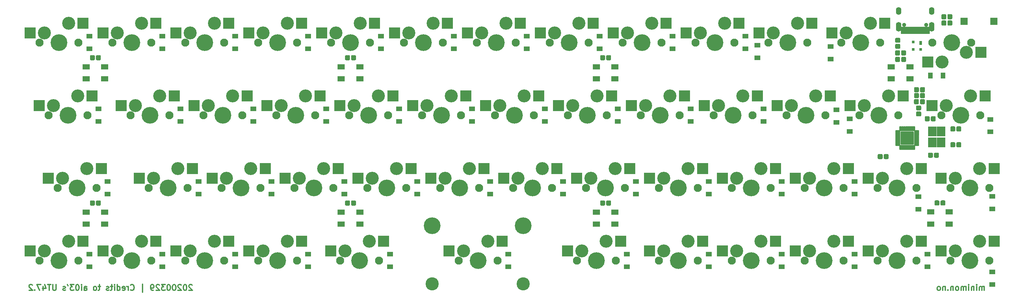
<source format=gbs>
%TF.GenerationSoftware,KiCad,Pcbnew,(5.1.5)-3*%
%TF.CreationDate,2020-03-30T21:53:17+02:00*%
%TF.ProjectId,UT51,55543531-2e6b-4696-9361-645f70636258,rev?*%
%TF.SameCoordinates,Original*%
%TF.FileFunction,Soldermask,Bot*%
%TF.FilePolarity,Negative*%
%FSLAX46Y46*%
G04 Gerber Fmt 4.6, Leading zero omitted, Abs format (unit mm)*
G04 Created by KiCad (PCBNEW (5.1.5)-3) date 2020-03-30 21:53:17*
%MOMM*%
%LPD*%
G04 APERTURE LIST*
%ADD10C,0.300000*%
%ADD11C,3.448000*%
%ADD12C,4.387800*%
%ADD13C,0.100000*%
%ADD14R,2.200000X2.500000*%
%ADD15R,0.800000X0.700000*%
%ADD16R,0.800000X1.100000*%
%ADD17R,1.900000X1.900000*%
%ADD18R,1.300000X1.600000*%
%ADD19R,2.950000X2.900000*%
%ADD20C,2.101800*%
%ADD21C,3.400000*%
%ADD22R,1.600000X1.300000*%
%ADD23R,1.000000X1.850000*%
%ADD24R,0.700000X1.850000*%
%ADD25O,1.400000X2.500000*%
%ADD26C,1.050000*%
%ADD27O,1.400000X2.000000*%
%ADD28R,1.900000X1.400000*%
G04 APERTURE END LIST*
D10*
X283125892Y-106247321D02*
X283125892Y-105247321D01*
X283125892Y-105390178D02*
X283054464Y-105318750D01*
X282911607Y-105247321D01*
X282697321Y-105247321D01*
X282554464Y-105318750D01*
X282483035Y-105461607D01*
X282483035Y-106247321D01*
X282483035Y-105461607D02*
X282411607Y-105318750D01*
X282268750Y-105247321D01*
X282054464Y-105247321D01*
X281911607Y-105318750D01*
X281840178Y-105461607D01*
X281840178Y-106247321D01*
X281125892Y-106247321D02*
X281125892Y-105247321D01*
X281125892Y-104747321D02*
X281197321Y-104818750D01*
X281125892Y-104890178D01*
X281054464Y-104818750D01*
X281125892Y-104747321D01*
X281125892Y-104890178D01*
X280411607Y-105247321D02*
X280411607Y-106247321D01*
X280411607Y-105390178D02*
X280340178Y-105318750D01*
X280197321Y-105247321D01*
X279983035Y-105247321D01*
X279840178Y-105318750D01*
X279768750Y-105461607D01*
X279768750Y-106247321D01*
X279054464Y-106247321D02*
X279054464Y-105247321D01*
X279054464Y-104747321D02*
X279125892Y-104818750D01*
X279054464Y-104890178D01*
X278983035Y-104818750D01*
X279054464Y-104747321D01*
X279054464Y-104890178D01*
X278340178Y-106247321D02*
X278340178Y-105247321D01*
X278340178Y-105390178D02*
X278268750Y-105318750D01*
X278125892Y-105247321D01*
X277911607Y-105247321D01*
X277768750Y-105318750D01*
X277697321Y-105461607D01*
X277697321Y-106247321D01*
X277697321Y-105461607D02*
X277625892Y-105318750D01*
X277483035Y-105247321D01*
X277268750Y-105247321D01*
X277125892Y-105318750D01*
X277054464Y-105461607D01*
X277054464Y-106247321D01*
X276125892Y-106247321D02*
X276268750Y-106175892D01*
X276340178Y-106104464D01*
X276411607Y-105961607D01*
X276411607Y-105533035D01*
X276340178Y-105390178D01*
X276268750Y-105318750D01*
X276125892Y-105247321D01*
X275911607Y-105247321D01*
X275768750Y-105318750D01*
X275697321Y-105390178D01*
X275625892Y-105533035D01*
X275625892Y-105961607D01*
X275697321Y-106104464D01*
X275768750Y-106175892D01*
X275911607Y-106247321D01*
X276125892Y-106247321D01*
X274983035Y-105247321D02*
X274983035Y-106247321D01*
X274983035Y-105390178D02*
X274911607Y-105318750D01*
X274768750Y-105247321D01*
X274554464Y-105247321D01*
X274411607Y-105318750D01*
X274340178Y-105461607D01*
X274340178Y-106247321D01*
X273625892Y-106104464D02*
X273554464Y-106175892D01*
X273625892Y-106247321D01*
X273697321Y-106175892D01*
X273625892Y-106104464D01*
X273625892Y-106247321D01*
X272911607Y-105247321D02*
X272911607Y-106247321D01*
X272911607Y-105390178D02*
X272840178Y-105318750D01*
X272697321Y-105247321D01*
X272483035Y-105247321D01*
X272340178Y-105318750D01*
X272268750Y-105461607D01*
X272268750Y-106247321D01*
X271340178Y-106247321D02*
X271483035Y-106175892D01*
X271554464Y-106104464D01*
X271625892Y-105961607D01*
X271625892Y-105533035D01*
X271554464Y-105390178D01*
X271483035Y-105318750D01*
X271340178Y-105247321D01*
X271125892Y-105247321D01*
X270983035Y-105318750D01*
X270911607Y-105390178D01*
X270840178Y-105533035D01*
X270840178Y-105961607D01*
X270911607Y-106104464D01*
X270983035Y-106175892D01*
X271125892Y-106247321D01*
X271340178Y-106247321D01*
X76090178Y-104890178D02*
X76018750Y-104818750D01*
X75875892Y-104747321D01*
X75518750Y-104747321D01*
X75375892Y-104818750D01*
X75304464Y-104890178D01*
X75233035Y-105033035D01*
X75233035Y-105175892D01*
X75304464Y-105390178D01*
X76161607Y-106247321D01*
X75233035Y-106247321D01*
X74304464Y-104747321D02*
X74161607Y-104747321D01*
X74018750Y-104818750D01*
X73947321Y-104890178D01*
X73875892Y-105033035D01*
X73804464Y-105318750D01*
X73804464Y-105675892D01*
X73875892Y-105961607D01*
X73947321Y-106104464D01*
X74018750Y-106175892D01*
X74161607Y-106247321D01*
X74304464Y-106247321D01*
X74447321Y-106175892D01*
X74518750Y-106104464D01*
X74590178Y-105961607D01*
X74661607Y-105675892D01*
X74661607Y-105318750D01*
X74590178Y-105033035D01*
X74518750Y-104890178D01*
X74447321Y-104818750D01*
X74304464Y-104747321D01*
X73233035Y-104890178D02*
X73161607Y-104818750D01*
X73018750Y-104747321D01*
X72661607Y-104747321D01*
X72518750Y-104818750D01*
X72447321Y-104890178D01*
X72375892Y-105033035D01*
X72375892Y-105175892D01*
X72447321Y-105390178D01*
X73304464Y-106247321D01*
X72375892Y-106247321D01*
X71447321Y-104747321D02*
X71304464Y-104747321D01*
X71161607Y-104818750D01*
X71090178Y-104890178D01*
X71018750Y-105033035D01*
X70947321Y-105318750D01*
X70947321Y-105675892D01*
X71018750Y-105961607D01*
X71090178Y-106104464D01*
X71161607Y-106175892D01*
X71304464Y-106247321D01*
X71447321Y-106247321D01*
X71590178Y-106175892D01*
X71661607Y-106104464D01*
X71733035Y-105961607D01*
X71804464Y-105675892D01*
X71804464Y-105318750D01*
X71733035Y-105033035D01*
X71661607Y-104890178D01*
X71590178Y-104818750D01*
X71447321Y-104747321D01*
X70018750Y-104747321D02*
X69875892Y-104747321D01*
X69733035Y-104818750D01*
X69661607Y-104890178D01*
X69590178Y-105033035D01*
X69518750Y-105318750D01*
X69518750Y-105675892D01*
X69590178Y-105961607D01*
X69661607Y-106104464D01*
X69733035Y-106175892D01*
X69875892Y-106247321D01*
X70018750Y-106247321D01*
X70161607Y-106175892D01*
X70233035Y-106104464D01*
X70304464Y-105961607D01*
X70375892Y-105675892D01*
X70375892Y-105318750D01*
X70304464Y-105033035D01*
X70233035Y-104890178D01*
X70161607Y-104818750D01*
X70018750Y-104747321D01*
X69018750Y-104747321D02*
X68090178Y-104747321D01*
X68590178Y-105318750D01*
X68375892Y-105318750D01*
X68233035Y-105390178D01*
X68161607Y-105461607D01*
X68090178Y-105604464D01*
X68090178Y-105961607D01*
X68161607Y-106104464D01*
X68233035Y-106175892D01*
X68375892Y-106247321D01*
X68804464Y-106247321D01*
X68947321Y-106175892D01*
X69018750Y-106104464D01*
X67518750Y-104890178D02*
X67447321Y-104818750D01*
X67304464Y-104747321D01*
X66947321Y-104747321D01*
X66804464Y-104818750D01*
X66733035Y-104890178D01*
X66661607Y-105033035D01*
X66661607Y-105175892D01*
X66733035Y-105390178D01*
X67590178Y-106247321D01*
X66661607Y-106247321D01*
X65947321Y-106247321D02*
X65661607Y-106247321D01*
X65518750Y-106175892D01*
X65447321Y-106104464D01*
X65304464Y-105890178D01*
X65233035Y-105604464D01*
X65233035Y-105033035D01*
X65304464Y-104890178D01*
X65375892Y-104818750D01*
X65518750Y-104747321D01*
X65804464Y-104747321D01*
X65947321Y-104818750D01*
X66018750Y-104890178D01*
X66090178Y-105033035D01*
X66090178Y-105390178D01*
X66018750Y-105533035D01*
X65947321Y-105604464D01*
X65804464Y-105675892D01*
X65518750Y-105675892D01*
X65375892Y-105604464D01*
X65304464Y-105533035D01*
X65233035Y-105390178D01*
X63090178Y-106747321D02*
X63090178Y-104604464D01*
X60018750Y-106104464D02*
X60090178Y-106175892D01*
X60304464Y-106247321D01*
X60447321Y-106247321D01*
X60661607Y-106175892D01*
X60804464Y-106033035D01*
X60875892Y-105890178D01*
X60947321Y-105604464D01*
X60947321Y-105390178D01*
X60875892Y-105104464D01*
X60804464Y-104961607D01*
X60661607Y-104818750D01*
X60447321Y-104747321D01*
X60304464Y-104747321D01*
X60090178Y-104818750D01*
X60018750Y-104890178D01*
X59375892Y-106247321D02*
X59375892Y-105247321D01*
X59375892Y-105533035D02*
X59304464Y-105390178D01*
X59233035Y-105318750D01*
X59090178Y-105247321D01*
X58947321Y-105247321D01*
X57875892Y-106175892D02*
X58018750Y-106247321D01*
X58304464Y-106247321D01*
X58447321Y-106175892D01*
X58518750Y-106033035D01*
X58518750Y-105461607D01*
X58447321Y-105318750D01*
X58304464Y-105247321D01*
X58018750Y-105247321D01*
X57875892Y-105318750D01*
X57804464Y-105461607D01*
X57804464Y-105604464D01*
X58518750Y-105747321D01*
X56518750Y-106247321D02*
X56518750Y-104747321D01*
X56518750Y-106175892D02*
X56661607Y-106247321D01*
X56947321Y-106247321D01*
X57090178Y-106175892D01*
X57161607Y-106104464D01*
X57233035Y-105961607D01*
X57233035Y-105533035D01*
X57161607Y-105390178D01*
X57090178Y-105318750D01*
X56947321Y-105247321D01*
X56661607Y-105247321D01*
X56518750Y-105318750D01*
X55804464Y-106247321D02*
X55804464Y-105247321D01*
X55804464Y-104747321D02*
X55875892Y-104818750D01*
X55804464Y-104890178D01*
X55733035Y-104818750D01*
X55804464Y-104747321D01*
X55804464Y-104890178D01*
X55304464Y-105247321D02*
X54733035Y-105247321D01*
X55090178Y-104747321D02*
X55090178Y-106033035D01*
X55018750Y-106175892D01*
X54875892Y-106247321D01*
X54733035Y-106247321D01*
X54304464Y-106175892D02*
X54161607Y-106247321D01*
X53875892Y-106247321D01*
X53733035Y-106175892D01*
X53661607Y-106033035D01*
X53661607Y-105961607D01*
X53733035Y-105818750D01*
X53875892Y-105747321D01*
X54090178Y-105747321D01*
X54233035Y-105675892D01*
X54304464Y-105533035D01*
X54304464Y-105461607D01*
X54233035Y-105318750D01*
X54090178Y-105247321D01*
X53875892Y-105247321D01*
X53733035Y-105318750D01*
X52090178Y-105247321D02*
X51518750Y-105247321D01*
X51875892Y-104747321D02*
X51875892Y-106033035D01*
X51804464Y-106175892D01*
X51661607Y-106247321D01*
X51518750Y-106247321D01*
X50804464Y-106247321D02*
X50947321Y-106175892D01*
X51018750Y-106104464D01*
X51090178Y-105961607D01*
X51090178Y-105533035D01*
X51018750Y-105390178D01*
X50947321Y-105318750D01*
X50804464Y-105247321D01*
X50590178Y-105247321D01*
X50447321Y-105318750D01*
X50375892Y-105390178D01*
X50304464Y-105533035D01*
X50304464Y-105961607D01*
X50375892Y-106104464D01*
X50447321Y-106175892D01*
X50590178Y-106247321D01*
X50804464Y-106247321D01*
X47875892Y-106247321D02*
X47875892Y-105461607D01*
X47947321Y-105318750D01*
X48090178Y-105247321D01*
X48375892Y-105247321D01*
X48518750Y-105318750D01*
X47875892Y-106175892D02*
X48018750Y-106247321D01*
X48375892Y-106247321D01*
X48518750Y-106175892D01*
X48590178Y-106033035D01*
X48590178Y-105890178D01*
X48518750Y-105747321D01*
X48375892Y-105675892D01*
X48018750Y-105675892D01*
X47875892Y-105604464D01*
X47161607Y-106247321D02*
X47161607Y-105247321D01*
X47161607Y-104747321D02*
X47233035Y-104818750D01*
X47161607Y-104890178D01*
X47090178Y-104818750D01*
X47161607Y-104747321D01*
X47161607Y-104890178D01*
X46161607Y-104747321D02*
X46018750Y-104747321D01*
X45875892Y-104818750D01*
X45804464Y-104890178D01*
X45733035Y-105033035D01*
X45661607Y-105318750D01*
X45661607Y-105675892D01*
X45733035Y-105961607D01*
X45804464Y-106104464D01*
X45875892Y-106175892D01*
X46018750Y-106247321D01*
X46161607Y-106247321D01*
X46304464Y-106175892D01*
X46375892Y-106104464D01*
X46447321Y-105961607D01*
X46518750Y-105675892D01*
X46518750Y-105318750D01*
X46447321Y-105033035D01*
X46375892Y-104890178D01*
X46304464Y-104818750D01*
X46161607Y-104747321D01*
X45161607Y-104747321D02*
X44233035Y-104747321D01*
X44733035Y-105318750D01*
X44518750Y-105318750D01*
X44375892Y-105390178D01*
X44304464Y-105461607D01*
X44233035Y-105604464D01*
X44233035Y-105961607D01*
X44304464Y-106104464D01*
X44375892Y-106175892D01*
X44518750Y-106247321D01*
X44947321Y-106247321D01*
X45090178Y-106175892D01*
X45161607Y-106104464D01*
X43518750Y-104747321D02*
X43661607Y-105033035D01*
X42947321Y-106175892D02*
X42804464Y-106247321D01*
X42518750Y-106247321D01*
X42375892Y-106175892D01*
X42304464Y-106033035D01*
X42304464Y-105961607D01*
X42375892Y-105818750D01*
X42518750Y-105747321D01*
X42733035Y-105747321D01*
X42875892Y-105675892D01*
X42947321Y-105533035D01*
X42947321Y-105461607D01*
X42875892Y-105318750D01*
X42733035Y-105247321D01*
X42518750Y-105247321D01*
X42375892Y-105318750D01*
X40518750Y-104747321D02*
X40518750Y-105961607D01*
X40447321Y-106104464D01*
X40375892Y-106175892D01*
X40233035Y-106247321D01*
X39947321Y-106247321D01*
X39804464Y-106175892D01*
X39733035Y-106104464D01*
X39661607Y-105961607D01*
X39661607Y-104747321D01*
X39161607Y-104747321D02*
X38304464Y-104747321D01*
X38733035Y-106247321D02*
X38733035Y-104747321D01*
X37161607Y-105247321D02*
X37161607Y-106247321D01*
X37518750Y-104675892D02*
X37875892Y-105747321D01*
X36947321Y-105747321D01*
X36518750Y-104747321D02*
X35518750Y-104747321D01*
X36161607Y-106247321D01*
X34947321Y-106104464D02*
X34875892Y-106175892D01*
X34947321Y-106247321D01*
X35018750Y-106175892D01*
X34947321Y-106104464D01*
X34947321Y-106247321D01*
X34304464Y-104890178D02*
X34233035Y-104818750D01*
X34090178Y-104747321D01*
X33733035Y-104747321D01*
X33590178Y-104818750D01*
X33518750Y-104890178D01*
X33447321Y-105033035D01*
X33447321Y-105175892D01*
X33518750Y-105390178D01*
X34375892Y-106247321D01*
X33447321Y-106247321D01*
D11*
X162600000Y-104540050D03*
X138800000Y-104540050D03*
D12*
X162600000Y-89300050D03*
X138800000Y-89300050D03*
D13*
G36*
X270974994Y-70126535D02*
G01*
X271005936Y-70131125D01*
X271036279Y-70138725D01*
X271065731Y-70149263D01*
X271094009Y-70162638D01*
X271120839Y-70178719D01*
X271145964Y-70197353D01*
X271169141Y-70218360D01*
X271190148Y-70241537D01*
X271208782Y-70266662D01*
X271224863Y-70293492D01*
X271238238Y-70321770D01*
X271248776Y-70351222D01*
X271256376Y-70381565D01*
X271260966Y-70412507D01*
X271262501Y-70443750D01*
X271262501Y-71156250D01*
X271260966Y-71187493D01*
X271256376Y-71218435D01*
X271248776Y-71248778D01*
X271238238Y-71278230D01*
X271224863Y-71306508D01*
X271208782Y-71333338D01*
X271190148Y-71358463D01*
X271169141Y-71381640D01*
X271145964Y-71402647D01*
X271120839Y-71421281D01*
X271094009Y-71437362D01*
X271065731Y-71450737D01*
X271036279Y-71461275D01*
X271005936Y-71468875D01*
X270974994Y-71473465D01*
X270943751Y-71475000D01*
X270306251Y-71475000D01*
X270275008Y-71473465D01*
X270244066Y-71468875D01*
X270213723Y-71461275D01*
X270184271Y-71450737D01*
X270155993Y-71437362D01*
X270129163Y-71421281D01*
X270104038Y-71402647D01*
X270080861Y-71381640D01*
X270059854Y-71358463D01*
X270041220Y-71333338D01*
X270025139Y-71306508D01*
X270011764Y-71278230D01*
X270001226Y-71248778D01*
X269993626Y-71218435D01*
X269989036Y-71187493D01*
X269987501Y-71156250D01*
X269987501Y-70443750D01*
X269989036Y-70412507D01*
X269993626Y-70381565D01*
X270001226Y-70351222D01*
X270011764Y-70321770D01*
X270025139Y-70293492D01*
X270041220Y-70266662D01*
X270059854Y-70241537D01*
X270080861Y-70218360D01*
X270104038Y-70197353D01*
X270129163Y-70178719D01*
X270155993Y-70162638D01*
X270184271Y-70149263D01*
X270213723Y-70138725D01*
X270244066Y-70131125D01*
X270275008Y-70126535D01*
X270306251Y-70125000D01*
X270943751Y-70125000D01*
X270974994Y-70126535D01*
G37*
G36*
X269399994Y-70126535D02*
G01*
X269430936Y-70131125D01*
X269461279Y-70138725D01*
X269490731Y-70149263D01*
X269519009Y-70162638D01*
X269545839Y-70178719D01*
X269570964Y-70197353D01*
X269594141Y-70218360D01*
X269615148Y-70241537D01*
X269633782Y-70266662D01*
X269649863Y-70293492D01*
X269663238Y-70321770D01*
X269673776Y-70351222D01*
X269681376Y-70381565D01*
X269685966Y-70412507D01*
X269687501Y-70443750D01*
X269687501Y-71156250D01*
X269685966Y-71187493D01*
X269681376Y-71218435D01*
X269673776Y-71248778D01*
X269663238Y-71278230D01*
X269649863Y-71306508D01*
X269633782Y-71333338D01*
X269615148Y-71358463D01*
X269594141Y-71381640D01*
X269570964Y-71402647D01*
X269545839Y-71421281D01*
X269519009Y-71437362D01*
X269490731Y-71450737D01*
X269461279Y-71461275D01*
X269430936Y-71468875D01*
X269399994Y-71473465D01*
X269368751Y-71475000D01*
X268731251Y-71475000D01*
X268700008Y-71473465D01*
X268669066Y-71468875D01*
X268638723Y-71461275D01*
X268609271Y-71450737D01*
X268580993Y-71437362D01*
X268554163Y-71421281D01*
X268529038Y-71402647D01*
X268505861Y-71381640D01*
X268484854Y-71358463D01*
X268466220Y-71333338D01*
X268450139Y-71306508D01*
X268436764Y-71278230D01*
X268426226Y-71248778D01*
X268418626Y-71218435D01*
X268414036Y-71187493D01*
X268412501Y-71156250D01*
X268412501Y-70443750D01*
X268414036Y-70412507D01*
X268418626Y-70381565D01*
X268426226Y-70351222D01*
X268436764Y-70321770D01*
X268450139Y-70293492D01*
X268466220Y-70266662D01*
X268484854Y-70241537D01*
X268505861Y-70218360D01*
X268529038Y-70197353D01*
X268554163Y-70178719D01*
X268580993Y-70162638D01*
X268609271Y-70149263D01*
X268638723Y-70138725D01*
X268669066Y-70131125D01*
X268700008Y-70126535D01*
X268731251Y-70125000D01*
X269368751Y-70125000D01*
X269399994Y-70126535D01*
G37*
D14*
X269540000Y-64540000D03*
X269540000Y-67440000D03*
X271840000Y-67440000D03*
X271840000Y-64540000D03*
D15*
X264513399Y-41149101D03*
X264513399Y-43049101D03*
X266513399Y-43049101D03*
D16*
X266513399Y-41349101D03*
D13*
G36*
X264890029Y-63235782D02*
G01*
X264905803Y-63238122D01*
X264921272Y-63241997D01*
X264936287Y-63247370D01*
X264950703Y-63254188D01*
X264964381Y-63262386D01*
X264977190Y-63271886D01*
X264989006Y-63282595D01*
X264999715Y-63294411D01*
X265009215Y-63307220D01*
X265017413Y-63320898D01*
X265024231Y-63335314D01*
X265029604Y-63350329D01*
X265033479Y-63365798D01*
X265035819Y-63381572D01*
X265036601Y-63397500D01*
X265036601Y-64347500D01*
X265035819Y-64363428D01*
X265033479Y-64379202D01*
X265029604Y-64394671D01*
X265024231Y-64409686D01*
X265017413Y-64424102D01*
X265009215Y-64437780D01*
X264999715Y-64450589D01*
X264989006Y-64462405D01*
X264977190Y-64473114D01*
X264964381Y-64482614D01*
X264950703Y-64490812D01*
X264936287Y-64497630D01*
X264921272Y-64503003D01*
X264905803Y-64506878D01*
X264890029Y-64509218D01*
X264874101Y-64510000D01*
X264549101Y-64510000D01*
X264533173Y-64509218D01*
X264517399Y-64506878D01*
X264501930Y-64503003D01*
X264486915Y-64497630D01*
X264472499Y-64490812D01*
X264458821Y-64482614D01*
X264446012Y-64473114D01*
X264434196Y-64462405D01*
X264423487Y-64450589D01*
X264413987Y-64437780D01*
X264405789Y-64424102D01*
X264398971Y-64409686D01*
X264393598Y-64394671D01*
X264389723Y-64379202D01*
X264387383Y-64363428D01*
X264386601Y-64347500D01*
X264386601Y-63397500D01*
X264387383Y-63381572D01*
X264389723Y-63365798D01*
X264393598Y-63350329D01*
X264398971Y-63335314D01*
X264405789Y-63320898D01*
X264413987Y-63307220D01*
X264423487Y-63294411D01*
X264434196Y-63282595D01*
X264446012Y-63271886D01*
X264458821Y-63262386D01*
X264472499Y-63254188D01*
X264486915Y-63247370D01*
X264501930Y-63241997D01*
X264517399Y-63238122D01*
X264533173Y-63235782D01*
X264549101Y-63235000D01*
X264874101Y-63235000D01*
X264890029Y-63235782D01*
G37*
G36*
X264390029Y-63235782D02*
G01*
X264405803Y-63238122D01*
X264421272Y-63241997D01*
X264436287Y-63247370D01*
X264450703Y-63254188D01*
X264464381Y-63262386D01*
X264477190Y-63271886D01*
X264489006Y-63282595D01*
X264499715Y-63294411D01*
X264509215Y-63307220D01*
X264517413Y-63320898D01*
X264524231Y-63335314D01*
X264529604Y-63350329D01*
X264533479Y-63365798D01*
X264535819Y-63381572D01*
X264536601Y-63397500D01*
X264536601Y-64347500D01*
X264535819Y-64363428D01*
X264533479Y-64379202D01*
X264529604Y-64394671D01*
X264524231Y-64409686D01*
X264517413Y-64424102D01*
X264509215Y-64437780D01*
X264499715Y-64450589D01*
X264489006Y-64462405D01*
X264477190Y-64473114D01*
X264464381Y-64482614D01*
X264450703Y-64490812D01*
X264436287Y-64497630D01*
X264421272Y-64503003D01*
X264405803Y-64506878D01*
X264390029Y-64509218D01*
X264374101Y-64510000D01*
X264049101Y-64510000D01*
X264033173Y-64509218D01*
X264017399Y-64506878D01*
X264001930Y-64503003D01*
X263986915Y-64497630D01*
X263972499Y-64490812D01*
X263958821Y-64482614D01*
X263946012Y-64473114D01*
X263934196Y-64462405D01*
X263923487Y-64450589D01*
X263913987Y-64437780D01*
X263905789Y-64424102D01*
X263898971Y-64409686D01*
X263893598Y-64394671D01*
X263889723Y-64379202D01*
X263887383Y-64363428D01*
X263886601Y-64347500D01*
X263886601Y-63397500D01*
X263887383Y-63381572D01*
X263889723Y-63365798D01*
X263893598Y-63350329D01*
X263898971Y-63335314D01*
X263905789Y-63320898D01*
X263913987Y-63307220D01*
X263923487Y-63294411D01*
X263934196Y-63282595D01*
X263946012Y-63271886D01*
X263958821Y-63262386D01*
X263972499Y-63254188D01*
X263986915Y-63247370D01*
X264001930Y-63241997D01*
X264017399Y-63238122D01*
X264033173Y-63235782D01*
X264049101Y-63235000D01*
X264374101Y-63235000D01*
X264390029Y-63235782D01*
G37*
G36*
X263890029Y-63235782D02*
G01*
X263905803Y-63238122D01*
X263921272Y-63241997D01*
X263936287Y-63247370D01*
X263950703Y-63254188D01*
X263964381Y-63262386D01*
X263977190Y-63271886D01*
X263989006Y-63282595D01*
X263999715Y-63294411D01*
X264009215Y-63307220D01*
X264017413Y-63320898D01*
X264024231Y-63335314D01*
X264029604Y-63350329D01*
X264033479Y-63365798D01*
X264035819Y-63381572D01*
X264036601Y-63397500D01*
X264036601Y-64347500D01*
X264035819Y-64363428D01*
X264033479Y-64379202D01*
X264029604Y-64394671D01*
X264024231Y-64409686D01*
X264017413Y-64424102D01*
X264009215Y-64437780D01*
X263999715Y-64450589D01*
X263989006Y-64462405D01*
X263977190Y-64473114D01*
X263964381Y-64482614D01*
X263950703Y-64490812D01*
X263936287Y-64497630D01*
X263921272Y-64503003D01*
X263905803Y-64506878D01*
X263890029Y-64509218D01*
X263874101Y-64510000D01*
X263549101Y-64510000D01*
X263533173Y-64509218D01*
X263517399Y-64506878D01*
X263501930Y-64503003D01*
X263486915Y-64497630D01*
X263472499Y-64490812D01*
X263458821Y-64482614D01*
X263446012Y-64473114D01*
X263434196Y-64462405D01*
X263423487Y-64450589D01*
X263413987Y-64437780D01*
X263405789Y-64424102D01*
X263398971Y-64409686D01*
X263393598Y-64394671D01*
X263389723Y-64379202D01*
X263387383Y-64363428D01*
X263386601Y-64347500D01*
X263386601Y-63397500D01*
X263387383Y-63381572D01*
X263389723Y-63365798D01*
X263393598Y-63350329D01*
X263398971Y-63335314D01*
X263405789Y-63320898D01*
X263413987Y-63307220D01*
X263423487Y-63294411D01*
X263434196Y-63282595D01*
X263446012Y-63271886D01*
X263458821Y-63262386D01*
X263472499Y-63254188D01*
X263486915Y-63247370D01*
X263501930Y-63241997D01*
X263517399Y-63238122D01*
X263533173Y-63235782D01*
X263549101Y-63235000D01*
X263874101Y-63235000D01*
X263890029Y-63235782D01*
G37*
G36*
X263390029Y-63235782D02*
G01*
X263405803Y-63238122D01*
X263421272Y-63241997D01*
X263436287Y-63247370D01*
X263450703Y-63254188D01*
X263464381Y-63262386D01*
X263477190Y-63271886D01*
X263489006Y-63282595D01*
X263499715Y-63294411D01*
X263509215Y-63307220D01*
X263517413Y-63320898D01*
X263524231Y-63335314D01*
X263529604Y-63350329D01*
X263533479Y-63365798D01*
X263535819Y-63381572D01*
X263536601Y-63397500D01*
X263536601Y-64347500D01*
X263535819Y-64363428D01*
X263533479Y-64379202D01*
X263529604Y-64394671D01*
X263524231Y-64409686D01*
X263517413Y-64424102D01*
X263509215Y-64437780D01*
X263499715Y-64450589D01*
X263489006Y-64462405D01*
X263477190Y-64473114D01*
X263464381Y-64482614D01*
X263450703Y-64490812D01*
X263436287Y-64497630D01*
X263421272Y-64503003D01*
X263405803Y-64506878D01*
X263390029Y-64509218D01*
X263374101Y-64510000D01*
X263049101Y-64510000D01*
X263033173Y-64509218D01*
X263017399Y-64506878D01*
X263001930Y-64503003D01*
X262986915Y-64497630D01*
X262972499Y-64490812D01*
X262958821Y-64482614D01*
X262946012Y-64473114D01*
X262934196Y-64462405D01*
X262923487Y-64450589D01*
X262913987Y-64437780D01*
X262905789Y-64424102D01*
X262898971Y-64409686D01*
X262893598Y-64394671D01*
X262889723Y-64379202D01*
X262887383Y-64363428D01*
X262886601Y-64347500D01*
X262886601Y-63397500D01*
X262887383Y-63381572D01*
X262889723Y-63365798D01*
X262893598Y-63350329D01*
X262898971Y-63335314D01*
X262905789Y-63320898D01*
X262913987Y-63307220D01*
X262923487Y-63294411D01*
X262934196Y-63282595D01*
X262946012Y-63271886D01*
X262958821Y-63262386D01*
X262972499Y-63254188D01*
X262986915Y-63247370D01*
X263001930Y-63241997D01*
X263017399Y-63238122D01*
X263033173Y-63235782D01*
X263049101Y-63235000D01*
X263374101Y-63235000D01*
X263390029Y-63235782D01*
G37*
G36*
X262890029Y-63235782D02*
G01*
X262905803Y-63238122D01*
X262921272Y-63241997D01*
X262936287Y-63247370D01*
X262950703Y-63254188D01*
X262964381Y-63262386D01*
X262977190Y-63271886D01*
X262989006Y-63282595D01*
X262999715Y-63294411D01*
X263009215Y-63307220D01*
X263017413Y-63320898D01*
X263024231Y-63335314D01*
X263029604Y-63350329D01*
X263033479Y-63365798D01*
X263035819Y-63381572D01*
X263036601Y-63397500D01*
X263036601Y-64347500D01*
X263035819Y-64363428D01*
X263033479Y-64379202D01*
X263029604Y-64394671D01*
X263024231Y-64409686D01*
X263017413Y-64424102D01*
X263009215Y-64437780D01*
X262999715Y-64450589D01*
X262989006Y-64462405D01*
X262977190Y-64473114D01*
X262964381Y-64482614D01*
X262950703Y-64490812D01*
X262936287Y-64497630D01*
X262921272Y-64503003D01*
X262905803Y-64506878D01*
X262890029Y-64509218D01*
X262874101Y-64510000D01*
X262549101Y-64510000D01*
X262533173Y-64509218D01*
X262517399Y-64506878D01*
X262501930Y-64503003D01*
X262486915Y-64497630D01*
X262472499Y-64490812D01*
X262458821Y-64482614D01*
X262446012Y-64473114D01*
X262434196Y-64462405D01*
X262423487Y-64450589D01*
X262413987Y-64437780D01*
X262405789Y-64424102D01*
X262398971Y-64409686D01*
X262393598Y-64394671D01*
X262389723Y-64379202D01*
X262387383Y-64363428D01*
X262386601Y-64347500D01*
X262386601Y-63397500D01*
X262387383Y-63381572D01*
X262389723Y-63365798D01*
X262393598Y-63350329D01*
X262398971Y-63335314D01*
X262405789Y-63320898D01*
X262413987Y-63307220D01*
X262423487Y-63294411D01*
X262434196Y-63282595D01*
X262446012Y-63271886D01*
X262458821Y-63262386D01*
X262472499Y-63254188D01*
X262486915Y-63247370D01*
X262501930Y-63241997D01*
X262517399Y-63238122D01*
X262533173Y-63235782D01*
X262549101Y-63235000D01*
X262874101Y-63235000D01*
X262890029Y-63235782D01*
G37*
G36*
X262390029Y-63235782D02*
G01*
X262405803Y-63238122D01*
X262421272Y-63241997D01*
X262436287Y-63247370D01*
X262450703Y-63254188D01*
X262464381Y-63262386D01*
X262477190Y-63271886D01*
X262489006Y-63282595D01*
X262499715Y-63294411D01*
X262509215Y-63307220D01*
X262517413Y-63320898D01*
X262524231Y-63335314D01*
X262529604Y-63350329D01*
X262533479Y-63365798D01*
X262535819Y-63381572D01*
X262536601Y-63397500D01*
X262536601Y-64347500D01*
X262535819Y-64363428D01*
X262533479Y-64379202D01*
X262529604Y-64394671D01*
X262524231Y-64409686D01*
X262517413Y-64424102D01*
X262509215Y-64437780D01*
X262499715Y-64450589D01*
X262489006Y-64462405D01*
X262477190Y-64473114D01*
X262464381Y-64482614D01*
X262450703Y-64490812D01*
X262436287Y-64497630D01*
X262421272Y-64503003D01*
X262405803Y-64506878D01*
X262390029Y-64509218D01*
X262374101Y-64510000D01*
X262049101Y-64510000D01*
X262033173Y-64509218D01*
X262017399Y-64506878D01*
X262001930Y-64503003D01*
X261986915Y-64497630D01*
X261972499Y-64490812D01*
X261958821Y-64482614D01*
X261946012Y-64473114D01*
X261934196Y-64462405D01*
X261923487Y-64450589D01*
X261913987Y-64437780D01*
X261905789Y-64424102D01*
X261898971Y-64409686D01*
X261893598Y-64394671D01*
X261889723Y-64379202D01*
X261887383Y-64363428D01*
X261886601Y-64347500D01*
X261886601Y-63397500D01*
X261887383Y-63381572D01*
X261889723Y-63365798D01*
X261893598Y-63350329D01*
X261898971Y-63335314D01*
X261905789Y-63320898D01*
X261913987Y-63307220D01*
X261923487Y-63294411D01*
X261934196Y-63282595D01*
X261946012Y-63271886D01*
X261958821Y-63262386D01*
X261972499Y-63254188D01*
X261986915Y-63247370D01*
X262001930Y-63241997D01*
X262017399Y-63238122D01*
X262033173Y-63235782D01*
X262049101Y-63235000D01*
X262374101Y-63235000D01*
X262390029Y-63235782D01*
G37*
G36*
X261890029Y-63235782D02*
G01*
X261905803Y-63238122D01*
X261921272Y-63241997D01*
X261936287Y-63247370D01*
X261950703Y-63254188D01*
X261964381Y-63262386D01*
X261977190Y-63271886D01*
X261989006Y-63282595D01*
X261999715Y-63294411D01*
X262009215Y-63307220D01*
X262017413Y-63320898D01*
X262024231Y-63335314D01*
X262029604Y-63350329D01*
X262033479Y-63365798D01*
X262035819Y-63381572D01*
X262036601Y-63397500D01*
X262036601Y-64347500D01*
X262035819Y-64363428D01*
X262033479Y-64379202D01*
X262029604Y-64394671D01*
X262024231Y-64409686D01*
X262017413Y-64424102D01*
X262009215Y-64437780D01*
X261999715Y-64450589D01*
X261989006Y-64462405D01*
X261977190Y-64473114D01*
X261964381Y-64482614D01*
X261950703Y-64490812D01*
X261936287Y-64497630D01*
X261921272Y-64503003D01*
X261905803Y-64506878D01*
X261890029Y-64509218D01*
X261874101Y-64510000D01*
X261549101Y-64510000D01*
X261533173Y-64509218D01*
X261517399Y-64506878D01*
X261501930Y-64503003D01*
X261486915Y-64497630D01*
X261472499Y-64490812D01*
X261458821Y-64482614D01*
X261446012Y-64473114D01*
X261434196Y-64462405D01*
X261423487Y-64450589D01*
X261413987Y-64437780D01*
X261405789Y-64424102D01*
X261398971Y-64409686D01*
X261393598Y-64394671D01*
X261389723Y-64379202D01*
X261387383Y-64363428D01*
X261386601Y-64347500D01*
X261386601Y-63397500D01*
X261387383Y-63381572D01*
X261389723Y-63365798D01*
X261393598Y-63350329D01*
X261398971Y-63335314D01*
X261405789Y-63320898D01*
X261413987Y-63307220D01*
X261423487Y-63294411D01*
X261434196Y-63282595D01*
X261446012Y-63271886D01*
X261458821Y-63262386D01*
X261472499Y-63254188D01*
X261486915Y-63247370D01*
X261501930Y-63241997D01*
X261517399Y-63238122D01*
X261533173Y-63235782D01*
X261549101Y-63235000D01*
X261874101Y-63235000D01*
X261890029Y-63235782D01*
G37*
G36*
X261390029Y-63235782D02*
G01*
X261405803Y-63238122D01*
X261421272Y-63241997D01*
X261436287Y-63247370D01*
X261450703Y-63254188D01*
X261464381Y-63262386D01*
X261477190Y-63271886D01*
X261489006Y-63282595D01*
X261499715Y-63294411D01*
X261509215Y-63307220D01*
X261517413Y-63320898D01*
X261524231Y-63335314D01*
X261529604Y-63350329D01*
X261533479Y-63365798D01*
X261535819Y-63381572D01*
X261536601Y-63397500D01*
X261536601Y-64347500D01*
X261535819Y-64363428D01*
X261533479Y-64379202D01*
X261529604Y-64394671D01*
X261524231Y-64409686D01*
X261517413Y-64424102D01*
X261509215Y-64437780D01*
X261499715Y-64450589D01*
X261489006Y-64462405D01*
X261477190Y-64473114D01*
X261464381Y-64482614D01*
X261450703Y-64490812D01*
X261436287Y-64497630D01*
X261421272Y-64503003D01*
X261405803Y-64506878D01*
X261390029Y-64509218D01*
X261374101Y-64510000D01*
X261049101Y-64510000D01*
X261033173Y-64509218D01*
X261017399Y-64506878D01*
X261001930Y-64503003D01*
X260986915Y-64497630D01*
X260972499Y-64490812D01*
X260958821Y-64482614D01*
X260946012Y-64473114D01*
X260934196Y-64462405D01*
X260923487Y-64450589D01*
X260913987Y-64437780D01*
X260905789Y-64424102D01*
X260898971Y-64409686D01*
X260893598Y-64394671D01*
X260889723Y-64379202D01*
X260887383Y-64363428D01*
X260886601Y-64347500D01*
X260886601Y-63397500D01*
X260887383Y-63381572D01*
X260889723Y-63365798D01*
X260893598Y-63350329D01*
X260898971Y-63335314D01*
X260905789Y-63320898D01*
X260913987Y-63307220D01*
X260923487Y-63294411D01*
X260934196Y-63282595D01*
X260946012Y-63271886D01*
X260958821Y-63262386D01*
X260972499Y-63254188D01*
X260986915Y-63247370D01*
X261001930Y-63241997D01*
X261017399Y-63238122D01*
X261033173Y-63235782D01*
X261049101Y-63235000D01*
X261374101Y-63235000D01*
X261390029Y-63235782D01*
G37*
G36*
X261015029Y-64235782D02*
G01*
X261030803Y-64238122D01*
X261046272Y-64241997D01*
X261061287Y-64247370D01*
X261075703Y-64254188D01*
X261089381Y-64262386D01*
X261102190Y-64271886D01*
X261114006Y-64282595D01*
X261124715Y-64294411D01*
X261134215Y-64307220D01*
X261142413Y-64320898D01*
X261149231Y-64335314D01*
X261154604Y-64350329D01*
X261158479Y-64365798D01*
X261160819Y-64381572D01*
X261161601Y-64397500D01*
X261161601Y-64722500D01*
X261160819Y-64738428D01*
X261158479Y-64754202D01*
X261154604Y-64769671D01*
X261149231Y-64784686D01*
X261142413Y-64799102D01*
X261134215Y-64812780D01*
X261124715Y-64825589D01*
X261114006Y-64837405D01*
X261102190Y-64848114D01*
X261089381Y-64857614D01*
X261075703Y-64865812D01*
X261061287Y-64872630D01*
X261046272Y-64878003D01*
X261030803Y-64881878D01*
X261015029Y-64884218D01*
X260999101Y-64885000D01*
X260049101Y-64885000D01*
X260033173Y-64884218D01*
X260017399Y-64881878D01*
X260001930Y-64878003D01*
X259986915Y-64872630D01*
X259972499Y-64865812D01*
X259958821Y-64857614D01*
X259946012Y-64848114D01*
X259934196Y-64837405D01*
X259923487Y-64825589D01*
X259913987Y-64812780D01*
X259905789Y-64799102D01*
X259898971Y-64784686D01*
X259893598Y-64769671D01*
X259889723Y-64754202D01*
X259887383Y-64738428D01*
X259886601Y-64722500D01*
X259886601Y-64397500D01*
X259887383Y-64381572D01*
X259889723Y-64365798D01*
X259893598Y-64350329D01*
X259898971Y-64335314D01*
X259905789Y-64320898D01*
X259913987Y-64307220D01*
X259923487Y-64294411D01*
X259934196Y-64282595D01*
X259946012Y-64271886D01*
X259958821Y-64262386D01*
X259972499Y-64254188D01*
X259986915Y-64247370D01*
X260001930Y-64241997D01*
X260017399Y-64238122D01*
X260033173Y-64235782D01*
X260049101Y-64235000D01*
X260999101Y-64235000D01*
X261015029Y-64235782D01*
G37*
G36*
X261015029Y-64735782D02*
G01*
X261030803Y-64738122D01*
X261046272Y-64741997D01*
X261061287Y-64747370D01*
X261075703Y-64754188D01*
X261089381Y-64762386D01*
X261102190Y-64771886D01*
X261114006Y-64782595D01*
X261124715Y-64794411D01*
X261134215Y-64807220D01*
X261142413Y-64820898D01*
X261149231Y-64835314D01*
X261154604Y-64850329D01*
X261158479Y-64865798D01*
X261160819Y-64881572D01*
X261161601Y-64897500D01*
X261161601Y-65222500D01*
X261160819Y-65238428D01*
X261158479Y-65254202D01*
X261154604Y-65269671D01*
X261149231Y-65284686D01*
X261142413Y-65299102D01*
X261134215Y-65312780D01*
X261124715Y-65325589D01*
X261114006Y-65337405D01*
X261102190Y-65348114D01*
X261089381Y-65357614D01*
X261075703Y-65365812D01*
X261061287Y-65372630D01*
X261046272Y-65378003D01*
X261030803Y-65381878D01*
X261015029Y-65384218D01*
X260999101Y-65385000D01*
X260049101Y-65385000D01*
X260033173Y-65384218D01*
X260017399Y-65381878D01*
X260001930Y-65378003D01*
X259986915Y-65372630D01*
X259972499Y-65365812D01*
X259958821Y-65357614D01*
X259946012Y-65348114D01*
X259934196Y-65337405D01*
X259923487Y-65325589D01*
X259913987Y-65312780D01*
X259905789Y-65299102D01*
X259898971Y-65284686D01*
X259893598Y-65269671D01*
X259889723Y-65254202D01*
X259887383Y-65238428D01*
X259886601Y-65222500D01*
X259886601Y-64897500D01*
X259887383Y-64881572D01*
X259889723Y-64865798D01*
X259893598Y-64850329D01*
X259898971Y-64835314D01*
X259905789Y-64820898D01*
X259913987Y-64807220D01*
X259923487Y-64794411D01*
X259934196Y-64782595D01*
X259946012Y-64771886D01*
X259958821Y-64762386D01*
X259972499Y-64754188D01*
X259986915Y-64747370D01*
X260001930Y-64741997D01*
X260017399Y-64738122D01*
X260033173Y-64735782D01*
X260049101Y-64735000D01*
X260999101Y-64735000D01*
X261015029Y-64735782D01*
G37*
G36*
X261015029Y-65235782D02*
G01*
X261030803Y-65238122D01*
X261046272Y-65241997D01*
X261061287Y-65247370D01*
X261075703Y-65254188D01*
X261089381Y-65262386D01*
X261102190Y-65271886D01*
X261114006Y-65282595D01*
X261124715Y-65294411D01*
X261134215Y-65307220D01*
X261142413Y-65320898D01*
X261149231Y-65335314D01*
X261154604Y-65350329D01*
X261158479Y-65365798D01*
X261160819Y-65381572D01*
X261161601Y-65397500D01*
X261161601Y-65722500D01*
X261160819Y-65738428D01*
X261158479Y-65754202D01*
X261154604Y-65769671D01*
X261149231Y-65784686D01*
X261142413Y-65799102D01*
X261134215Y-65812780D01*
X261124715Y-65825589D01*
X261114006Y-65837405D01*
X261102190Y-65848114D01*
X261089381Y-65857614D01*
X261075703Y-65865812D01*
X261061287Y-65872630D01*
X261046272Y-65878003D01*
X261030803Y-65881878D01*
X261015029Y-65884218D01*
X260999101Y-65885000D01*
X260049101Y-65885000D01*
X260033173Y-65884218D01*
X260017399Y-65881878D01*
X260001930Y-65878003D01*
X259986915Y-65872630D01*
X259972499Y-65865812D01*
X259958821Y-65857614D01*
X259946012Y-65848114D01*
X259934196Y-65837405D01*
X259923487Y-65825589D01*
X259913987Y-65812780D01*
X259905789Y-65799102D01*
X259898971Y-65784686D01*
X259893598Y-65769671D01*
X259889723Y-65754202D01*
X259887383Y-65738428D01*
X259886601Y-65722500D01*
X259886601Y-65397500D01*
X259887383Y-65381572D01*
X259889723Y-65365798D01*
X259893598Y-65350329D01*
X259898971Y-65335314D01*
X259905789Y-65320898D01*
X259913987Y-65307220D01*
X259923487Y-65294411D01*
X259934196Y-65282595D01*
X259946012Y-65271886D01*
X259958821Y-65262386D01*
X259972499Y-65254188D01*
X259986915Y-65247370D01*
X260001930Y-65241997D01*
X260017399Y-65238122D01*
X260033173Y-65235782D01*
X260049101Y-65235000D01*
X260999101Y-65235000D01*
X261015029Y-65235782D01*
G37*
G36*
X261015029Y-65735782D02*
G01*
X261030803Y-65738122D01*
X261046272Y-65741997D01*
X261061287Y-65747370D01*
X261075703Y-65754188D01*
X261089381Y-65762386D01*
X261102190Y-65771886D01*
X261114006Y-65782595D01*
X261124715Y-65794411D01*
X261134215Y-65807220D01*
X261142413Y-65820898D01*
X261149231Y-65835314D01*
X261154604Y-65850329D01*
X261158479Y-65865798D01*
X261160819Y-65881572D01*
X261161601Y-65897500D01*
X261161601Y-66222500D01*
X261160819Y-66238428D01*
X261158479Y-66254202D01*
X261154604Y-66269671D01*
X261149231Y-66284686D01*
X261142413Y-66299102D01*
X261134215Y-66312780D01*
X261124715Y-66325589D01*
X261114006Y-66337405D01*
X261102190Y-66348114D01*
X261089381Y-66357614D01*
X261075703Y-66365812D01*
X261061287Y-66372630D01*
X261046272Y-66378003D01*
X261030803Y-66381878D01*
X261015029Y-66384218D01*
X260999101Y-66385000D01*
X260049101Y-66385000D01*
X260033173Y-66384218D01*
X260017399Y-66381878D01*
X260001930Y-66378003D01*
X259986915Y-66372630D01*
X259972499Y-66365812D01*
X259958821Y-66357614D01*
X259946012Y-66348114D01*
X259934196Y-66337405D01*
X259923487Y-66325589D01*
X259913987Y-66312780D01*
X259905789Y-66299102D01*
X259898971Y-66284686D01*
X259893598Y-66269671D01*
X259889723Y-66254202D01*
X259887383Y-66238428D01*
X259886601Y-66222500D01*
X259886601Y-65897500D01*
X259887383Y-65881572D01*
X259889723Y-65865798D01*
X259893598Y-65850329D01*
X259898971Y-65835314D01*
X259905789Y-65820898D01*
X259913987Y-65807220D01*
X259923487Y-65794411D01*
X259934196Y-65782595D01*
X259946012Y-65771886D01*
X259958821Y-65762386D01*
X259972499Y-65754188D01*
X259986915Y-65747370D01*
X260001930Y-65741997D01*
X260017399Y-65738122D01*
X260033173Y-65735782D01*
X260049101Y-65735000D01*
X260999101Y-65735000D01*
X261015029Y-65735782D01*
G37*
G36*
X261015029Y-66235782D02*
G01*
X261030803Y-66238122D01*
X261046272Y-66241997D01*
X261061287Y-66247370D01*
X261075703Y-66254188D01*
X261089381Y-66262386D01*
X261102190Y-66271886D01*
X261114006Y-66282595D01*
X261124715Y-66294411D01*
X261134215Y-66307220D01*
X261142413Y-66320898D01*
X261149231Y-66335314D01*
X261154604Y-66350329D01*
X261158479Y-66365798D01*
X261160819Y-66381572D01*
X261161601Y-66397500D01*
X261161601Y-66722500D01*
X261160819Y-66738428D01*
X261158479Y-66754202D01*
X261154604Y-66769671D01*
X261149231Y-66784686D01*
X261142413Y-66799102D01*
X261134215Y-66812780D01*
X261124715Y-66825589D01*
X261114006Y-66837405D01*
X261102190Y-66848114D01*
X261089381Y-66857614D01*
X261075703Y-66865812D01*
X261061287Y-66872630D01*
X261046272Y-66878003D01*
X261030803Y-66881878D01*
X261015029Y-66884218D01*
X260999101Y-66885000D01*
X260049101Y-66885000D01*
X260033173Y-66884218D01*
X260017399Y-66881878D01*
X260001930Y-66878003D01*
X259986915Y-66872630D01*
X259972499Y-66865812D01*
X259958821Y-66857614D01*
X259946012Y-66848114D01*
X259934196Y-66837405D01*
X259923487Y-66825589D01*
X259913987Y-66812780D01*
X259905789Y-66799102D01*
X259898971Y-66784686D01*
X259893598Y-66769671D01*
X259889723Y-66754202D01*
X259887383Y-66738428D01*
X259886601Y-66722500D01*
X259886601Y-66397500D01*
X259887383Y-66381572D01*
X259889723Y-66365798D01*
X259893598Y-66350329D01*
X259898971Y-66335314D01*
X259905789Y-66320898D01*
X259913987Y-66307220D01*
X259923487Y-66294411D01*
X259934196Y-66282595D01*
X259946012Y-66271886D01*
X259958821Y-66262386D01*
X259972499Y-66254188D01*
X259986915Y-66247370D01*
X260001930Y-66241997D01*
X260017399Y-66238122D01*
X260033173Y-66235782D01*
X260049101Y-66235000D01*
X260999101Y-66235000D01*
X261015029Y-66235782D01*
G37*
G36*
X261015029Y-66735782D02*
G01*
X261030803Y-66738122D01*
X261046272Y-66741997D01*
X261061287Y-66747370D01*
X261075703Y-66754188D01*
X261089381Y-66762386D01*
X261102190Y-66771886D01*
X261114006Y-66782595D01*
X261124715Y-66794411D01*
X261134215Y-66807220D01*
X261142413Y-66820898D01*
X261149231Y-66835314D01*
X261154604Y-66850329D01*
X261158479Y-66865798D01*
X261160819Y-66881572D01*
X261161601Y-66897500D01*
X261161601Y-67222500D01*
X261160819Y-67238428D01*
X261158479Y-67254202D01*
X261154604Y-67269671D01*
X261149231Y-67284686D01*
X261142413Y-67299102D01*
X261134215Y-67312780D01*
X261124715Y-67325589D01*
X261114006Y-67337405D01*
X261102190Y-67348114D01*
X261089381Y-67357614D01*
X261075703Y-67365812D01*
X261061287Y-67372630D01*
X261046272Y-67378003D01*
X261030803Y-67381878D01*
X261015029Y-67384218D01*
X260999101Y-67385000D01*
X260049101Y-67385000D01*
X260033173Y-67384218D01*
X260017399Y-67381878D01*
X260001930Y-67378003D01*
X259986915Y-67372630D01*
X259972499Y-67365812D01*
X259958821Y-67357614D01*
X259946012Y-67348114D01*
X259934196Y-67337405D01*
X259923487Y-67325589D01*
X259913987Y-67312780D01*
X259905789Y-67299102D01*
X259898971Y-67284686D01*
X259893598Y-67269671D01*
X259889723Y-67254202D01*
X259887383Y-67238428D01*
X259886601Y-67222500D01*
X259886601Y-66897500D01*
X259887383Y-66881572D01*
X259889723Y-66865798D01*
X259893598Y-66850329D01*
X259898971Y-66835314D01*
X259905789Y-66820898D01*
X259913987Y-66807220D01*
X259923487Y-66794411D01*
X259934196Y-66782595D01*
X259946012Y-66771886D01*
X259958821Y-66762386D01*
X259972499Y-66754188D01*
X259986915Y-66747370D01*
X260001930Y-66741997D01*
X260017399Y-66738122D01*
X260033173Y-66735782D01*
X260049101Y-66735000D01*
X260999101Y-66735000D01*
X261015029Y-66735782D01*
G37*
G36*
X261015029Y-67235782D02*
G01*
X261030803Y-67238122D01*
X261046272Y-67241997D01*
X261061287Y-67247370D01*
X261075703Y-67254188D01*
X261089381Y-67262386D01*
X261102190Y-67271886D01*
X261114006Y-67282595D01*
X261124715Y-67294411D01*
X261134215Y-67307220D01*
X261142413Y-67320898D01*
X261149231Y-67335314D01*
X261154604Y-67350329D01*
X261158479Y-67365798D01*
X261160819Y-67381572D01*
X261161601Y-67397500D01*
X261161601Y-67722500D01*
X261160819Y-67738428D01*
X261158479Y-67754202D01*
X261154604Y-67769671D01*
X261149231Y-67784686D01*
X261142413Y-67799102D01*
X261134215Y-67812780D01*
X261124715Y-67825589D01*
X261114006Y-67837405D01*
X261102190Y-67848114D01*
X261089381Y-67857614D01*
X261075703Y-67865812D01*
X261061287Y-67872630D01*
X261046272Y-67878003D01*
X261030803Y-67881878D01*
X261015029Y-67884218D01*
X260999101Y-67885000D01*
X260049101Y-67885000D01*
X260033173Y-67884218D01*
X260017399Y-67881878D01*
X260001930Y-67878003D01*
X259986915Y-67872630D01*
X259972499Y-67865812D01*
X259958821Y-67857614D01*
X259946012Y-67848114D01*
X259934196Y-67837405D01*
X259923487Y-67825589D01*
X259913987Y-67812780D01*
X259905789Y-67799102D01*
X259898971Y-67784686D01*
X259893598Y-67769671D01*
X259889723Y-67754202D01*
X259887383Y-67738428D01*
X259886601Y-67722500D01*
X259886601Y-67397500D01*
X259887383Y-67381572D01*
X259889723Y-67365798D01*
X259893598Y-67350329D01*
X259898971Y-67335314D01*
X259905789Y-67320898D01*
X259913987Y-67307220D01*
X259923487Y-67294411D01*
X259934196Y-67282595D01*
X259946012Y-67271886D01*
X259958821Y-67262386D01*
X259972499Y-67254188D01*
X259986915Y-67247370D01*
X260001930Y-67241997D01*
X260017399Y-67238122D01*
X260033173Y-67235782D01*
X260049101Y-67235000D01*
X260999101Y-67235000D01*
X261015029Y-67235782D01*
G37*
G36*
X261015029Y-67735782D02*
G01*
X261030803Y-67738122D01*
X261046272Y-67741997D01*
X261061287Y-67747370D01*
X261075703Y-67754188D01*
X261089381Y-67762386D01*
X261102190Y-67771886D01*
X261114006Y-67782595D01*
X261124715Y-67794411D01*
X261134215Y-67807220D01*
X261142413Y-67820898D01*
X261149231Y-67835314D01*
X261154604Y-67850329D01*
X261158479Y-67865798D01*
X261160819Y-67881572D01*
X261161601Y-67897500D01*
X261161601Y-68222500D01*
X261160819Y-68238428D01*
X261158479Y-68254202D01*
X261154604Y-68269671D01*
X261149231Y-68284686D01*
X261142413Y-68299102D01*
X261134215Y-68312780D01*
X261124715Y-68325589D01*
X261114006Y-68337405D01*
X261102190Y-68348114D01*
X261089381Y-68357614D01*
X261075703Y-68365812D01*
X261061287Y-68372630D01*
X261046272Y-68378003D01*
X261030803Y-68381878D01*
X261015029Y-68384218D01*
X260999101Y-68385000D01*
X260049101Y-68385000D01*
X260033173Y-68384218D01*
X260017399Y-68381878D01*
X260001930Y-68378003D01*
X259986915Y-68372630D01*
X259972499Y-68365812D01*
X259958821Y-68357614D01*
X259946012Y-68348114D01*
X259934196Y-68337405D01*
X259923487Y-68325589D01*
X259913987Y-68312780D01*
X259905789Y-68299102D01*
X259898971Y-68284686D01*
X259893598Y-68269671D01*
X259889723Y-68254202D01*
X259887383Y-68238428D01*
X259886601Y-68222500D01*
X259886601Y-67897500D01*
X259887383Y-67881572D01*
X259889723Y-67865798D01*
X259893598Y-67850329D01*
X259898971Y-67835314D01*
X259905789Y-67820898D01*
X259913987Y-67807220D01*
X259923487Y-67794411D01*
X259934196Y-67782595D01*
X259946012Y-67771886D01*
X259958821Y-67762386D01*
X259972499Y-67754188D01*
X259986915Y-67747370D01*
X260001930Y-67741997D01*
X260017399Y-67738122D01*
X260033173Y-67735782D01*
X260049101Y-67735000D01*
X260999101Y-67735000D01*
X261015029Y-67735782D01*
G37*
G36*
X261390029Y-68110782D02*
G01*
X261405803Y-68113122D01*
X261421272Y-68116997D01*
X261436287Y-68122370D01*
X261450703Y-68129188D01*
X261464381Y-68137386D01*
X261477190Y-68146886D01*
X261489006Y-68157595D01*
X261499715Y-68169411D01*
X261509215Y-68182220D01*
X261517413Y-68195898D01*
X261524231Y-68210314D01*
X261529604Y-68225329D01*
X261533479Y-68240798D01*
X261535819Y-68256572D01*
X261536601Y-68272500D01*
X261536601Y-69222500D01*
X261535819Y-69238428D01*
X261533479Y-69254202D01*
X261529604Y-69269671D01*
X261524231Y-69284686D01*
X261517413Y-69299102D01*
X261509215Y-69312780D01*
X261499715Y-69325589D01*
X261489006Y-69337405D01*
X261477190Y-69348114D01*
X261464381Y-69357614D01*
X261450703Y-69365812D01*
X261436287Y-69372630D01*
X261421272Y-69378003D01*
X261405803Y-69381878D01*
X261390029Y-69384218D01*
X261374101Y-69385000D01*
X261049101Y-69385000D01*
X261033173Y-69384218D01*
X261017399Y-69381878D01*
X261001930Y-69378003D01*
X260986915Y-69372630D01*
X260972499Y-69365812D01*
X260958821Y-69357614D01*
X260946012Y-69348114D01*
X260934196Y-69337405D01*
X260923487Y-69325589D01*
X260913987Y-69312780D01*
X260905789Y-69299102D01*
X260898971Y-69284686D01*
X260893598Y-69269671D01*
X260889723Y-69254202D01*
X260887383Y-69238428D01*
X260886601Y-69222500D01*
X260886601Y-68272500D01*
X260887383Y-68256572D01*
X260889723Y-68240798D01*
X260893598Y-68225329D01*
X260898971Y-68210314D01*
X260905789Y-68195898D01*
X260913987Y-68182220D01*
X260923487Y-68169411D01*
X260934196Y-68157595D01*
X260946012Y-68146886D01*
X260958821Y-68137386D01*
X260972499Y-68129188D01*
X260986915Y-68122370D01*
X261001930Y-68116997D01*
X261017399Y-68113122D01*
X261033173Y-68110782D01*
X261049101Y-68110000D01*
X261374101Y-68110000D01*
X261390029Y-68110782D01*
G37*
G36*
X261890029Y-68110782D02*
G01*
X261905803Y-68113122D01*
X261921272Y-68116997D01*
X261936287Y-68122370D01*
X261950703Y-68129188D01*
X261964381Y-68137386D01*
X261977190Y-68146886D01*
X261989006Y-68157595D01*
X261999715Y-68169411D01*
X262009215Y-68182220D01*
X262017413Y-68195898D01*
X262024231Y-68210314D01*
X262029604Y-68225329D01*
X262033479Y-68240798D01*
X262035819Y-68256572D01*
X262036601Y-68272500D01*
X262036601Y-69222500D01*
X262035819Y-69238428D01*
X262033479Y-69254202D01*
X262029604Y-69269671D01*
X262024231Y-69284686D01*
X262017413Y-69299102D01*
X262009215Y-69312780D01*
X261999715Y-69325589D01*
X261989006Y-69337405D01*
X261977190Y-69348114D01*
X261964381Y-69357614D01*
X261950703Y-69365812D01*
X261936287Y-69372630D01*
X261921272Y-69378003D01*
X261905803Y-69381878D01*
X261890029Y-69384218D01*
X261874101Y-69385000D01*
X261549101Y-69385000D01*
X261533173Y-69384218D01*
X261517399Y-69381878D01*
X261501930Y-69378003D01*
X261486915Y-69372630D01*
X261472499Y-69365812D01*
X261458821Y-69357614D01*
X261446012Y-69348114D01*
X261434196Y-69337405D01*
X261423487Y-69325589D01*
X261413987Y-69312780D01*
X261405789Y-69299102D01*
X261398971Y-69284686D01*
X261393598Y-69269671D01*
X261389723Y-69254202D01*
X261387383Y-69238428D01*
X261386601Y-69222500D01*
X261386601Y-68272500D01*
X261387383Y-68256572D01*
X261389723Y-68240798D01*
X261393598Y-68225329D01*
X261398971Y-68210314D01*
X261405789Y-68195898D01*
X261413987Y-68182220D01*
X261423487Y-68169411D01*
X261434196Y-68157595D01*
X261446012Y-68146886D01*
X261458821Y-68137386D01*
X261472499Y-68129188D01*
X261486915Y-68122370D01*
X261501930Y-68116997D01*
X261517399Y-68113122D01*
X261533173Y-68110782D01*
X261549101Y-68110000D01*
X261874101Y-68110000D01*
X261890029Y-68110782D01*
G37*
G36*
X262390029Y-68110782D02*
G01*
X262405803Y-68113122D01*
X262421272Y-68116997D01*
X262436287Y-68122370D01*
X262450703Y-68129188D01*
X262464381Y-68137386D01*
X262477190Y-68146886D01*
X262489006Y-68157595D01*
X262499715Y-68169411D01*
X262509215Y-68182220D01*
X262517413Y-68195898D01*
X262524231Y-68210314D01*
X262529604Y-68225329D01*
X262533479Y-68240798D01*
X262535819Y-68256572D01*
X262536601Y-68272500D01*
X262536601Y-69222500D01*
X262535819Y-69238428D01*
X262533479Y-69254202D01*
X262529604Y-69269671D01*
X262524231Y-69284686D01*
X262517413Y-69299102D01*
X262509215Y-69312780D01*
X262499715Y-69325589D01*
X262489006Y-69337405D01*
X262477190Y-69348114D01*
X262464381Y-69357614D01*
X262450703Y-69365812D01*
X262436287Y-69372630D01*
X262421272Y-69378003D01*
X262405803Y-69381878D01*
X262390029Y-69384218D01*
X262374101Y-69385000D01*
X262049101Y-69385000D01*
X262033173Y-69384218D01*
X262017399Y-69381878D01*
X262001930Y-69378003D01*
X261986915Y-69372630D01*
X261972499Y-69365812D01*
X261958821Y-69357614D01*
X261946012Y-69348114D01*
X261934196Y-69337405D01*
X261923487Y-69325589D01*
X261913987Y-69312780D01*
X261905789Y-69299102D01*
X261898971Y-69284686D01*
X261893598Y-69269671D01*
X261889723Y-69254202D01*
X261887383Y-69238428D01*
X261886601Y-69222500D01*
X261886601Y-68272500D01*
X261887383Y-68256572D01*
X261889723Y-68240798D01*
X261893598Y-68225329D01*
X261898971Y-68210314D01*
X261905789Y-68195898D01*
X261913987Y-68182220D01*
X261923487Y-68169411D01*
X261934196Y-68157595D01*
X261946012Y-68146886D01*
X261958821Y-68137386D01*
X261972499Y-68129188D01*
X261986915Y-68122370D01*
X262001930Y-68116997D01*
X262017399Y-68113122D01*
X262033173Y-68110782D01*
X262049101Y-68110000D01*
X262374101Y-68110000D01*
X262390029Y-68110782D01*
G37*
G36*
X262890029Y-68110782D02*
G01*
X262905803Y-68113122D01*
X262921272Y-68116997D01*
X262936287Y-68122370D01*
X262950703Y-68129188D01*
X262964381Y-68137386D01*
X262977190Y-68146886D01*
X262989006Y-68157595D01*
X262999715Y-68169411D01*
X263009215Y-68182220D01*
X263017413Y-68195898D01*
X263024231Y-68210314D01*
X263029604Y-68225329D01*
X263033479Y-68240798D01*
X263035819Y-68256572D01*
X263036601Y-68272500D01*
X263036601Y-69222500D01*
X263035819Y-69238428D01*
X263033479Y-69254202D01*
X263029604Y-69269671D01*
X263024231Y-69284686D01*
X263017413Y-69299102D01*
X263009215Y-69312780D01*
X262999715Y-69325589D01*
X262989006Y-69337405D01*
X262977190Y-69348114D01*
X262964381Y-69357614D01*
X262950703Y-69365812D01*
X262936287Y-69372630D01*
X262921272Y-69378003D01*
X262905803Y-69381878D01*
X262890029Y-69384218D01*
X262874101Y-69385000D01*
X262549101Y-69385000D01*
X262533173Y-69384218D01*
X262517399Y-69381878D01*
X262501930Y-69378003D01*
X262486915Y-69372630D01*
X262472499Y-69365812D01*
X262458821Y-69357614D01*
X262446012Y-69348114D01*
X262434196Y-69337405D01*
X262423487Y-69325589D01*
X262413987Y-69312780D01*
X262405789Y-69299102D01*
X262398971Y-69284686D01*
X262393598Y-69269671D01*
X262389723Y-69254202D01*
X262387383Y-69238428D01*
X262386601Y-69222500D01*
X262386601Y-68272500D01*
X262387383Y-68256572D01*
X262389723Y-68240798D01*
X262393598Y-68225329D01*
X262398971Y-68210314D01*
X262405789Y-68195898D01*
X262413987Y-68182220D01*
X262423487Y-68169411D01*
X262434196Y-68157595D01*
X262446012Y-68146886D01*
X262458821Y-68137386D01*
X262472499Y-68129188D01*
X262486915Y-68122370D01*
X262501930Y-68116997D01*
X262517399Y-68113122D01*
X262533173Y-68110782D01*
X262549101Y-68110000D01*
X262874101Y-68110000D01*
X262890029Y-68110782D01*
G37*
G36*
X263390029Y-68110782D02*
G01*
X263405803Y-68113122D01*
X263421272Y-68116997D01*
X263436287Y-68122370D01*
X263450703Y-68129188D01*
X263464381Y-68137386D01*
X263477190Y-68146886D01*
X263489006Y-68157595D01*
X263499715Y-68169411D01*
X263509215Y-68182220D01*
X263517413Y-68195898D01*
X263524231Y-68210314D01*
X263529604Y-68225329D01*
X263533479Y-68240798D01*
X263535819Y-68256572D01*
X263536601Y-68272500D01*
X263536601Y-69222500D01*
X263535819Y-69238428D01*
X263533479Y-69254202D01*
X263529604Y-69269671D01*
X263524231Y-69284686D01*
X263517413Y-69299102D01*
X263509215Y-69312780D01*
X263499715Y-69325589D01*
X263489006Y-69337405D01*
X263477190Y-69348114D01*
X263464381Y-69357614D01*
X263450703Y-69365812D01*
X263436287Y-69372630D01*
X263421272Y-69378003D01*
X263405803Y-69381878D01*
X263390029Y-69384218D01*
X263374101Y-69385000D01*
X263049101Y-69385000D01*
X263033173Y-69384218D01*
X263017399Y-69381878D01*
X263001930Y-69378003D01*
X262986915Y-69372630D01*
X262972499Y-69365812D01*
X262958821Y-69357614D01*
X262946012Y-69348114D01*
X262934196Y-69337405D01*
X262923487Y-69325589D01*
X262913987Y-69312780D01*
X262905789Y-69299102D01*
X262898971Y-69284686D01*
X262893598Y-69269671D01*
X262889723Y-69254202D01*
X262887383Y-69238428D01*
X262886601Y-69222500D01*
X262886601Y-68272500D01*
X262887383Y-68256572D01*
X262889723Y-68240798D01*
X262893598Y-68225329D01*
X262898971Y-68210314D01*
X262905789Y-68195898D01*
X262913987Y-68182220D01*
X262923487Y-68169411D01*
X262934196Y-68157595D01*
X262946012Y-68146886D01*
X262958821Y-68137386D01*
X262972499Y-68129188D01*
X262986915Y-68122370D01*
X263001930Y-68116997D01*
X263017399Y-68113122D01*
X263033173Y-68110782D01*
X263049101Y-68110000D01*
X263374101Y-68110000D01*
X263390029Y-68110782D01*
G37*
G36*
X263890029Y-68110782D02*
G01*
X263905803Y-68113122D01*
X263921272Y-68116997D01*
X263936287Y-68122370D01*
X263950703Y-68129188D01*
X263964381Y-68137386D01*
X263977190Y-68146886D01*
X263989006Y-68157595D01*
X263999715Y-68169411D01*
X264009215Y-68182220D01*
X264017413Y-68195898D01*
X264024231Y-68210314D01*
X264029604Y-68225329D01*
X264033479Y-68240798D01*
X264035819Y-68256572D01*
X264036601Y-68272500D01*
X264036601Y-69222500D01*
X264035819Y-69238428D01*
X264033479Y-69254202D01*
X264029604Y-69269671D01*
X264024231Y-69284686D01*
X264017413Y-69299102D01*
X264009215Y-69312780D01*
X263999715Y-69325589D01*
X263989006Y-69337405D01*
X263977190Y-69348114D01*
X263964381Y-69357614D01*
X263950703Y-69365812D01*
X263936287Y-69372630D01*
X263921272Y-69378003D01*
X263905803Y-69381878D01*
X263890029Y-69384218D01*
X263874101Y-69385000D01*
X263549101Y-69385000D01*
X263533173Y-69384218D01*
X263517399Y-69381878D01*
X263501930Y-69378003D01*
X263486915Y-69372630D01*
X263472499Y-69365812D01*
X263458821Y-69357614D01*
X263446012Y-69348114D01*
X263434196Y-69337405D01*
X263423487Y-69325589D01*
X263413987Y-69312780D01*
X263405789Y-69299102D01*
X263398971Y-69284686D01*
X263393598Y-69269671D01*
X263389723Y-69254202D01*
X263387383Y-69238428D01*
X263386601Y-69222500D01*
X263386601Y-68272500D01*
X263387383Y-68256572D01*
X263389723Y-68240798D01*
X263393598Y-68225329D01*
X263398971Y-68210314D01*
X263405789Y-68195898D01*
X263413987Y-68182220D01*
X263423487Y-68169411D01*
X263434196Y-68157595D01*
X263446012Y-68146886D01*
X263458821Y-68137386D01*
X263472499Y-68129188D01*
X263486915Y-68122370D01*
X263501930Y-68116997D01*
X263517399Y-68113122D01*
X263533173Y-68110782D01*
X263549101Y-68110000D01*
X263874101Y-68110000D01*
X263890029Y-68110782D01*
G37*
G36*
X264390029Y-68110782D02*
G01*
X264405803Y-68113122D01*
X264421272Y-68116997D01*
X264436287Y-68122370D01*
X264450703Y-68129188D01*
X264464381Y-68137386D01*
X264477190Y-68146886D01*
X264489006Y-68157595D01*
X264499715Y-68169411D01*
X264509215Y-68182220D01*
X264517413Y-68195898D01*
X264524231Y-68210314D01*
X264529604Y-68225329D01*
X264533479Y-68240798D01*
X264535819Y-68256572D01*
X264536601Y-68272500D01*
X264536601Y-69222500D01*
X264535819Y-69238428D01*
X264533479Y-69254202D01*
X264529604Y-69269671D01*
X264524231Y-69284686D01*
X264517413Y-69299102D01*
X264509215Y-69312780D01*
X264499715Y-69325589D01*
X264489006Y-69337405D01*
X264477190Y-69348114D01*
X264464381Y-69357614D01*
X264450703Y-69365812D01*
X264436287Y-69372630D01*
X264421272Y-69378003D01*
X264405803Y-69381878D01*
X264390029Y-69384218D01*
X264374101Y-69385000D01*
X264049101Y-69385000D01*
X264033173Y-69384218D01*
X264017399Y-69381878D01*
X264001930Y-69378003D01*
X263986915Y-69372630D01*
X263972499Y-69365812D01*
X263958821Y-69357614D01*
X263946012Y-69348114D01*
X263934196Y-69337405D01*
X263923487Y-69325589D01*
X263913987Y-69312780D01*
X263905789Y-69299102D01*
X263898971Y-69284686D01*
X263893598Y-69269671D01*
X263889723Y-69254202D01*
X263887383Y-69238428D01*
X263886601Y-69222500D01*
X263886601Y-68272500D01*
X263887383Y-68256572D01*
X263889723Y-68240798D01*
X263893598Y-68225329D01*
X263898971Y-68210314D01*
X263905789Y-68195898D01*
X263913987Y-68182220D01*
X263923487Y-68169411D01*
X263934196Y-68157595D01*
X263946012Y-68146886D01*
X263958821Y-68137386D01*
X263972499Y-68129188D01*
X263986915Y-68122370D01*
X264001930Y-68116997D01*
X264017399Y-68113122D01*
X264033173Y-68110782D01*
X264049101Y-68110000D01*
X264374101Y-68110000D01*
X264390029Y-68110782D01*
G37*
G36*
X264890029Y-68110782D02*
G01*
X264905803Y-68113122D01*
X264921272Y-68116997D01*
X264936287Y-68122370D01*
X264950703Y-68129188D01*
X264964381Y-68137386D01*
X264977190Y-68146886D01*
X264989006Y-68157595D01*
X264999715Y-68169411D01*
X265009215Y-68182220D01*
X265017413Y-68195898D01*
X265024231Y-68210314D01*
X265029604Y-68225329D01*
X265033479Y-68240798D01*
X265035819Y-68256572D01*
X265036601Y-68272500D01*
X265036601Y-69222500D01*
X265035819Y-69238428D01*
X265033479Y-69254202D01*
X265029604Y-69269671D01*
X265024231Y-69284686D01*
X265017413Y-69299102D01*
X265009215Y-69312780D01*
X264999715Y-69325589D01*
X264989006Y-69337405D01*
X264977190Y-69348114D01*
X264964381Y-69357614D01*
X264950703Y-69365812D01*
X264936287Y-69372630D01*
X264921272Y-69378003D01*
X264905803Y-69381878D01*
X264890029Y-69384218D01*
X264874101Y-69385000D01*
X264549101Y-69385000D01*
X264533173Y-69384218D01*
X264517399Y-69381878D01*
X264501930Y-69378003D01*
X264486915Y-69372630D01*
X264472499Y-69365812D01*
X264458821Y-69357614D01*
X264446012Y-69348114D01*
X264434196Y-69337405D01*
X264423487Y-69325589D01*
X264413987Y-69312780D01*
X264405789Y-69299102D01*
X264398971Y-69284686D01*
X264393598Y-69269671D01*
X264389723Y-69254202D01*
X264387383Y-69238428D01*
X264386601Y-69222500D01*
X264386601Y-68272500D01*
X264387383Y-68256572D01*
X264389723Y-68240798D01*
X264393598Y-68225329D01*
X264398971Y-68210314D01*
X264405789Y-68195898D01*
X264413987Y-68182220D01*
X264423487Y-68169411D01*
X264434196Y-68157595D01*
X264446012Y-68146886D01*
X264458821Y-68137386D01*
X264472499Y-68129188D01*
X264486915Y-68122370D01*
X264501930Y-68116997D01*
X264517399Y-68113122D01*
X264533173Y-68110782D01*
X264549101Y-68110000D01*
X264874101Y-68110000D01*
X264890029Y-68110782D01*
G37*
G36*
X265890029Y-67735782D02*
G01*
X265905803Y-67738122D01*
X265921272Y-67741997D01*
X265936287Y-67747370D01*
X265950703Y-67754188D01*
X265964381Y-67762386D01*
X265977190Y-67771886D01*
X265989006Y-67782595D01*
X265999715Y-67794411D01*
X266009215Y-67807220D01*
X266017413Y-67820898D01*
X266024231Y-67835314D01*
X266029604Y-67850329D01*
X266033479Y-67865798D01*
X266035819Y-67881572D01*
X266036601Y-67897500D01*
X266036601Y-68222500D01*
X266035819Y-68238428D01*
X266033479Y-68254202D01*
X266029604Y-68269671D01*
X266024231Y-68284686D01*
X266017413Y-68299102D01*
X266009215Y-68312780D01*
X265999715Y-68325589D01*
X265989006Y-68337405D01*
X265977190Y-68348114D01*
X265964381Y-68357614D01*
X265950703Y-68365812D01*
X265936287Y-68372630D01*
X265921272Y-68378003D01*
X265905803Y-68381878D01*
X265890029Y-68384218D01*
X265874101Y-68385000D01*
X264924101Y-68385000D01*
X264908173Y-68384218D01*
X264892399Y-68381878D01*
X264876930Y-68378003D01*
X264861915Y-68372630D01*
X264847499Y-68365812D01*
X264833821Y-68357614D01*
X264821012Y-68348114D01*
X264809196Y-68337405D01*
X264798487Y-68325589D01*
X264788987Y-68312780D01*
X264780789Y-68299102D01*
X264773971Y-68284686D01*
X264768598Y-68269671D01*
X264764723Y-68254202D01*
X264762383Y-68238428D01*
X264761601Y-68222500D01*
X264761601Y-67897500D01*
X264762383Y-67881572D01*
X264764723Y-67865798D01*
X264768598Y-67850329D01*
X264773971Y-67835314D01*
X264780789Y-67820898D01*
X264788987Y-67807220D01*
X264798487Y-67794411D01*
X264809196Y-67782595D01*
X264821012Y-67771886D01*
X264833821Y-67762386D01*
X264847499Y-67754188D01*
X264861915Y-67747370D01*
X264876930Y-67741997D01*
X264892399Y-67738122D01*
X264908173Y-67735782D01*
X264924101Y-67735000D01*
X265874101Y-67735000D01*
X265890029Y-67735782D01*
G37*
G36*
X265890029Y-67235782D02*
G01*
X265905803Y-67238122D01*
X265921272Y-67241997D01*
X265936287Y-67247370D01*
X265950703Y-67254188D01*
X265964381Y-67262386D01*
X265977190Y-67271886D01*
X265989006Y-67282595D01*
X265999715Y-67294411D01*
X266009215Y-67307220D01*
X266017413Y-67320898D01*
X266024231Y-67335314D01*
X266029604Y-67350329D01*
X266033479Y-67365798D01*
X266035819Y-67381572D01*
X266036601Y-67397500D01*
X266036601Y-67722500D01*
X266035819Y-67738428D01*
X266033479Y-67754202D01*
X266029604Y-67769671D01*
X266024231Y-67784686D01*
X266017413Y-67799102D01*
X266009215Y-67812780D01*
X265999715Y-67825589D01*
X265989006Y-67837405D01*
X265977190Y-67848114D01*
X265964381Y-67857614D01*
X265950703Y-67865812D01*
X265936287Y-67872630D01*
X265921272Y-67878003D01*
X265905803Y-67881878D01*
X265890029Y-67884218D01*
X265874101Y-67885000D01*
X264924101Y-67885000D01*
X264908173Y-67884218D01*
X264892399Y-67881878D01*
X264876930Y-67878003D01*
X264861915Y-67872630D01*
X264847499Y-67865812D01*
X264833821Y-67857614D01*
X264821012Y-67848114D01*
X264809196Y-67837405D01*
X264798487Y-67825589D01*
X264788987Y-67812780D01*
X264780789Y-67799102D01*
X264773971Y-67784686D01*
X264768598Y-67769671D01*
X264764723Y-67754202D01*
X264762383Y-67738428D01*
X264761601Y-67722500D01*
X264761601Y-67397500D01*
X264762383Y-67381572D01*
X264764723Y-67365798D01*
X264768598Y-67350329D01*
X264773971Y-67335314D01*
X264780789Y-67320898D01*
X264788987Y-67307220D01*
X264798487Y-67294411D01*
X264809196Y-67282595D01*
X264821012Y-67271886D01*
X264833821Y-67262386D01*
X264847499Y-67254188D01*
X264861915Y-67247370D01*
X264876930Y-67241997D01*
X264892399Y-67238122D01*
X264908173Y-67235782D01*
X264924101Y-67235000D01*
X265874101Y-67235000D01*
X265890029Y-67235782D01*
G37*
G36*
X265890029Y-66735782D02*
G01*
X265905803Y-66738122D01*
X265921272Y-66741997D01*
X265936287Y-66747370D01*
X265950703Y-66754188D01*
X265964381Y-66762386D01*
X265977190Y-66771886D01*
X265989006Y-66782595D01*
X265999715Y-66794411D01*
X266009215Y-66807220D01*
X266017413Y-66820898D01*
X266024231Y-66835314D01*
X266029604Y-66850329D01*
X266033479Y-66865798D01*
X266035819Y-66881572D01*
X266036601Y-66897500D01*
X266036601Y-67222500D01*
X266035819Y-67238428D01*
X266033479Y-67254202D01*
X266029604Y-67269671D01*
X266024231Y-67284686D01*
X266017413Y-67299102D01*
X266009215Y-67312780D01*
X265999715Y-67325589D01*
X265989006Y-67337405D01*
X265977190Y-67348114D01*
X265964381Y-67357614D01*
X265950703Y-67365812D01*
X265936287Y-67372630D01*
X265921272Y-67378003D01*
X265905803Y-67381878D01*
X265890029Y-67384218D01*
X265874101Y-67385000D01*
X264924101Y-67385000D01*
X264908173Y-67384218D01*
X264892399Y-67381878D01*
X264876930Y-67378003D01*
X264861915Y-67372630D01*
X264847499Y-67365812D01*
X264833821Y-67357614D01*
X264821012Y-67348114D01*
X264809196Y-67337405D01*
X264798487Y-67325589D01*
X264788987Y-67312780D01*
X264780789Y-67299102D01*
X264773971Y-67284686D01*
X264768598Y-67269671D01*
X264764723Y-67254202D01*
X264762383Y-67238428D01*
X264761601Y-67222500D01*
X264761601Y-66897500D01*
X264762383Y-66881572D01*
X264764723Y-66865798D01*
X264768598Y-66850329D01*
X264773971Y-66835314D01*
X264780789Y-66820898D01*
X264788987Y-66807220D01*
X264798487Y-66794411D01*
X264809196Y-66782595D01*
X264821012Y-66771886D01*
X264833821Y-66762386D01*
X264847499Y-66754188D01*
X264861915Y-66747370D01*
X264876930Y-66741997D01*
X264892399Y-66738122D01*
X264908173Y-66735782D01*
X264924101Y-66735000D01*
X265874101Y-66735000D01*
X265890029Y-66735782D01*
G37*
G36*
X265890029Y-66235782D02*
G01*
X265905803Y-66238122D01*
X265921272Y-66241997D01*
X265936287Y-66247370D01*
X265950703Y-66254188D01*
X265964381Y-66262386D01*
X265977190Y-66271886D01*
X265989006Y-66282595D01*
X265999715Y-66294411D01*
X266009215Y-66307220D01*
X266017413Y-66320898D01*
X266024231Y-66335314D01*
X266029604Y-66350329D01*
X266033479Y-66365798D01*
X266035819Y-66381572D01*
X266036601Y-66397500D01*
X266036601Y-66722500D01*
X266035819Y-66738428D01*
X266033479Y-66754202D01*
X266029604Y-66769671D01*
X266024231Y-66784686D01*
X266017413Y-66799102D01*
X266009215Y-66812780D01*
X265999715Y-66825589D01*
X265989006Y-66837405D01*
X265977190Y-66848114D01*
X265964381Y-66857614D01*
X265950703Y-66865812D01*
X265936287Y-66872630D01*
X265921272Y-66878003D01*
X265905803Y-66881878D01*
X265890029Y-66884218D01*
X265874101Y-66885000D01*
X264924101Y-66885000D01*
X264908173Y-66884218D01*
X264892399Y-66881878D01*
X264876930Y-66878003D01*
X264861915Y-66872630D01*
X264847499Y-66865812D01*
X264833821Y-66857614D01*
X264821012Y-66848114D01*
X264809196Y-66837405D01*
X264798487Y-66825589D01*
X264788987Y-66812780D01*
X264780789Y-66799102D01*
X264773971Y-66784686D01*
X264768598Y-66769671D01*
X264764723Y-66754202D01*
X264762383Y-66738428D01*
X264761601Y-66722500D01*
X264761601Y-66397500D01*
X264762383Y-66381572D01*
X264764723Y-66365798D01*
X264768598Y-66350329D01*
X264773971Y-66335314D01*
X264780789Y-66320898D01*
X264788987Y-66307220D01*
X264798487Y-66294411D01*
X264809196Y-66282595D01*
X264821012Y-66271886D01*
X264833821Y-66262386D01*
X264847499Y-66254188D01*
X264861915Y-66247370D01*
X264876930Y-66241997D01*
X264892399Y-66238122D01*
X264908173Y-66235782D01*
X264924101Y-66235000D01*
X265874101Y-66235000D01*
X265890029Y-66235782D01*
G37*
G36*
X265890029Y-65735782D02*
G01*
X265905803Y-65738122D01*
X265921272Y-65741997D01*
X265936287Y-65747370D01*
X265950703Y-65754188D01*
X265964381Y-65762386D01*
X265977190Y-65771886D01*
X265989006Y-65782595D01*
X265999715Y-65794411D01*
X266009215Y-65807220D01*
X266017413Y-65820898D01*
X266024231Y-65835314D01*
X266029604Y-65850329D01*
X266033479Y-65865798D01*
X266035819Y-65881572D01*
X266036601Y-65897500D01*
X266036601Y-66222500D01*
X266035819Y-66238428D01*
X266033479Y-66254202D01*
X266029604Y-66269671D01*
X266024231Y-66284686D01*
X266017413Y-66299102D01*
X266009215Y-66312780D01*
X265999715Y-66325589D01*
X265989006Y-66337405D01*
X265977190Y-66348114D01*
X265964381Y-66357614D01*
X265950703Y-66365812D01*
X265936287Y-66372630D01*
X265921272Y-66378003D01*
X265905803Y-66381878D01*
X265890029Y-66384218D01*
X265874101Y-66385000D01*
X264924101Y-66385000D01*
X264908173Y-66384218D01*
X264892399Y-66381878D01*
X264876930Y-66378003D01*
X264861915Y-66372630D01*
X264847499Y-66365812D01*
X264833821Y-66357614D01*
X264821012Y-66348114D01*
X264809196Y-66337405D01*
X264798487Y-66325589D01*
X264788987Y-66312780D01*
X264780789Y-66299102D01*
X264773971Y-66284686D01*
X264768598Y-66269671D01*
X264764723Y-66254202D01*
X264762383Y-66238428D01*
X264761601Y-66222500D01*
X264761601Y-65897500D01*
X264762383Y-65881572D01*
X264764723Y-65865798D01*
X264768598Y-65850329D01*
X264773971Y-65835314D01*
X264780789Y-65820898D01*
X264788987Y-65807220D01*
X264798487Y-65794411D01*
X264809196Y-65782595D01*
X264821012Y-65771886D01*
X264833821Y-65762386D01*
X264847499Y-65754188D01*
X264861915Y-65747370D01*
X264876930Y-65741997D01*
X264892399Y-65738122D01*
X264908173Y-65735782D01*
X264924101Y-65735000D01*
X265874101Y-65735000D01*
X265890029Y-65735782D01*
G37*
G36*
X265890029Y-65235782D02*
G01*
X265905803Y-65238122D01*
X265921272Y-65241997D01*
X265936287Y-65247370D01*
X265950703Y-65254188D01*
X265964381Y-65262386D01*
X265977190Y-65271886D01*
X265989006Y-65282595D01*
X265999715Y-65294411D01*
X266009215Y-65307220D01*
X266017413Y-65320898D01*
X266024231Y-65335314D01*
X266029604Y-65350329D01*
X266033479Y-65365798D01*
X266035819Y-65381572D01*
X266036601Y-65397500D01*
X266036601Y-65722500D01*
X266035819Y-65738428D01*
X266033479Y-65754202D01*
X266029604Y-65769671D01*
X266024231Y-65784686D01*
X266017413Y-65799102D01*
X266009215Y-65812780D01*
X265999715Y-65825589D01*
X265989006Y-65837405D01*
X265977190Y-65848114D01*
X265964381Y-65857614D01*
X265950703Y-65865812D01*
X265936287Y-65872630D01*
X265921272Y-65878003D01*
X265905803Y-65881878D01*
X265890029Y-65884218D01*
X265874101Y-65885000D01*
X264924101Y-65885000D01*
X264908173Y-65884218D01*
X264892399Y-65881878D01*
X264876930Y-65878003D01*
X264861915Y-65872630D01*
X264847499Y-65865812D01*
X264833821Y-65857614D01*
X264821012Y-65848114D01*
X264809196Y-65837405D01*
X264798487Y-65825589D01*
X264788987Y-65812780D01*
X264780789Y-65799102D01*
X264773971Y-65784686D01*
X264768598Y-65769671D01*
X264764723Y-65754202D01*
X264762383Y-65738428D01*
X264761601Y-65722500D01*
X264761601Y-65397500D01*
X264762383Y-65381572D01*
X264764723Y-65365798D01*
X264768598Y-65350329D01*
X264773971Y-65335314D01*
X264780789Y-65320898D01*
X264788987Y-65307220D01*
X264798487Y-65294411D01*
X264809196Y-65282595D01*
X264821012Y-65271886D01*
X264833821Y-65262386D01*
X264847499Y-65254188D01*
X264861915Y-65247370D01*
X264876930Y-65241997D01*
X264892399Y-65238122D01*
X264908173Y-65235782D01*
X264924101Y-65235000D01*
X265874101Y-65235000D01*
X265890029Y-65235782D01*
G37*
G36*
X265890029Y-64735782D02*
G01*
X265905803Y-64738122D01*
X265921272Y-64741997D01*
X265936287Y-64747370D01*
X265950703Y-64754188D01*
X265964381Y-64762386D01*
X265977190Y-64771886D01*
X265989006Y-64782595D01*
X265999715Y-64794411D01*
X266009215Y-64807220D01*
X266017413Y-64820898D01*
X266024231Y-64835314D01*
X266029604Y-64850329D01*
X266033479Y-64865798D01*
X266035819Y-64881572D01*
X266036601Y-64897500D01*
X266036601Y-65222500D01*
X266035819Y-65238428D01*
X266033479Y-65254202D01*
X266029604Y-65269671D01*
X266024231Y-65284686D01*
X266017413Y-65299102D01*
X266009215Y-65312780D01*
X265999715Y-65325589D01*
X265989006Y-65337405D01*
X265977190Y-65348114D01*
X265964381Y-65357614D01*
X265950703Y-65365812D01*
X265936287Y-65372630D01*
X265921272Y-65378003D01*
X265905803Y-65381878D01*
X265890029Y-65384218D01*
X265874101Y-65385000D01*
X264924101Y-65385000D01*
X264908173Y-65384218D01*
X264892399Y-65381878D01*
X264876930Y-65378003D01*
X264861915Y-65372630D01*
X264847499Y-65365812D01*
X264833821Y-65357614D01*
X264821012Y-65348114D01*
X264809196Y-65337405D01*
X264798487Y-65325589D01*
X264788987Y-65312780D01*
X264780789Y-65299102D01*
X264773971Y-65284686D01*
X264768598Y-65269671D01*
X264764723Y-65254202D01*
X264762383Y-65238428D01*
X264761601Y-65222500D01*
X264761601Y-64897500D01*
X264762383Y-64881572D01*
X264764723Y-64865798D01*
X264768598Y-64850329D01*
X264773971Y-64835314D01*
X264780789Y-64820898D01*
X264788987Y-64807220D01*
X264798487Y-64794411D01*
X264809196Y-64782595D01*
X264821012Y-64771886D01*
X264833821Y-64762386D01*
X264847499Y-64754188D01*
X264861915Y-64747370D01*
X264876930Y-64741997D01*
X264892399Y-64738122D01*
X264908173Y-64735782D01*
X264924101Y-64735000D01*
X265874101Y-64735000D01*
X265890029Y-64735782D01*
G37*
G36*
X265890029Y-64235782D02*
G01*
X265905803Y-64238122D01*
X265921272Y-64241997D01*
X265936287Y-64247370D01*
X265950703Y-64254188D01*
X265964381Y-64262386D01*
X265977190Y-64271886D01*
X265989006Y-64282595D01*
X265999715Y-64294411D01*
X266009215Y-64307220D01*
X266017413Y-64320898D01*
X266024231Y-64335314D01*
X266029604Y-64350329D01*
X266033479Y-64365798D01*
X266035819Y-64381572D01*
X266036601Y-64397500D01*
X266036601Y-64722500D01*
X266035819Y-64738428D01*
X266033479Y-64754202D01*
X266029604Y-64769671D01*
X266024231Y-64784686D01*
X266017413Y-64799102D01*
X266009215Y-64812780D01*
X265999715Y-64825589D01*
X265989006Y-64837405D01*
X265977190Y-64848114D01*
X265964381Y-64857614D01*
X265950703Y-64865812D01*
X265936287Y-64872630D01*
X265921272Y-64878003D01*
X265905803Y-64881878D01*
X265890029Y-64884218D01*
X265874101Y-64885000D01*
X264924101Y-64885000D01*
X264908173Y-64884218D01*
X264892399Y-64881878D01*
X264876930Y-64878003D01*
X264861915Y-64872630D01*
X264847499Y-64865812D01*
X264833821Y-64857614D01*
X264821012Y-64848114D01*
X264809196Y-64837405D01*
X264798487Y-64825589D01*
X264788987Y-64812780D01*
X264780789Y-64799102D01*
X264773971Y-64784686D01*
X264768598Y-64769671D01*
X264764723Y-64754202D01*
X264762383Y-64738428D01*
X264761601Y-64722500D01*
X264761601Y-64397500D01*
X264762383Y-64381572D01*
X264764723Y-64365798D01*
X264768598Y-64350329D01*
X264773971Y-64335314D01*
X264780789Y-64320898D01*
X264788987Y-64307220D01*
X264798487Y-64294411D01*
X264809196Y-64282595D01*
X264821012Y-64271886D01*
X264833821Y-64262386D01*
X264847499Y-64254188D01*
X264861915Y-64247370D01*
X264876930Y-64241997D01*
X264892399Y-64238122D01*
X264908173Y-64235782D01*
X264924101Y-64235000D01*
X265874101Y-64235000D01*
X265890029Y-64235782D01*
G37*
G36*
X264457010Y-64561359D02*
G01*
X264484410Y-64565423D01*
X264511279Y-64572154D01*
X264537359Y-64581486D01*
X264562399Y-64593329D01*
X264586158Y-64607569D01*
X264608406Y-64624069D01*
X264628930Y-64642671D01*
X264647532Y-64663195D01*
X264664032Y-64685443D01*
X264678272Y-64709202D01*
X264690115Y-64734242D01*
X264699447Y-64760322D01*
X264706178Y-64787191D01*
X264710242Y-64814591D01*
X264711601Y-64842257D01*
X264711601Y-67777743D01*
X264710242Y-67805409D01*
X264706178Y-67832809D01*
X264699447Y-67859678D01*
X264690115Y-67885758D01*
X264678272Y-67910798D01*
X264664032Y-67934557D01*
X264647532Y-67956805D01*
X264628930Y-67977329D01*
X264608406Y-67995931D01*
X264586158Y-68012431D01*
X264562399Y-68026671D01*
X264537359Y-68038514D01*
X264511279Y-68047846D01*
X264484410Y-68054577D01*
X264457010Y-68058641D01*
X264429344Y-68060000D01*
X261493858Y-68060000D01*
X261466192Y-68058641D01*
X261438792Y-68054577D01*
X261411923Y-68047846D01*
X261385843Y-68038514D01*
X261360803Y-68026671D01*
X261337044Y-68012431D01*
X261314796Y-67995931D01*
X261294272Y-67977329D01*
X261275670Y-67956805D01*
X261259170Y-67934557D01*
X261244930Y-67910798D01*
X261233087Y-67885758D01*
X261223755Y-67859678D01*
X261217024Y-67832809D01*
X261212960Y-67805409D01*
X261211601Y-67777743D01*
X261211601Y-64842257D01*
X261212960Y-64814591D01*
X261217024Y-64787191D01*
X261223755Y-64760322D01*
X261233087Y-64734242D01*
X261244930Y-64709202D01*
X261259170Y-64685443D01*
X261275670Y-64663195D01*
X261294272Y-64642671D01*
X261314796Y-64624069D01*
X261337044Y-64607569D01*
X261360803Y-64593329D01*
X261385843Y-64581486D01*
X261411923Y-64572154D01*
X261438792Y-64565423D01*
X261466192Y-64561359D01*
X261493858Y-64560000D01*
X264429344Y-64560000D01*
X264457010Y-64561359D01*
G37*
D17*
X277812500Y-35718750D03*
X285612500Y-35718750D03*
D13*
G36*
X265742493Y-54496535D02*
G01*
X265773435Y-54501125D01*
X265803778Y-54508725D01*
X265833230Y-54519263D01*
X265861508Y-54532638D01*
X265888338Y-54548719D01*
X265913463Y-54567353D01*
X265936640Y-54588360D01*
X265957647Y-54611537D01*
X265976281Y-54636662D01*
X265992362Y-54663492D01*
X266005737Y-54691770D01*
X266016275Y-54721222D01*
X266023875Y-54751565D01*
X266028465Y-54782507D01*
X266030000Y-54813750D01*
X266030000Y-55526250D01*
X266028465Y-55557493D01*
X266023875Y-55588435D01*
X266016275Y-55618778D01*
X266005737Y-55648230D01*
X265992362Y-55676508D01*
X265976281Y-55703338D01*
X265957647Y-55728463D01*
X265936640Y-55751640D01*
X265913463Y-55772647D01*
X265888338Y-55791281D01*
X265861508Y-55807362D01*
X265833230Y-55820737D01*
X265803778Y-55831275D01*
X265773435Y-55838875D01*
X265742493Y-55843465D01*
X265711250Y-55845000D01*
X265073750Y-55845000D01*
X265042507Y-55843465D01*
X265011565Y-55838875D01*
X264981222Y-55831275D01*
X264951770Y-55820737D01*
X264923492Y-55807362D01*
X264896662Y-55791281D01*
X264871537Y-55772647D01*
X264848360Y-55751640D01*
X264827353Y-55728463D01*
X264808719Y-55703338D01*
X264792638Y-55676508D01*
X264779263Y-55648230D01*
X264768725Y-55618778D01*
X264761125Y-55588435D01*
X264756535Y-55557493D01*
X264755000Y-55526250D01*
X264755000Y-54813750D01*
X264756535Y-54782507D01*
X264761125Y-54751565D01*
X264768725Y-54721222D01*
X264779263Y-54691770D01*
X264792638Y-54663492D01*
X264808719Y-54636662D01*
X264827353Y-54611537D01*
X264848360Y-54588360D01*
X264871537Y-54567353D01*
X264896662Y-54548719D01*
X264923492Y-54532638D01*
X264951770Y-54519263D01*
X264981222Y-54508725D01*
X265011565Y-54501125D01*
X265042507Y-54496535D01*
X265073750Y-54495000D01*
X265711250Y-54495000D01*
X265742493Y-54496535D01*
G37*
G36*
X267317493Y-54496535D02*
G01*
X267348435Y-54501125D01*
X267378778Y-54508725D01*
X267408230Y-54519263D01*
X267436508Y-54532638D01*
X267463338Y-54548719D01*
X267488463Y-54567353D01*
X267511640Y-54588360D01*
X267532647Y-54611537D01*
X267551281Y-54636662D01*
X267567362Y-54663492D01*
X267580737Y-54691770D01*
X267591275Y-54721222D01*
X267598875Y-54751565D01*
X267603465Y-54782507D01*
X267605000Y-54813750D01*
X267605000Y-55526250D01*
X267603465Y-55557493D01*
X267598875Y-55588435D01*
X267591275Y-55618778D01*
X267580737Y-55648230D01*
X267567362Y-55676508D01*
X267551281Y-55703338D01*
X267532647Y-55728463D01*
X267511640Y-55751640D01*
X267488463Y-55772647D01*
X267463338Y-55791281D01*
X267436508Y-55807362D01*
X267408230Y-55820737D01*
X267378778Y-55831275D01*
X267348435Y-55838875D01*
X267317493Y-55843465D01*
X267286250Y-55845000D01*
X266648750Y-55845000D01*
X266617507Y-55843465D01*
X266586565Y-55838875D01*
X266556222Y-55831275D01*
X266526770Y-55820737D01*
X266498492Y-55807362D01*
X266471662Y-55791281D01*
X266446537Y-55772647D01*
X266423360Y-55751640D01*
X266402353Y-55728463D01*
X266383719Y-55703338D01*
X266367638Y-55676508D01*
X266354263Y-55648230D01*
X266343725Y-55618778D01*
X266336125Y-55588435D01*
X266331535Y-55557493D01*
X266330000Y-55526250D01*
X266330000Y-54813750D01*
X266331535Y-54782507D01*
X266336125Y-54751565D01*
X266343725Y-54721222D01*
X266354263Y-54691770D01*
X266367638Y-54663492D01*
X266383719Y-54636662D01*
X266402353Y-54611537D01*
X266423360Y-54588360D01*
X266446537Y-54567353D01*
X266471662Y-54548719D01*
X266498492Y-54532638D01*
X266526770Y-54519263D01*
X266556222Y-54508725D01*
X266586565Y-54501125D01*
X266617507Y-54496535D01*
X266648750Y-54495000D01*
X267286250Y-54495000D01*
X267317493Y-54496535D01*
G37*
G36*
X267317493Y-52956535D02*
G01*
X267348435Y-52961125D01*
X267378778Y-52968725D01*
X267408230Y-52979263D01*
X267436508Y-52992638D01*
X267463338Y-53008719D01*
X267488463Y-53027353D01*
X267511640Y-53048360D01*
X267532647Y-53071537D01*
X267551281Y-53096662D01*
X267567362Y-53123492D01*
X267580737Y-53151770D01*
X267591275Y-53181222D01*
X267598875Y-53211565D01*
X267603465Y-53242507D01*
X267605000Y-53273750D01*
X267605000Y-53986250D01*
X267603465Y-54017493D01*
X267598875Y-54048435D01*
X267591275Y-54078778D01*
X267580737Y-54108230D01*
X267567362Y-54136508D01*
X267551281Y-54163338D01*
X267532647Y-54188463D01*
X267511640Y-54211640D01*
X267488463Y-54232647D01*
X267463338Y-54251281D01*
X267436508Y-54267362D01*
X267408230Y-54280737D01*
X267378778Y-54291275D01*
X267348435Y-54298875D01*
X267317493Y-54303465D01*
X267286250Y-54305000D01*
X266648750Y-54305000D01*
X266617507Y-54303465D01*
X266586565Y-54298875D01*
X266556222Y-54291275D01*
X266526770Y-54280737D01*
X266498492Y-54267362D01*
X266471662Y-54251281D01*
X266446537Y-54232647D01*
X266423360Y-54211640D01*
X266402353Y-54188463D01*
X266383719Y-54163338D01*
X266367638Y-54136508D01*
X266354263Y-54108230D01*
X266343725Y-54078778D01*
X266336125Y-54048435D01*
X266331535Y-54017493D01*
X266330000Y-53986250D01*
X266330000Y-53273750D01*
X266331535Y-53242507D01*
X266336125Y-53211565D01*
X266343725Y-53181222D01*
X266354263Y-53151770D01*
X266367638Y-53123492D01*
X266383719Y-53096662D01*
X266402353Y-53071537D01*
X266423360Y-53048360D01*
X266446537Y-53027353D01*
X266471662Y-53008719D01*
X266498492Y-52992638D01*
X266526770Y-52979263D01*
X266556222Y-52968725D01*
X266586565Y-52961125D01*
X266617507Y-52956535D01*
X266648750Y-52955000D01*
X267286250Y-52955000D01*
X267317493Y-52956535D01*
G37*
G36*
X265742493Y-52956535D02*
G01*
X265773435Y-52961125D01*
X265803778Y-52968725D01*
X265833230Y-52979263D01*
X265861508Y-52992638D01*
X265888338Y-53008719D01*
X265913463Y-53027353D01*
X265936640Y-53048360D01*
X265957647Y-53071537D01*
X265976281Y-53096662D01*
X265992362Y-53123492D01*
X266005737Y-53151770D01*
X266016275Y-53181222D01*
X266023875Y-53211565D01*
X266028465Y-53242507D01*
X266030000Y-53273750D01*
X266030000Y-53986250D01*
X266028465Y-54017493D01*
X266023875Y-54048435D01*
X266016275Y-54078778D01*
X266005737Y-54108230D01*
X265992362Y-54136508D01*
X265976281Y-54163338D01*
X265957647Y-54188463D01*
X265936640Y-54211640D01*
X265913463Y-54232647D01*
X265888338Y-54251281D01*
X265861508Y-54267362D01*
X265833230Y-54280737D01*
X265803778Y-54291275D01*
X265773435Y-54298875D01*
X265742493Y-54303465D01*
X265711250Y-54305000D01*
X265073750Y-54305000D01*
X265042507Y-54303465D01*
X265011565Y-54298875D01*
X264981222Y-54291275D01*
X264951770Y-54280737D01*
X264923492Y-54267362D01*
X264896662Y-54251281D01*
X264871537Y-54232647D01*
X264848360Y-54211640D01*
X264827353Y-54188463D01*
X264808719Y-54163338D01*
X264792638Y-54136508D01*
X264779263Y-54108230D01*
X264768725Y-54078778D01*
X264761125Y-54048435D01*
X264756535Y-54017493D01*
X264755000Y-53986250D01*
X264755000Y-53273750D01*
X264756535Y-53242507D01*
X264761125Y-53211565D01*
X264768725Y-53181222D01*
X264779263Y-53151770D01*
X264792638Y-53123492D01*
X264808719Y-53096662D01*
X264827353Y-53071537D01*
X264848360Y-53048360D01*
X264871537Y-53027353D01*
X264896662Y-53008719D01*
X264923492Y-52992638D01*
X264951770Y-52979263D01*
X264981222Y-52968725D01*
X265011565Y-52961125D01*
X265042507Y-52956535D01*
X265073750Y-52955000D01*
X265711250Y-52955000D01*
X265742493Y-52956535D01*
G37*
G36*
X274474993Y-35476535D02*
G01*
X274505935Y-35481125D01*
X274536278Y-35488725D01*
X274565730Y-35499263D01*
X274594008Y-35512638D01*
X274620838Y-35528719D01*
X274645963Y-35547353D01*
X274669140Y-35568360D01*
X274690147Y-35591537D01*
X274708781Y-35616662D01*
X274724862Y-35643492D01*
X274738237Y-35671770D01*
X274748775Y-35701222D01*
X274756375Y-35731565D01*
X274760965Y-35762507D01*
X274762500Y-35793750D01*
X274762500Y-36506250D01*
X274760965Y-36537493D01*
X274756375Y-36568435D01*
X274748775Y-36598778D01*
X274738237Y-36628230D01*
X274724862Y-36656508D01*
X274708781Y-36683338D01*
X274690147Y-36708463D01*
X274669140Y-36731640D01*
X274645963Y-36752647D01*
X274620838Y-36771281D01*
X274594008Y-36787362D01*
X274565730Y-36800737D01*
X274536278Y-36811275D01*
X274505935Y-36818875D01*
X274474993Y-36823465D01*
X274443750Y-36825000D01*
X273806250Y-36825000D01*
X273775007Y-36823465D01*
X273744065Y-36818875D01*
X273713722Y-36811275D01*
X273684270Y-36800737D01*
X273655992Y-36787362D01*
X273629162Y-36771281D01*
X273604037Y-36752647D01*
X273580860Y-36731640D01*
X273559853Y-36708463D01*
X273541219Y-36683338D01*
X273525138Y-36656508D01*
X273511763Y-36628230D01*
X273501225Y-36598778D01*
X273493625Y-36568435D01*
X273489035Y-36537493D01*
X273487500Y-36506250D01*
X273487500Y-35793750D01*
X273489035Y-35762507D01*
X273493625Y-35731565D01*
X273501225Y-35701222D01*
X273511763Y-35671770D01*
X273525138Y-35643492D01*
X273541219Y-35616662D01*
X273559853Y-35591537D01*
X273580860Y-35568360D01*
X273604037Y-35547353D01*
X273629162Y-35528719D01*
X273655992Y-35512638D01*
X273684270Y-35499263D01*
X273713722Y-35488725D01*
X273744065Y-35481125D01*
X273775007Y-35476535D01*
X273806250Y-35475000D01*
X274443750Y-35475000D01*
X274474993Y-35476535D01*
G37*
G36*
X272899993Y-35476535D02*
G01*
X272930935Y-35481125D01*
X272961278Y-35488725D01*
X272990730Y-35499263D01*
X273019008Y-35512638D01*
X273045838Y-35528719D01*
X273070963Y-35547353D01*
X273094140Y-35568360D01*
X273115147Y-35591537D01*
X273133781Y-35616662D01*
X273149862Y-35643492D01*
X273163237Y-35671770D01*
X273173775Y-35701222D01*
X273181375Y-35731565D01*
X273185965Y-35762507D01*
X273187500Y-35793750D01*
X273187500Y-36506250D01*
X273185965Y-36537493D01*
X273181375Y-36568435D01*
X273173775Y-36598778D01*
X273163237Y-36628230D01*
X273149862Y-36656508D01*
X273133781Y-36683338D01*
X273115147Y-36708463D01*
X273094140Y-36731640D01*
X273070963Y-36752647D01*
X273045838Y-36771281D01*
X273019008Y-36787362D01*
X272990730Y-36800737D01*
X272961278Y-36811275D01*
X272930935Y-36818875D01*
X272899993Y-36823465D01*
X272868750Y-36825000D01*
X272231250Y-36825000D01*
X272200007Y-36823465D01*
X272169065Y-36818875D01*
X272138722Y-36811275D01*
X272109270Y-36800737D01*
X272080992Y-36787362D01*
X272054162Y-36771281D01*
X272029037Y-36752647D01*
X272005860Y-36731640D01*
X271984853Y-36708463D01*
X271966219Y-36683338D01*
X271950138Y-36656508D01*
X271936763Y-36628230D01*
X271926225Y-36598778D01*
X271918625Y-36568435D01*
X271914035Y-36537493D01*
X271912500Y-36506250D01*
X271912500Y-35793750D01*
X271914035Y-35762507D01*
X271918625Y-35731565D01*
X271926225Y-35701222D01*
X271936763Y-35671770D01*
X271950138Y-35643492D01*
X271966219Y-35616662D01*
X271984853Y-35591537D01*
X272005860Y-35568360D01*
X272029037Y-35547353D01*
X272054162Y-35528719D01*
X272080992Y-35512638D01*
X272109270Y-35499263D01*
X272138722Y-35488725D01*
X272169065Y-35481125D01*
X272200007Y-35476535D01*
X272231250Y-35475000D01*
X272868750Y-35475000D01*
X272899993Y-35476535D01*
G37*
G36*
X272899993Y-33826535D02*
G01*
X272930935Y-33831125D01*
X272961278Y-33838725D01*
X272990730Y-33849263D01*
X273019008Y-33862638D01*
X273045838Y-33878719D01*
X273070963Y-33897353D01*
X273094140Y-33918360D01*
X273115147Y-33941537D01*
X273133781Y-33966662D01*
X273149862Y-33993492D01*
X273163237Y-34021770D01*
X273173775Y-34051222D01*
X273181375Y-34081565D01*
X273185965Y-34112507D01*
X273187500Y-34143750D01*
X273187500Y-34856250D01*
X273185965Y-34887493D01*
X273181375Y-34918435D01*
X273173775Y-34948778D01*
X273163237Y-34978230D01*
X273149862Y-35006508D01*
X273133781Y-35033338D01*
X273115147Y-35058463D01*
X273094140Y-35081640D01*
X273070963Y-35102647D01*
X273045838Y-35121281D01*
X273019008Y-35137362D01*
X272990730Y-35150737D01*
X272961278Y-35161275D01*
X272930935Y-35168875D01*
X272899993Y-35173465D01*
X272868750Y-35175000D01*
X272231250Y-35175000D01*
X272200007Y-35173465D01*
X272169065Y-35168875D01*
X272138722Y-35161275D01*
X272109270Y-35150737D01*
X272080992Y-35137362D01*
X272054162Y-35121281D01*
X272029037Y-35102647D01*
X272005860Y-35081640D01*
X271984853Y-35058463D01*
X271966219Y-35033338D01*
X271950138Y-35006508D01*
X271936763Y-34978230D01*
X271926225Y-34948778D01*
X271918625Y-34918435D01*
X271914035Y-34887493D01*
X271912500Y-34856250D01*
X271912500Y-34143750D01*
X271914035Y-34112507D01*
X271918625Y-34081565D01*
X271926225Y-34051222D01*
X271936763Y-34021770D01*
X271950138Y-33993492D01*
X271966219Y-33966662D01*
X271984853Y-33941537D01*
X272005860Y-33918360D01*
X272029037Y-33897353D01*
X272054162Y-33878719D01*
X272080992Y-33862638D01*
X272109270Y-33849263D01*
X272138722Y-33838725D01*
X272169065Y-33831125D01*
X272200007Y-33826535D01*
X272231250Y-33825000D01*
X272868750Y-33825000D01*
X272899993Y-33826535D01*
G37*
G36*
X274474993Y-33826535D02*
G01*
X274505935Y-33831125D01*
X274536278Y-33838725D01*
X274565730Y-33849263D01*
X274594008Y-33862638D01*
X274620838Y-33878719D01*
X274645963Y-33897353D01*
X274669140Y-33918360D01*
X274690147Y-33941537D01*
X274708781Y-33966662D01*
X274724862Y-33993492D01*
X274738237Y-34021770D01*
X274748775Y-34051222D01*
X274756375Y-34081565D01*
X274760965Y-34112507D01*
X274762500Y-34143750D01*
X274762500Y-34856250D01*
X274760965Y-34887493D01*
X274756375Y-34918435D01*
X274748775Y-34948778D01*
X274738237Y-34978230D01*
X274724862Y-35006508D01*
X274708781Y-35033338D01*
X274690147Y-35058463D01*
X274669140Y-35081640D01*
X274645963Y-35102647D01*
X274620838Y-35121281D01*
X274594008Y-35137362D01*
X274565730Y-35150737D01*
X274536278Y-35161275D01*
X274505935Y-35168875D01*
X274474993Y-35173465D01*
X274443750Y-35175000D01*
X273806250Y-35175000D01*
X273775007Y-35173465D01*
X273744065Y-35168875D01*
X273713722Y-35161275D01*
X273684270Y-35150737D01*
X273655992Y-35137362D01*
X273629162Y-35121281D01*
X273604037Y-35102647D01*
X273580860Y-35081640D01*
X273559853Y-35058463D01*
X273541219Y-35033338D01*
X273525138Y-35006508D01*
X273511763Y-34978230D01*
X273501225Y-34948778D01*
X273493625Y-34918435D01*
X273489035Y-34887493D01*
X273487500Y-34856250D01*
X273487500Y-34143750D01*
X273489035Y-34112507D01*
X273493625Y-34081565D01*
X273501225Y-34051222D01*
X273511763Y-34021770D01*
X273525138Y-33993492D01*
X273541219Y-33966662D01*
X273559853Y-33941537D01*
X273580860Y-33918360D01*
X273604037Y-33897353D01*
X273629162Y-33878719D01*
X273655992Y-33862638D01*
X273684270Y-33849263D01*
X273713722Y-33838725D01*
X273744065Y-33831125D01*
X273775007Y-33826535D01*
X273806250Y-33825000D01*
X274443750Y-33825000D01*
X274474993Y-33826535D01*
G37*
G36*
X257829993Y-70476535D02*
G01*
X257860935Y-70481125D01*
X257891278Y-70488725D01*
X257920730Y-70499263D01*
X257949008Y-70512638D01*
X257975838Y-70528719D01*
X258000963Y-70547353D01*
X258024140Y-70568360D01*
X258045147Y-70591537D01*
X258063781Y-70616662D01*
X258079862Y-70643492D01*
X258093237Y-70671770D01*
X258103775Y-70701222D01*
X258111375Y-70731565D01*
X258115965Y-70762507D01*
X258117500Y-70793750D01*
X258117500Y-71506250D01*
X258115965Y-71537493D01*
X258111375Y-71568435D01*
X258103775Y-71598778D01*
X258093237Y-71628230D01*
X258079862Y-71656508D01*
X258063781Y-71683338D01*
X258045147Y-71708463D01*
X258024140Y-71731640D01*
X258000963Y-71752647D01*
X257975838Y-71771281D01*
X257949008Y-71787362D01*
X257920730Y-71800737D01*
X257891278Y-71811275D01*
X257860935Y-71818875D01*
X257829993Y-71823465D01*
X257798750Y-71825000D01*
X257161250Y-71825000D01*
X257130007Y-71823465D01*
X257099065Y-71818875D01*
X257068722Y-71811275D01*
X257039270Y-71800737D01*
X257010992Y-71787362D01*
X256984162Y-71771281D01*
X256959037Y-71752647D01*
X256935860Y-71731640D01*
X256914853Y-71708463D01*
X256896219Y-71683338D01*
X256880138Y-71656508D01*
X256866763Y-71628230D01*
X256856225Y-71598778D01*
X256848625Y-71568435D01*
X256844035Y-71537493D01*
X256842500Y-71506250D01*
X256842500Y-70793750D01*
X256844035Y-70762507D01*
X256848625Y-70731565D01*
X256856225Y-70701222D01*
X256866763Y-70671770D01*
X256880138Y-70643492D01*
X256896219Y-70616662D01*
X256914853Y-70591537D01*
X256935860Y-70568360D01*
X256959037Y-70547353D01*
X256984162Y-70528719D01*
X257010992Y-70512638D01*
X257039270Y-70499263D01*
X257068722Y-70488725D01*
X257099065Y-70481125D01*
X257130007Y-70476535D01*
X257161250Y-70475000D01*
X257798750Y-70475000D01*
X257829993Y-70476535D01*
G37*
G36*
X256254993Y-70476535D02*
G01*
X256285935Y-70481125D01*
X256316278Y-70488725D01*
X256345730Y-70499263D01*
X256374008Y-70512638D01*
X256400838Y-70528719D01*
X256425963Y-70547353D01*
X256449140Y-70568360D01*
X256470147Y-70591537D01*
X256488781Y-70616662D01*
X256504862Y-70643492D01*
X256518237Y-70671770D01*
X256528775Y-70701222D01*
X256536375Y-70731565D01*
X256540965Y-70762507D01*
X256542500Y-70793750D01*
X256542500Y-71506250D01*
X256540965Y-71537493D01*
X256536375Y-71568435D01*
X256528775Y-71598778D01*
X256518237Y-71628230D01*
X256504862Y-71656508D01*
X256488781Y-71683338D01*
X256470147Y-71708463D01*
X256449140Y-71731640D01*
X256425963Y-71752647D01*
X256400838Y-71771281D01*
X256374008Y-71787362D01*
X256345730Y-71800737D01*
X256316278Y-71811275D01*
X256285935Y-71818875D01*
X256254993Y-71823465D01*
X256223750Y-71825000D01*
X255586250Y-71825000D01*
X255555007Y-71823465D01*
X255524065Y-71818875D01*
X255493722Y-71811275D01*
X255464270Y-71800737D01*
X255435992Y-71787362D01*
X255409162Y-71771281D01*
X255384037Y-71752647D01*
X255360860Y-71731640D01*
X255339853Y-71708463D01*
X255321219Y-71683338D01*
X255305138Y-71656508D01*
X255291763Y-71628230D01*
X255281225Y-71598778D01*
X255273625Y-71568435D01*
X255269035Y-71537493D01*
X255267500Y-71506250D01*
X255267500Y-70793750D01*
X255269035Y-70762507D01*
X255273625Y-70731565D01*
X255281225Y-70701222D01*
X255291763Y-70671770D01*
X255305138Y-70643492D01*
X255321219Y-70616662D01*
X255339853Y-70591537D01*
X255360860Y-70568360D01*
X255384037Y-70547353D01*
X255409162Y-70528719D01*
X255435992Y-70512638D01*
X255464270Y-70499263D01*
X255493722Y-70488725D01*
X255524065Y-70481125D01*
X255555007Y-70476535D01*
X255586250Y-70475000D01*
X256223750Y-70475000D01*
X256254993Y-70476535D01*
G37*
G36*
X262374993Y-43301535D02*
G01*
X262405935Y-43306125D01*
X262436278Y-43313725D01*
X262465730Y-43324263D01*
X262494008Y-43337638D01*
X262520838Y-43353719D01*
X262545963Y-43372353D01*
X262569140Y-43393360D01*
X262590147Y-43416537D01*
X262608781Y-43441662D01*
X262624862Y-43468492D01*
X262638237Y-43496770D01*
X262648775Y-43526222D01*
X262656375Y-43556565D01*
X262660965Y-43587507D01*
X262662500Y-43618750D01*
X262662500Y-44331250D01*
X262660965Y-44362493D01*
X262656375Y-44393435D01*
X262648775Y-44423778D01*
X262638237Y-44453230D01*
X262624862Y-44481508D01*
X262608781Y-44508338D01*
X262590147Y-44533463D01*
X262569140Y-44556640D01*
X262545963Y-44577647D01*
X262520838Y-44596281D01*
X262494008Y-44612362D01*
X262465730Y-44625737D01*
X262436278Y-44636275D01*
X262405935Y-44643875D01*
X262374993Y-44648465D01*
X262343750Y-44650000D01*
X261706250Y-44650000D01*
X261675007Y-44648465D01*
X261644065Y-44643875D01*
X261613722Y-44636275D01*
X261584270Y-44625737D01*
X261555992Y-44612362D01*
X261529162Y-44596281D01*
X261504037Y-44577647D01*
X261480860Y-44556640D01*
X261459853Y-44533463D01*
X261441219Y-44508338D01*
X261425138Y-44481508D01*
X261411763Y-44453230D01*
X261401225Y-44423778D01*
X261393625Y-44393435D01*
X261389035Y-44362493D01*
X261387500Y-44331250D01*
X261387500Y-43618750D01*
X261389035Y-43587507D01*
X261393625Y-43556565D01*
X261401225Y-43526222D01*
X261411763Y-43496770D01*
X261425138Y-43468492D01*
X261441219Y-43441662D01*
X261459853Y-43416537D01*
X261480860Y-43393360D01*
X261504037Y-43372353D01*
X261529162Y-43353719D01*
X261555992Y-43337638D01*
X261584270Y-43324263D01*
X261613722Y-43313725D01*
X261644065Y-43306125D01*
X261675007Y-43301535D01*
X261706250Y-43300000D01*
X262343750Y-43300000D01*
X262374993Y-43301535D01*
G37*
G36*
X260799993Y-43301535D02*
G01*
X260830935Y-43306125D01*
X260861278Y-43313725D01*
X260890730Y-43324263D01*
X260919008Y-43337638D01*
X260945838Y-43353719D01*
X260970963Y-43372353D01*
X260994140Y-43393360D01*
X261015147Y-43416537D01*
X261033781Y-43441662D01*
X261049862Y-43468492D01*
X261063237Y-43496770D01*
X261073775Y-43526222D01*
X261081375Y-43556565D01*
X261085965Y-43587507D01*
X261087500Y-43618750D01*
X261087500Y-44331250D01*
X261085965Y-44362493D01*
X261081375Y-44393435D01*
X261073775Y-44423778D01*
X261063237Y-44453230D01*
X261049862Y-44481508D01*
X261033781Y-44508338D01*
X261015147Y-44533463D01*
X260994140Y-44556640D01*
X260970963Y-44577647D01*
X260945838Y-44596281D01*
X260919008Y-44612362D01*
X260890730Y-44625737D01*
X260861278Y-44636275D01*
X260830935Y-44643875D01*
X260799993Y-44648465D01*
X260768750Y-44650000D01*
X260131250Y-44650000D01*
X260100007Y-44648465D01*
X260069065Y-44643875D01*
X260038722Y-44636275D01*
X260009270Y-44625737D01*
X259980992Y-44612362D01*
X259954162Y-44596281D01*
X259929037Y-44577647D01*
X259905860Y-44556640D01*
X259884853Y-44533463D01*
X259866219Y-44508338D01*
X259850138Y-44481508D01*
X259836763Y-44453230D01*
X259826225Y-44423778D01*
X259818625Y-44393435D01*
X259814035Y-44362493D01*
X259812500Y-44331250D01*
X259812500Y-43618750D01*
X259814035Y-43587507D01*
X259818625Y-43556565D01*
X259826225Y-43526222D01*
X259836763Y-43496770D01*
X259850138Y-43468492D01*
X259866219Y-43441662D01*
X259884853Y-43416537D01*
X259905860Y-43393360D01*
X259929037Y-43372353D01*
X259954162Y-43353719D01*
X259980992Y-43337638D01*
X260009270Y-43324263D01*
X260038722Y-43313725D01*
X260069065Y-43306125D01*
X260100007Y-43301535D01*
X260131250Y-43300000D01*
X260768750Y-43300000D01*
X260799993Y-43301535D01*
G37*
D18*
X269010000Y-49910000D03*
X272310000Y-49910000D03*
D13*
G36*
X260819994Y-45016535D02*
G01*
X260850936Y-45021125D01*
X260881279Y-45028725D01*
X260910731Y-45039263D01*
X260939009Y-45052638D01*
X260965839Y-45068719D01*
X260990964Y-45087353D01*
X261014141Y-45108360D01*
X261035148Y-45131537D01*
X261053782Y-45156662D01*
X261069863Y-45183492D01*
X261083238Y-45211770D01*
X261093776Y-45241222D01*
X261101376Y-45271565D01*
X261105966Y-45302507D01*
X261107501Y-45333750D01*
X261107501Y-46046250D01*
X261105966Y-46077493D01*
X261101376Y-46108435D01*
X261093776Y-46138778D01*
X261083238Y-46168230D01*
X261069863Y-46196508D01*
X261053782Y-46223338D01*
X261035148Y-46248463D01*
X261014141Y-46271640D01*
X260990964Y-46292647D01*
X260965839Y-46311281D01*
X260939009Y-46327362D01*
X260910731Y-46340737D01*
X260881279Y-46351275D01*
X260850936Y-46358875D01*
X260819994Y-46363465D01*
X260788751Y-46365000D01*
X260151251Y-46365000D01*
X260120008Y-46363465D01*
X260089066Y-46358875D01*
X260058723Y-46351275D01*
X260029271Y-46340737D01*
X260000993Y-46327362D01*
X259974163Y-46311281D01*
X259949038Y-46292647D01*
X259925861Y-46271640D01*
X259904854Y-46248463D01*
X259886220Y-46223338D01*
X259870139Y-46196508D01*
X259856764Y-46168230D01*
X259846226Y-46138778D01*
X259838626Y-46108435D01*
X259834036Y-46077493D01*
X259832501Y-46046250D01*
X259832501Y-45333750D01*
X259834036Y-45302507D01*
X259838626Y-45271565D01*
X259846226Y-45241222D01*
X259856764Y-45211770D01*
X259870139Y-45183492D01*
X259886220Y-45156662D01*
X259904854Y-45131537D01*
X259925861Y-45108360D01*
X259949038Y-45087353D01*
X259974163Y-45068719D01*
X260000993Y-45052638D01*
X260029271Y-45039263D01*
X260058723Y-45028725D01*
X260089066Y-45021125D01*
X260120008Y-45016535D01*
X260151251Y-45015000D01*
X260788751Y-45015000D01*
X260819994Y-45016535D01*
G37*
G36*
X262394994Y-45016535D02*
G01*
X262425936Y-45021125D01*
X262456279Y-45028725D01*
X262485731Y-45039263D01*
X262514009Y-45052638D01*
X262540839Y-45068719D01*
X262565964Y-45087353D01*
X262589141Y-45108360D01*
X262610148Y-45131537D01*
X262628782Y-45156662D01*
X262644863Y-45183492D01*
X262658238Y-45211770D01*
X262668776Y-45241222D01*
X262676376Y-45271565D01*
X262680966Y-45302507D01*
X262682501Y-45333750D01*
X262682501Y-46046250D01*
X262680966Y-46077493D01*
X262676376Y-46108435D01*
X262668776Y-46138778D01*
X262658238Y-46168230D01*
X262644863Y-46196508D01*
X262628782Y-46223338D01*
X262610148Y-46248463D01*
X262589141Y-46271640D01*
X262565964Y-46292647D01*
X262540839Y-46311281D01*
X262514009Y-46327362D01*
X262485731Y-46340737D01*
X262456279Y-46351275D01*
X262425936Y-46358875D01*
X262394994Y-46363465D01*
X262363751Y-46365000D01*
X261726251Y-46365000D01*
X261695008Y-46363465D01*
X261664066Y-46358875D01*
X261633723Y-46351275D01*
X261604271Y-46340737D01*
X261575993Y-46327362D01*
X261549163Y-46311281D01*
X261524038Y-46292647D01*
X261500861Y-46271640D01*
X261479854Y-46248463D01*
X261461220Y-46223338D01*
X261445139Y-46196508D01*
X261431764Y-46168230D01*
X261421226Y-46138778D01*
X261413626Y-46108435D01*
X261409036Y-46077493D01*
X261407501Y-46046250D01*
X261407501Y-45333750D01*
X261409036Y-45302507D01*
X261413626Y-45271565D01*
X261421226Y-45241222D01*
X261431764Y-45211770D01*
X261445139Y-45183492D01*
X261461220Y-45156662D01*
X261479854Y-45131537D01*
X261500861Y-45108360D01*
X261524038Y-45087353D01*
X261549163Y-45068719D01*
X261575993Y-45052638D01*
X261604271Y-45039263D01*
X261633723Y-45028725D01*
X261664066Y-45021125D01*
X261695008Y-45016535D01*
X261726251Y-45015000D01*
X262363751Y-45015000D01*
X262394994Y-45016535D01*
G37*
G36*
X267304993Y-56096535D02*
G01*
X267335935Y-56101125D01*
X267366278Y-56108725D01*
X267395730Y-56119263D01*
X267424008Y-56132638D01*
X267450838Y-56148719D01*
X267475963Y-56167353D01*
X267499140Y-56188360D01*
X267520147Y-56211537D01*
X267538781Y-56236662D01*
X267554862Y-56263492D01*
X267568237Y-56291770D01*
X267578775Y-56321222D01*
X267586375Y-56351565D01*
X267590965Y-56382507D01*
X267592500Y-56413750D01*
X267592500Y-57126250D01*
X267590965Y-57157493D01*
X267586375Y-57188435D01*
X267578775Y-57218778D01*
X267568237Y-57248230D01*
X267554862Y-57276508D01*
X267538781Y-57303338D01*
X267520147Y-57328463D01*
X267499140Y-57351640D01*
X267475963Y-57372647D01*
X267450838Y-57391281D01*
X267424008Y-57407362D01*
X267395730Y-57420737D01*
X267366278Y-57431275D01*
X267335935Y-57438875D01*
X267304993Y-57443465D01*
X267273750Y-57445000D01*
X266636250Y-57445000D01*
X266605007Y-57443465D01*
X266574065Y-57438875D01*
X266543722Y-57431275D01*
X266514270Y-57420737D01*
X266485992Y-57407362D01*
X266459162Y-57391281D01*
X266434037Y-57372647D01*
X266410860Y-57351640D01*
X266389853Y-57328463D01*
X266371219Y-57303338D01*
X266355138Y-57276508D01*
X266341763Y-57248230D01*
X266331225Y-57218778D01*
X266323625Y-57188435D01*
X266319035Y-57157493D01*
X266317500Y-57126250D01*
X266317500Y-56413750D01*
X266319035Y-56382507D01*
X266323625Y-56351565D01*
X266331225Y-56321222D01*
X266341763Y-56291770D01*
X266355138Y-56263492D01*
X266371219Y-56236662D01*
X266389853Y-56211537D01*
X266410860Y-56188360D01*
X266434037Y-56167353D01*
X266459162Y-56148719D01*
X266485992Y-56132638D01*
X266514270Y-56119263D01*
X266543722Y-56108725D01*
X266574065Y-56101125D01*
X266605007Y-56096535D01*
X266636250Y-56095000D01*
X267273750Y-56095000D01*
X267304993Y-56096535D01*
G37*
G36*
X265729993Y-56096535D02*
G01*
X265760935Y-56101125D01*
X265791278Y-56108725D01*
X265820730Y-56119263D01*
X265849008Y-56132638D01*
X265875838Y-56148719D01*
X265900963Y-56167353D01*
X265924140Y-56188360D01*
X265945147Y-56211537D01*
X265963781Y-56236662D01*
X265979862Y-56263492D01*
X265993237Y-56291770D01*
X266003775Y-56321222D01*
X266011375Y-56351565D01*
X266015965Y-56382507D01*
X266017500Y-56413750D01*
X266017500Y-57126250D01*
X266015965Y-57157493D01*
X266011375Y-57188435D01*
X266003775Y-57218778D01*
X265993237Y-57248230D01*
X265979862Y-57276508D01*
X265963781Y-57303338D01*
X265945147Y-57328463D01*
X265924140Y-57351640D01*
X265900963Y-57372647D01*
X265875838Y-57391281D01*
X265849008Y-57407362D01*
X265820730Y-57420737D01*
X265791278Y-57431275D01*
X265760935Y-57438875D01*
X265729993Y-57443465D01*
X265698750Y-57445000D01*
X265061250Y-57445000D01*
X265030007Y-57443465D01*
X264999065Y-57438875D01*
X264968722Y-57431275D01*
X264939270Y-57420737D01*
X264910992Y-57407362D01*
X264884162Y-57391281D01*
X264859037Y-57372647D01*
X264835860Y-57351640D01*
X264814853Y-57328463D01*
X264796219Y-57303338D01*
X264780138Y-57276508D01*
X264766763Y-57248230D01*
X264756225Y-57218778D01*
X264748625Y-57188435D01*
X264744035Y-57157493D01*
X264742500Y-57126250D01*
X264742500Y-56413750D01*
X264744035Y-56382507D01*
X264748625Y-56351565D01*
X264756225Y-56321222D01*
X264766763Y-56291770D01*
X264780138Y-56263492D01*
X264796219Y-56236662D01*
X264814853Y-56211537D01*
X264835860Y-56188360D01*
X264859037Y-56167353D01*
X264884162Y-56148719D01*
X264910992Y-56132638D01*
X264939270Y-56119263D01*
X264968722Y-56108725D01*
X264999065Y-56101125D01*
X265030007Y-56096535D01*
X265061250Y-56095000D01*
X265698750Y-56095000D01*
X265729993Y-56096535D01*
G37*
G36*
X276814993Y-67386535D02*
G01*
X276845935Y-67391125D01*
X276876278Y-67398725D01*
X276905730Y-67409263D01*
X276934008Y-67422638D01*
X276960838Y-67438719D01*
X276985963Y-67457353D01*
X277009140Y-67478360D01*
X277030147Y-67501537D01*
X277048781Y-67526662D01*
X277064862Y-67553492D01*
X277078237Y-67581770D01*
X277088775Y-67611222D01*
X277096375Y-67641565D01*
X277100965Y-67672507D01*
X277102500Y-67703750D01*
X277102500Y-68416250D01*
X277100965Y-68447493D01*
X277096375Y-68478435D01*
X277088775Y-68508778D01*
X277078237Y-68538230D01*
X277064862Y-68566508D01*
X277048781Y-68593338D01*
X277030147Y-68618463D01*
X277009140Y-68641640D01*
X276985963Y-68662647D01*
X276960838Y-68681281D01*
X276934008Y-68697362D01*
X276905730Y-68710737D01*
X276876278Y-68721275D01*
X276845935Y-68728875D01*
X276814993Y-68733465D01*
X276783750Y-68735000D01*
X276146250Y-68735000D01*
X276115007Y-68733465D01*
X276084065Y-68728875D01*
X276053722Y-68721275D01*
X276024270Y-68710737D01*
X275995992Y-68697362D01*
X275969162Y-68681281D01*
X275944037Y-68662647D01*
X275920860Y-68641640D01*
X275899853Y-68618463D01*
X275881219Y-68593338D01*
X275865138Y-68566508D01*
X275851763Y-68538230D01*
X275841225Y-68508778D01*
X275833625Y-68478435D01*
X275829035Y-68447493D01*
X275827500Y-68416250D01*
X275827500Y-67703750D01*
X275829035Y-67672507D01*
X275833625Y-67641565D01*
X275841225Y-67611222D01*
X275851763Y-67581770D01*
X275865138Y-67553492D01*
X275881219Y-67526662D01*
X275899853Y-67501537D01*
X275920860Y-67478360D01*
X275944037Y-67457353D01*
X275969162Y-67438719D01*
X275995992Y-67422638D01*
X276024270Y-67409263D01*
X276053722Y-67398725D01*
X276084065Y-67391125D01*
X276115007Y-67386535D01*
X276146250Y-67385000D01*
X276783750Y-67385000D01*
X276814993Y-67386535D01*
G37*
G36*
X275239993Y-67386535D02*
G01*
X275270935Y-67391125D01*
X275301278Y-67398725D01*
X275330730Y-67409263D01*
X275359008Y-67422638D01*
X275385838Y-67438719D01*
X275410963Y-67457353D01*
X275434140Y-67478360D01*
X275455147Y-67501537D01*
X275473781Y-67526662D01*
X275489862Y-67553492D01*
X275503237Y-67581770D01*
X275513775Y-67611222D01*
X275521375Y-67641565D01*
X275525965Y-67672507D01*
X275527500Y-67703750D01*
X275527500Y-68416250D01*
X275525965Y-68447493D01*
X275521375Y-68478435D01*
X275513775Y-68508778D01*
X275503237Y-68538230D01*
X275489862Y-68566508D01*
X275473781Y-68593338D01*
X275455147Y-68618463D01*
X275434140Y-68641640D01*
X275410963Y-68662647D01*
X275385838Y-68681281D01*
X275359008Y-68697362D01*
X275330730Y-68710737D01*
X275301278Y-68721275D01*
X275270935Y-68728875D01*
X275239993Y-68733465D01*
X275208750Y-68735000D01*
X274571250Y-68735000D01*
X274540007Y-68733465D01*
X274509065Y-68728875D01*
X274478722Y-68721275D01*
X274449270Y-68710737D01*
X274420992Y-68697362D01*
X274394162Y-68681281D01*
X274369037Y-68662647D01*
X274345860Y-68641640D01*
X274324853Y-68618463D01*
X274306219Y-68593338D01*
X274290138Y-68566508D01*
X274276763Y-68538230D01*
X274266225Y-68508778D01*
X274258625Y-68478435D01*
X274254035Y-68447493D01*
X274252500Y-68416250D01*
X274252500Y-67703750D01*
X274254035Y-67672507D01*
X274258625Y-67641565D01*
X274266225Y-67611222D01*
X274276763Y-67581770D01*
X274290138Y-67553492D01*
X274306219Y-67526662D01*
X274324853Y-67501537D01*
X274345860Y-67478360D01*
X274369037Y-67457353D01*
X274394162Y-67438719D01*
X274420992Y-67422638D01*
X274449270Y-67409263D01*
X274478722Y-67398725D01*
X274509065Y-67391125D01*
X274540007Y-67386535D01*
X274571250Y-67385000D01*
X275208750Y-67385000D01*
X275239993Y-67386535D01*
G37*
G36*
X276814993Y-63246535D02*
G01*
X276845935Y-63251125D01*
X276876278Y-63258725D01*
X276905730Y-63269263D01*
X276934008Y-63282638D01*
X276960838Y-63298719D01*
X276985963Y-63317353D01*
X277009140Y-63338360D01*
X277030147Y-63361537D01*
X277048781Y-63386662D01*
X277064862Y-63413492D01*
X277078237Y-63441770D01*
X277088775Y-63471222D01*
X277096375Y-63501565D01*
X277100965Y-63532507D01*
X277102500Y-63563750D01*
X277102500Y-64276250D01*
X277100965Y-64307493D01*
X277096375Y-64338435D01*
X277088775Y-64368778D01*
X277078237Y-64398230D01*
X277064862Y-64426508D01*
X277048781Y-64453338D01*
X277030147Y-64478463D01*
X277009140Y-64501640D01*
X276985963Y-64522647D01*
X276960838Y-64541281D01*
X276934008Y-64557362D01*
X276905730Y-64570737D01*
X276876278Y-64581275D01*
X276845935Y-64588875D01*
X276814993Y-64593465D01*
X276783750Y-64595000D01*
X276146250Y-64595000D01*
X276115007Y-64593465D01*
X276084065Y-64588875D01*
X276053722Y-64581275D01*
X276024270Y-64570737D01*
X275995992Y-64557362D01*
X275969162Y-64541281D01*
X275944037Y-64522647D01*
X275920860Y-64501640D01*
X275899853Y-64478463D01*
X275881219Y-64453338D01*
X275865138Y-64426508D01*
X275851763Y-64398230D01*
X275841225Y-64368778D01*
X275833625Y-64338435D01*
X275829035Y-64307493D01*
X275827500Y-64276250D01*
X275827500Y-63563750D01*
X275829035Y-63532507D01*
X275833625Y-63501565D01*
X275841225Y-63471222D01*
X275851763Y-63441770D01*
X275865138Y-63413492D01*
X275881219Y-63386662D01*
X275899853Y-63361537D01*
X275920860Y-63338360D01*
X275944037Y-63317353D01*
X275969162Y-63298719D01*
X275995992Y-63282638D01*
X276024270Y-63269263D01*
X276053722Y-63258725D01*
X276084065Y-63251125D01*
X276115007Y-63246535D01*
X276146250Y-63245000D01*
X276783750Y-63245000D01*
X276814993Y-63246535D01*
G37*
G36*
X275239993Y-63246535D02*
G01*
X275270935Y-63251125D01*
X275301278Y-63258725D01*
X275330730Y-63269263D01*
X275359008Y-63282638D01*
X275385838Y-63298719D01*
X275410963Y-63317353D01*
X275434140Y-63338360D01*
X275455147Y-63361537D01*
X275473781Y-63386662D01*
X275489862Y-63413492D01*
X275503237Y-63441770D01*
X275513775Y-63471222D01*
X275521375Y-63501565D01*
X275525965Y-63532507D01*
X275527500Y-63563750D01*
X275527500Y-64276250D01*
X275525965Y-64307493D01*
X275521375Y-64338435D01*
X275513775Y-64368778D01*
X275503237Y-64398230D01*
X275489862Y-64426508D01*
X275473781Y-64453338D01*
X275455147Y-64478463D01*
X275434140Y-64501640D01*
X275410963Y-64522647D01*
X275385838Y-64541281D01*
X275359008Y-64557362D01*
X275330730Y-64570737D01*
X275301278Y-64581275D01*
X275270935Y-64588875D01*
X275239993Y-64593465D01*
X275208750Y-64595000D01*
X274571250Y-64595000D01*
X274540007Y-64593465D01*
X274509065Y-64588875D01*
X274478722Y-64581275D01*
X274449270Y-64570737D01*
X274420992Y-64557362D01*
X274394162Y-64541281D01*
X274369037Y-64522647D01*
X274345860Y-64501640D01*
X274324853Y-64478463D01*
X274306219Y-64453338D01*
X274290138Y-64426508D01*
X274276763Y-64398230D01*
X274266225Y-64368778D01*
X274258625Y-64338435D01*
X274254035Y-64307493D01*
X274252500Y-64276250D01*
X274252500Y-63563750D01*
X274254035Y-63532507D01*
X274258625Y-63501565D01*
X274266225Y-63471222D01*
X274276763Y-63441770D01*
X274290138Y-63413492D01*
X274306219Y-63386662D01*
X274324853Y-63361537D01*
X274345860Y-63338360D01*
X274369037Y-63317353D01*
X274394162Y-63298719D01*
X274420992Y-63282638D01*
X274449270Y-63269263D01*
X274478722Y-63258725D01*
X274509065Y-63251125D01*
X274540007Y-63246535D01*
X274571250Y-63245000D01*
X275208750Y-63245000D01*
X275239993Y-63246535D01*
G37*
G36*
X270129992Y-60576535D02*
G01*
X270160934Y-60581125D01*
X270191277Y-60588725D01*
X270220729Y-60599263D01*
X270249007Y-60612638D01*
X270275837Y-60628719D01*
X270300962Y-60647353D01*
X270324139Y-60668360D01*
X270345146Y-60691537D01*
X270363780Y-60716662D01*
X270379861Y-60743492D01*
X270393236Y-60771770D01*
X270403774Y-60801222D01*
X270411374Y-60831565D01*
X270415964Y-60862507D01*
X270417499Y-60893750D01*
X270417499Y-61606250D01*
X270415964Y-61637493D01*
X270411374Y-61668435D01*
X270403774Y-61698778D01*
X270393236Y-61728230D01*
X270379861Y-61756508D01*
X270363780Y-61783338D01*
X270345146Y-61808463D01*
X270324139Y-61831640D01*
X270300962Y-61852647D01*
X270275837Y-61871281D01*
X270249007Y-61887362D01*
X270220729Y-61900737D01*
X270191277Y-61911275D01*
X270160934Y-61918875D01*
X270129992Y-61923465D01*
X270098749Y-61925000D01*
X269461249Y-61925000D01*
X269430006Y-61923465D01*
X269399064Y-61918875D01*
X269368721Y-61911275D01*
X269339269Y-61900737D01*
X269310991Y-61887362D01*
X269284161Y-61871281D01*
X269259036Y-61852647D01*
X269235859Y-61831640D01*
X269214852Y-61808463D01*
X269196218Y-61783338D01*
X269180137Y-61756508D01*
X269166762Y-61728230D01*
X269156224Y-61698778D01*
X269148624Y-61668435D01*
X269144034Y-61637493D01*
X269142499Y-61606250D01*
X269142499Y-60893750D01*
X269144034Y-60862507D01*
X269148624Y-60831565D01*
X269156224Y-60801222D01*
X269166762Y-60771770D01*
X269180137Y-60743492D01*
X269196218Y-60716662D01*
X269214852Y-60691537D01*
X269235859Y-60668360D01*
X269259036Y-60647353D01*
X269284161Y-60628719D01*
X269310991Y-60612638D01*
X269339269Y-60599263D01*
X269368721Y-60588725D01*
X269399064Y-60581125D01*
X269430006Y-60576535D01*
X269461249Y-60575000D01*
X270098749Y-60575000D01*
X270129992Y-60576535D01*
G37*
G36*
X268554992Y-60576535D02*
G01*
X268585934Y-60581125D01*
X268616277Y-60588725D01*
X268645729Y-60599263D01*
X268674007Y-60612638D01*
X268700837Y-60628719D01*
X268725962Y-60647353D01*
X268749139Y-60668360D01*
X268770146Y-60691537D01*
X268788780Y-60716662D01*
X268804861Y-60743492D01*
X268818236Y-60771770D01*
X268828774Y-60801222D01*
X268836374Y-60831565D01*
X268840964Y-60862507D01*
X268842499Y-60893750D01*
X268842499Y-61606250D01*
X268840964Y-61637493D01*
X268836374Y-61668435D01*
X268828774Y-61698778D01*
X268818236Y-61728230D01*
X268804861Y-61756508D01*
X268788780Y-61783338D01*
X268770146Y-61808463D01*
X268749139Y-61831640D01*
X268725962Y-61852647D01*
X268700837Y-61871281D01*
X268674007Y-61887362D01*
X268645729Y-61900737D01*
X268616277Y-61911275D01*
X268585934Y-61918875D01*
X268554992Y-61923465D01*
X268523749Y-61925000D01*
X267886249Y-61925000D01*
X267855006Y-61923465D01*
X267824064Y-61918875D01*
X267793721Y-61911275D01*
X267764269Y-61900737D01*
X267735991Y-61887362D01*
X267709161Y-61871281D01*
X267684036Y-61852647D01*
X267660859Y-61831640D01*
X267639852Y-61808463D01*
X267621218Y-61783338D01*
X267605137Y-61756508D01*
X267591762Y-61728230D01*
X267581224Y-61698778D01*
X267573624Y-61668435D01*
X267569034Y-61637493D01*
X267567499Y-61606250D01*
X267567499Y-60893750D01*
X267569034Y-60862507D01*
X267573624Y-60831565D01*
X267581224Y-60801222D01*
X267591762Y-60771770D01*
X267605137Y-60743492D01*
X267621218Y-60716662D01*
X267639852Y-60691537D01*
X267660859Y-60668360D01*
X267684036Y-60647353D01*
X267709161Y-60628719D01*
X267735991Y-60612638D01*
X267764269Y-60599263D01*
X267793721Y-60588725D01*
X267824064Y-60581125D01*
X267855006Y-60576535D01*
X267886249Y-60575000D01*
X268523749Y-60575000D01*
X268554992Y-60576535D01*
G37*
G36*
X266337493Y-57779035D02*
G01*
X266368435Y-57783625D01*
X266398778Y-57791225D01*
X266428230Y-57801763D01*
X266456508Y-57815138D01*
X266483338Y-57831219D01*
X266508463Y-57849853D01*
X266531640Y-57870860D01*
X266552647Y-57894037D01*
X266571281Y-57919162D01*
X266587362Y-57945992D01*
X266600737Y-57974270D01*
X266611275Y-58003722D01*
X266618875Y-58034065D01*
X266623465Y-58065007D01*
X266625000Y-58096250D01*
X266625000Y-58733750D01*
X266623465Y-58764993D01*
X266618875Y-58795935D01*
X266611275Y-58826278D01*
X266600737Y-58855730D01*
X266587362Y-58884008D01*
X266571281Y-58910838D01*
X266552647Y-58935963D01*
X266531640Y-58959140D01*
X266508463Y-58980147D01*
X266483338Y-58998781D01*
X266456508Y-59014862D01*
X266428230Y-59028237D01*
X266398778Y-59038775D01*
X266368435Y-59046375D01*
X266337493Y-59050965D01*
X266306250Y-59052500D01*
X265593750Y-59052500D01*
X265562507Y-59050965D01*
X265531565Y-59046375D01*
X265501222Y-59038775D01*
X265471770Y-59028237D01*
X265443492Y-59014862D01*
X265416662Y-58998781D01*
X265391537Y-58980147D01*
X265368360Y-58959140D01*
X265347353Y-58935963D01*
X265328719Y-58910838D01*
X265312638Y-58884008D01*
X265299263Y-58855730D01*
X265288725Y-58826278D01*
X265281125Y-58795935D01*
X265276535Y-58764993D01*
X265275000Y-58733750D01*
X265275000Y-58096250D01*
X265276535Y-58065007D01*
X265281125Y-58034065D01*
X265288725Y-58003722D01*
X265299263Y-57974270D01*
X265312638Y-57945992D01*
X265328719Y-57919162D01*
X265347353Y-57894037D01*
X265368360Y-57870860D01*
X265391537Y-57849853D01*
X265416662Y-57831219D01*
X265443492Y-57815138D01*
X265471770Y-57801763D01*
X265501222Y-57791225D01*
X265531565Y-57783625D01*
X265562507Y-57779035D01*
X265593750Y-57777500D01*
X266306250Y-57777500D01*
X266337493Y-57779035D01*
G37*
G36*
X266337493Y-59354035D02*
G01*
X266368435Y-59358625D01*
X266398778Y-59366225D01*
X266428230Y-59376763D01*
X266456508Y-59390138D01*
X266483338Y-59406219D01*
X266508463Y-59424853D01*
X266531640Y-59445860D01*
X266552647Y-59469037D01*
X266571281Y-59494162D01*
X266587362Y-59520992D01*
X266600737Y-59549270D01*
X266611275Y-59578722D01*
X266618875Y-59609065D01*
X266623465Y-59640007D01*
X266625000Y-59671250D01*
X266625000Y-60308750D01*
X266623465Y-60339993D01*
X266618875Y-60370935D01*
X266611275Y-60401278D01*
X266600737Y-60430730D01*
X266587362Y-60459008D01*
X266571281Y-60485838D01*
X266552647Y-60510963D01*
X266531640Y-60534140D01*
X266508463Y-60555147D01*
X266483338Y-60573781D01*
X266456508Y-60589862D01*
X266428230Y-60603237D01*
X266398778Y-60613775D01*
X266368435Y-60621375D01*
X266337493Y-60625965D01*
X266306250Y-60627500D01*
X265593750Y-60627500D01*
X265562507Y-60625965D01*
X265531565Y-60621375D01*
X265501222Y-60613775D01*
X265471770Y-60603237D01*
X265443492Y-60589862D01*
X265416662Y-60573781D01*
X265391537Y-60555147D01*
X265368360Y-60534140D01*
X265347353Y-60510963D01*
X265328719Y-60485838D01*
X265312638Y-60459008D01*
X265299263Y-60430730D01*
X265288725Y-60401278D01*
X265281125Y-60370935D01*
X265276535Y-60339993D01*
X265275000Y-60308750D01*
X265275000Y-59671250D01*
X265276535Y-59640007D01*
X265281125Y-59609065D01*
X265288725Y-59578722D01*
X265299263Y-59549270D01*
X265312638Y-59520992D01*
X265328719Y-59494162D01*
X265347353Y-59469037D01*
X265368360Y-59445860D01*
X265391537Y-59424853D01*
X265416662Y-59406219D01*
X265443492Y-59390138D01*
X265471770Y-59376763D01*
X265501222Y-59366225D01*
X265531565Y-59358625D01*
X265562507Y-59354035D01*
X265593750Y-59352500D01*
X266306250Y-59352500D01*
X266337493Y-59354035D01*
G37*
D19*
X243265000Y-38735000D03*
D20*
X245745000Y-41275000D03*
X255905000Y-41275000D03*
D12*
X250825000Y-41275000D03*
D21*
X247015000Y-38735000D03*
X253365000Y-36195000D03*
D19*
X257115000Y-36195000D03*
X228977500Y-57785000D03*
D20*
X231457500Y-60325000D03*
X241617500Y-60325000D03*
D12*
X236537500Y-60325000D03*
D21*
X232727500Y-57785000D03*
X239077500Y-55245000D03*
D19*
X242827500Y-55245000D03*
X282197500Y-43815000D03*
D20*
X279717500Y-41275000D03*
X269557500Y-41275000D03*
D12*
X274637500Y-41275000D03*
D21*
X278447500Y-43815000D03*
X272097500Y-46355000D03*
D19*
X268347500Y-46355000D03*
X36096250Y-57785000D03*
D20*
X38576250Y-60325000D03*
X48736250Y-60325000D03*
D12*
X43656250Y-60325000D03*
D21*
X39846250Y-57785000D03*
X46196250Y-55245000D03*
D19*
X49946250Y-55245000D03*
X57527500Y-57785000D03*
D20*
X60007500Y-60325000D03*
X70167500Y-60325000D03*
D12*
X65087500Y-60325000D03*
D21*
X61277500Y-57785000D03*
X67627500Y-55245000D03*
D19*
X71377500Y-55245000D03*
X52765000Y-38735000D03*
D20*
X55245000Y-41275000D03*
X65405000Y-41275000D03*
D12*
X60325000Y-41275000D03*
D21*
X56515000Y-38735000D03*
X62865000Y-36195000D03*
D19*
X66615000Y-36195000D03*
X33715000Y-38735000D03*
D20*
X36195000Y-41275000D03*
X46355000Y-41275000D03*
D12*
X41275000Y-41275000D03*
D21*
X37465000Y-38735000D03*
X43815000Y-36195000D03*
D19*
X47565000Y-36195000D03*
D13*
G36*
X260894994Y-40044036D02*
G01*
X260925936Y-40048626D01*
X260956279Y-40056226D01*
X260985731Y-40066764D01*
X261014009Y-40080139D01*
X261040839Y-40096220D01*
X261065964Y-40114854D01*
X261089141Y-40135861D01*
X261110148Y-40159038D01*
X261128782Y-40184163D01*
X261144863Y-40210993D01*
X261158238Y-40239271D01*
X261168776Y-40268723D01*
X261176376Y-40299066D01*
X261180966Y-40330008D01*
X261182501Y-40361251D01*
X261182501Y-40998751D01*
X261180966Y-41029994D01*
X261176376Y-41060936D01*
X261168776Y-41091279D01*
X261158238Y-41120731D01*
X261144863Y-41149009D01*
X261128782Y-41175839D01*
X261110148Y-41200964D01*
X261089141Y-41224141D01*
X261065964Y-41245148D01*
X261040839Y-41263782D01*
X261014009Y-41279863D01*
X260985731Y-41293238D01*
X260956279Y-41303776D01*
X260925936Y-41311376D01*
X260894994Y-41315966D01*
X260863751Y-41317501D01*
X260151251Y-41317501D01*
X260120008Y-41315966D01*
X260089066Y-41311376D01*
X260058723Y-41303776D01*
X260029271Y-41293238D01*
X260000993Y-41279863D01*
X259974163Y-41263782D01*
X259949038Y-41245148D01*
X259925861Y-41224141D01*
X259904854Y-41200964D01*
X259886220Y-41175839D01*
X259870139Y-41149009D01*
X259856764Y-41120731D01*
X259846226Y-41091279D01*
X259838626Y-41060936D01*
X259834036Y-41029994D01*
X259832501Y-40998751D01*
X259832501Y-40361251D01*
X259834036Y-40330008D01*
X259838626Y-40299066D01*
X259846226Y-40268723D01*
X259856764Y-40239271D01*
X259870139Y-40210993D01*
X259886220Y-40184163D01*
X259904854Y-40159038D01*
X259925861Y-40135861D01*
X259949038Y-40114854D01*
X259974163Y-40096220D01*
X260000993Y-40080139D01*
X260029271Y-40066764D01*
X260058723Y-40056226D01*
X260089066Y-40048626D01*
X260120008Y-40044036D01*
X260151251Y-40042501D01*
X260863751Y-40042501D01*
X260894994Y-40044036D01*
G37*
G36*
X260894994Y-41619036D02*
G01*
X260925936Y-41623626D01*
X260956279Y-41631226D01*
X260985731Y-41641764D01*
X261014009Y-41655139D01*
X261040839Y-41671220D01*
X261065964Y-41689854D01*
X261089141Y-41710861D01*
X261110148Y-41734038D01*
X261128782Y-41759163D01*
X261144863Y-41785993D01*
X261158238Y-41814271D01*
X261168776Y-41843723D01*
X261176376Y-41874066D01*
X261180966Y-41905008D01*
X261182501Y-41936251D01*
X261182501Y-42573751D01*
X261180966Y-42604994D01*
X261176376Y-42635936D01*
X261168776Y-42666279D01*
X261158238Y-42695731D01*
X261144863Y-42724009D01*
X261128782Y-42750839D01*
X261110148Y-42775964D01*
X261089141Y-42799141D01*
X261065964Y-42820148D01*
X261040839Y-42838782D01*
X261014009Y-42854863D01*
X260985731Y-42868238D01*
X260956279Y-42878776D01*
X260925936Y-42886376D01*
X260894994Y-42890966D01*
X260863751Y-42892501D01*
X260151251Y-42892501D01*
X260120008Y-42890966D01*
X260089066Y-42886376D01*
X260058723Y-42878776D01*
X260029271Y-42868238D01*
X260000993Y-42854863D01*
X259974163Y-42838782D01*
X259949038Y-42820148D01*
X259925861Y-42799141D01*
X259904854Y-42775964D01*
X259886220Y-42750839D01*
X259870139Y-42724009D01*
X259856764Y-42695731D01*
X259846226Y-42666279D01*
X259838626Y-42635936D01*
X259834036Y-42604994D01*
X259832501Y-42573751D01*
X259832501Y-41936251D01*
X259834036Y-41905008D01*
X259838626Y-41874066D01*
X259846226Y-41843723D01*
X259856764Y-41814271D01*
X259870139Y-41785993D01*
X259886220Y-41759163D01*
X259904854Y-41734038D01*
X259925861Y-41710861D01*
X259949038Y-41689854D01*
X259974163Y-41671220D01*
X260000993Y-41655139D01*
X260029271Y-41641764D01*
X260058723Y-41631226D01*
X260089066Y-41623626D01*
X260120008Y-41619036D01*
X260151251Y-41617501D01*
X260863751Y-41617501D01*
X260894994Y-41619036D01*
G37*
D22*
X285200000Y-101375000D03*
X285200000Y-104675000D03*
X285200000Y-81575000D03*
X285200000Y-84875000D03*
X284730000Y-61400000D03*
X284730000Y-64700000D03*
X268300000Y-96775000D03*
X268300000Y-100075000D03*
X249237500Y-96775000D03*
X249237500Y-100075000D03*
X230187500Y-96775000D03*
X230187500Y-100075000D03*
X211137500Y-96775000D03*
X211137500Y-100075000D03*
X189706250Y-96775000D03*
X189706250Y-100075000D03*
X158750000Y-96775000D03*
X158750000Y-100075000D03*
X127793750Y-96775000D03*
X127793750Y-100075000D03*
X106362500Y-96775000D03*
X106362500Y-100075000D03*
X87312500Y-96775000D03*
X87312500Y-100075000D03*
X68262500Y-96775000D03*
X68262500Y-100075000D03*
X49212500Y-96775000D03*
X49212500Y-100075000D03*
X265906250Y-81693750D03*
X265906250Y-84993750D03*
X249237500Y-77725000D03*
X249237500Y-81025000D03*
X230187500Y-77725000D03*
X230187500Y-81025000D03*
X211137500Y-77725000D03*
X211137500Y-81025000D03*
X192087500Y-77725000D03*
X192087500Y-81025000D03*
X173037500Y-77725000D03*
X173037500Y-81025000D03*
X153987500Y-77725000D03*
X153987500Y-81025000D03*
X134937500Y-77725000D03*
X134937500Y-81025000D03*
X115887500Y-77725000D03*
X115887500Y-81025000D03*
X96837500Y-77725000D03*
X96837500Y-81025000D03*
X77787500Y-77725000D03*
X77787500Y-81025000D03*
X53975000Y-77725000D03*
X53975000Y-81025000D03*
X247950000Y-61290000D03*
X247950000Y-64590000D03*
X244470000Y-58940000D03*
X244470000Y-62240000D03*
X225425000Y-58675000D03*
X225425000Y-61975000D03*
X206375000Y-58675000D03*
X206375000Y-61975000D03*
X187325000Y-58675000D03*
X187325000Y-61975000D03*
X168275000Y-58675000D03*
X168275000Y-61975000D03*
X149225000Y-58675000D03*
X149225000Y-61975000D03*
X130175000Y-58675000D03*
X130175000Y-61975000D03*
X111125000Y-58675000D03*
X111125000Y-61975000D03*
X92075000Y-58675000D03*
X92075000Y-61975000D03*
X73025000Y-58675000D03*
X73025000Y-61975000D03*
X51593750Y-58675000D03*
X51593750Y-61975000D03*
X242920000Y-42270000D03*
X242920000Y-45570000D03*
X223837500Y-42006250D03*
X223837500Y-45306250D03*
X220662500Y-39625000D03*
X220662500Y-42925000D03*
X201612500Y-39625000D03*
X201612500Y-42925000D03*
X182562500Y-39625000D03*
X182562500Y-42925000D03*
X163512500Y-39625000D03*
X163512500Y-42925000D03*
X144462500Y-39625000D03*
X144462500Y-42925000D03*
X125412500Y-39625000D03*
X125412500Y-42925000D03*
X106362500Y-39625000D03*
X106362500Y-42925000D03*
X87312500Y-39625000D03*
X87312500Y-42925000D03*
X68262500Y-39625000D03*
X68262500Y-42925000D03*
X49212500Y-39625000D03*
X49212500Y-42925000D03*
D13*
G36*
X271087493Y-82650285D02*
G01*
X271118435Y-82654875D01*
X271148778Y-82662475D01*
X271178230Y-82673013D01*
X271206508Y-82686388D01*
X271233338Y-82702469D01*
X271258463Y-82721103D01*
X271281640Y-82742110D01*
X271302647Y-82765287D01*
X271321281Y-82790412D01*
X271337362Y-82817242D01*
X271350737Y-82845520D01*
X271361275Y-82874972D01*
X271368875Y-82905315D01*
X271373465Y-82936257D01*
X271375000Y-82967500D01*
X271375000Y-83680000D01*
X271373465Y-83711243D01*
X271368875Y-83742185D01*
X271361275Y-83772528D01*
X271350737Y-83801980D01*
X271337362Y-83830258D01*
X271321281Y-83857088D01*
X271302647Y-83882213D01*
X271281640Y-83905390D01*
X271258463Y-83926397D01*
X271233338Y-83945031D01*
X271206508Y-83961112D01*
X271178230Y-83974487D01*
X271148778Y-83985025D01*
X271118435Y-83992625D01*
X271087493Y-83997215D01*
X271056250Y-83998750D01*
X270418750Y-83998750D01*
X270387507Y-83997215D01*
X270356565Y-83992625D01*
X270326222Y-83985025D01*
X270296770Y-83974487D01*
X270268492Y-83961112D01*
X270241662Y-83945031D01*
X270216537Y-83926397D01*
X270193360Y-83905390D01*
X270172353Y-83882213D01*
X270153719Y-83857088D01*
X270137638Y-83830258D01*
X270124263Y-83801980D01*
X270113725Y-83772528D01*
X270106125Y-83742185D01*
X270101535Y-83711243D01*
X270100000Y-83680000D01*
X270100000Y-82967500D01*
X270101535Y-82936257D01*
X270106125Y-82905315D01*
X270113725Y-82874972D01*
X270124263Y-82845520D01*
X270137638Y-82817242D01*
X270153719Y-82790412D01*
X270172353Y-82765287D01*
X270193360Y-82742110D01*
X270216537Y-82721103D01*
X270241662Y-82702469D01*
X270268492Y-82686388D01*
X270296770Y-82673013D01*
X270326222Y-82662475D01*
X270356565Y-82654875D01*
X270387507Y-82650285D01*
X270418750Y-82648750D01*
X271056250Y-82648750D01*
X271087493Y-82650285D01*
G37*
G36*
X272662493Y-82650285D02*
G01*
X272693435Y-82654875D01*
X272723778Y-82662475D01*
X272753230Y-82673013D01*
X272781508Y-82686388D01*
X272808338Y-82702469D01*
X272833463Y-82721103D01*
X272856640Y-82742110D01*
X272877647Y-82765287D01*
X272896281Y-82790412D01*
X272912362Y-82817242D01*
X272925737Y-82845520D01*
X272936275Y-82874972D01*
X272943875Y-82905315D01*
X272948465Y-82936257D01*
X272950000Y-82967500D01*
X272950000Y-83680000D01*
X272948465Y-83711243D01*
X272943875Y-83742185D01*
X272936275Y-83772528D01*
X272925737Y-83801980D01*
X272912362Y-83830258D01*
X272896281Y-83857088D01*
X272877647Y-83882213D01*
X272856640Y-83905390D01*
X272833463Y-83926397D01*
X272808338Y-83945031D01*
X272781508Y-83961112D01*
X272753230Y-83974487D01*
X272723778Y-83985025D01*
X272693435Y-83992625D01*
X272662493Y-83997215D01*
X272631250Y-83998750D01*
X271993750Y-83998750D01*
X271962507Y-83997215D01*
X271931565Y-83992625D01*
X271901222Y-83985025D01*
X271871770Y-83974487D01*
X271843492Y-83961112D01*
X271816662Y-83945031D01*
X271791537Y-83926397D01*
X271768360Y-83905390D01*
X271747353Y-83882213D01*
X271728719Y-83857088D01*
X271712638Y-83830258D01*
X271699263Y-83801980D01*
X271688725Y-83772528D01*
X271681125Y-83742185D01*
X271676535Y-83711243D01*
X271675000Y-83680000D01*
X271675000Y-82967500D01*
X271676535Y-82936257D01*
X271681125Y-82905315D01*
X271688725Y-82874972D01*
X271699263Y-82845520D01*
X271712638Y-82817242D01*
X271728719Y-82790412D01*
X271747353Y-82765287D01*
X271768360Y-82742110D01*
X271791537Y-82721103D01*
X271816662Y-82702469D01*
X271843492Y-82686388D01*
X271871770Y-82673013D01*
X271901222Y-82662475D01*
X271931565Y-82654875D01*
X271962507Y-82650285D01*
X271993750Y-82648750D01*
X272631250Y-82648750D01*
X272662493Y-82650285D01*
G37*
G36*
X183712493Y-82670285D02*
G01*
X183743435Y-82674875D01*
X183773778Y-82682475D01*
X183803230Y-82693013D01*
X183831508Y-82706388D01*
X183858338Y-82722469D01*
X183883463Y-82741103D01*
X183906640Y-82762110D01*
X183927647Y-82785287D01*
X183946281Y-82810412D01*
X183962362Y-82837242D01*
X183975737Y-82865520D01*
X183986275Y-82894972D01*
X183993875Y-82925315D01*
X183998465Y-82956257D01*
X184000000Y-82987500D01*
X184000000Y-83700000D01*
X183998465Y-83731243D01*
X183993875Y-83762185D01*
X183986275Y-83792528D01*
X183975737Y-83821980D01*
X183962362Y-83850258D01*
X183946281Y-83877088D01*
X183927647Y-83902213D01*
X183906640Y-83925390D01*
X183883463Y-83946397D01*
X183858338Y-83965031D01*
X183831508Y-83981112D01*
X183803230Y-83994487D01*
X183773778Y-84005025D01*
X183743435Y-84012625D01*
X183712493Y-84017215D01*
X183681250Y-84018750D01*
X183043750Y-84018750D01*
X183012507Y-84017215D01*
X182981565Y-84012625D01*
X182951222Y-84005025D01*
X182921770Y-83994487D01*
X182893492Y-83981112D01*
X182866662Y-83965031D01*
X182841537Y-83946397D01*
X182818360Y-83925390D01*
X182797353Y-83902213D01*
X182778719Y-83877088D01*
X182762638Y-83850258D01*
X182749263Y-83821980D01*
X182738725Y-83792528D01*
X182731125Y-83762185D01*
X182726535Y-83731243D01*
X182725000Y-83700000D01*
X182725000Y-82987500D01*
X182726535Y-82956257D01*
X182731125Y-82925315D01*
X182738725Y-82894972D01*
X182749263Y-82865520D01*
X182762638Y-82837242D01*
X182778719Y-82810412D01*
X182797353Y-82785287D01*
X182818360Y-82762110D01*
X182841537Y-82741103D01*
X182866662Y-82722469D01*
X182893492Y-82706388D01*
X182921770Y-82693013D01*
X182951222Y-82682475D01*
X182981565Y-82674875D01*
X183012507Y-82670285D01*
X183043750Y-82668750D01*
X183681250Y-82668750D01*
X183712493Y-82670285D01*
G37*
G36*
X185287493Y-82670285D02*
G01*
X185318435Y-82674875D01*
X185348778Y-82682475D01*
X185378230Y-82693013D01*
X185406508Y-82706388D01*
X185433338Y-82722469D01*
X185458463Y-82741103D01*
X185481640Y-82762110D01*
X185502647Y-82785287D01*
X185521281Y-82810412D01*
X185537362Y-82837242D01*
X185550737Y-82865520D01*
X185561275Y-82894972D01*
X185568875Y-82925315D01*
X185573465Y-82956257D01*
X185575000Y-82987500D01*
X185575000Y-83700000D01*
X185573465Y-83731243D01*
X185568875Y-83762185D01*
X185561275Y-83792528D01*
X185550737Y-83821980D01*
X185537362Y-83850258D01*
X185521281Y-83877088D01*
X185502647Y-83902213D01*
X185481640Y-83925390D01*
X185458463Y-83946397D01*
X185433338Y-83965031D01*
X185406508Y-83981112D01*
X185378230Y-83994487D01*
X185348778Y-84005025D01*
X185318435Y-84012625D01*
X185287493Y-84017215D01*
X185256250Y-84018750D01*
X184618750Y-84018750D01*
X184587507Y-84017215D01*
X184556565Y-84012625D01*
X184526222Y-84005025D01*
X184496770Y-83994487D01*
X184468492Y-83981112D01*
X184441662Y-83965031D01*
X184416537Y-83946397D01*
X184393360Y-83925390D01*
X184372353Y-83902213D01*
X184353719Y-83877088D01*
X184337638Y-83850258D01*
X184324263Y-83821980D01*
X184313725Y-83792528D01*
X184306125Y-83762185D01*
X184301535Y-83731243D01*
X184300000Y-83700000D01*
X184300000Y-82987500D01*
X184301535Y-82956257D01*
X184306125Y-82925315D01*
X184313725Y-82894972D01*
X184324263Y-82865520D01*
X184337638Y-82837242D01*
X184353719Y-82810412D01*
X184372353Y-82785287D01*
X184393360Y-82762110D01*
X184416537Y-82741103D01*
X184441662Y-82722469D01*
X184468492Y-82706388D01*
X184496770Y-82693013D01*
X184526222Y-82682475D01*
X184556565Y-82674875D01*
X184587507Y-82670285D01*
X184618750Y-82668750D01*
X185256250Y-82668750D01*
X185287493Y-82670285D01*
G37*
G36*
X117037493Y-82670285D02*
G01*
X117068435Y-82674875D01*
X117098778Y-82682475D01*
X117128230Y-82693013D01*
X117156508Y-82706388D01*
X117183338Y-82722469D01*
X117208463Y-82741103D01*
X117231640Y-82762110D01*
X117252647Y-82785287D01*
X117271281Y-82810412D01*
X117287362Y-82837242D01*
X117300737Y-82865520D01*
X117311275Y-82894972D01*
X117318875Y-82925315D01*
X117323465Y-82956257D01*
X117325000Y-82987500D01*
X117325000Y-83700000D01*
X117323465Y-83731243D01*
X117318875Y-83762185D01*
X117311275Y-83792528D01*
X117300737Y-83821980D01*
X117287362Y-83850258D01*
X117271281Y-83877088D01*
X117252647Y-83902213D01*
X117231640Y-83925390D01*
X117208463Y-83946397D01*
X117183338Y-83965031D01*
X117156508Y-83981112D01*
X117128230Y-83994487D01*
X117098778Y-84005025D01*
X117068435Y-84012625D01*
X117037493Y-84017215D01*
X117006250Y-84018750D01*
X116368750Y-84018750D01*
X116337507Y-84017215D01*
X116306565Y-84012625D01*
X116276222Y-84005025D01*
X116246770Y-83994487D01*
X116218492Y-83981112D01*
X116191662Y-83965031D01*
X116166537Y-83946397D01*
X116143360Y-83925390D01*
X116122353Y-83902213D01*
X116103719Y-83877088D01*
X116087638Y-83850258D01*
X116074263Y-83821980D01*
X116063725Y-83792528D01*
X116056125Y-83762185D01*
X116051535Y-83731243D01*
X116050000Y-83700000D01*
X116050000Y-82987500D01*
X116051535Y-82956257D01*
X116056125Y-82925315D01*
X116063725Y-82894972D01*
X116074263Y-82865520D01*
X116087638Y-82837242D01*
X116103719Y-82810412D01*
X116122353Y-82785287D01*
X116143360Y-82762110D01*
X116166537Y-82741103D01*
X116191662Y-82722469D01*
X116218492Y-82706388D01*
X116246770Y-82693013D01*
X116276222Y-82682475D01*
X116306565Y-82674875D01*
X116337507Y-82670285D01*
X116368750Y-82668750D01*
X117006250Y-82668750D01*
X117037493Y-82670285D01*
G37*
G36*
X118612493Y-82670285D02*
G01*
X118643435Y-82674875D01*
X118673778Y-82682475D01*
X118703230Y-82693013D01*
X118731508Y-82706388D01*
X118758338Y-82722469D01*
X118783463Y-82741103D01*
X118806640Y-82762110D01*
X118827647Y-82785287D01*
X118846281Y-82810412D01*
X118862362Y-82837242D01*
X118875737Y-82865520D01*
X118886275Y-82894972D01*
X118893875Y-82925315D01*
X118898465Y-82956257D01*
X118900000Y-82987500D01*
X118900000Y-83700000D01*
X118898465Y-83731243D01*
X118893875Y-83762185D01*
X118886275Y-83792528D01*
X118875737Y-83821980D01*
X118862362Y-83850258D01*
X118846281Y-83877088D01*
X118827647Y-83902213D01*
X118806640Y-83925390D01*
X118783463Y-83946397D01*
X118758338Y-83965031D01*
X118731508Y-83981112D01*
X118703230Y-83994487D01*
X118673778Y-84005025D01*
X118643435Y-84012625D01*
X118612493Y-84017215D01*
X118581250Y-84018750D01*
X117943750Y-84018750D01*
X117912507Y-84017215D01*
X117881565Y-84012625D01*
X117851222Y-84005025D01*
X117821770Y-83994487D01*
X117793492Y-83981112D01*
X117766662Y-83965031D01*
X117741537Y-83946397D01*
X117718360Y-83925390D01*
X117697353Y-83902213D01*
X117678719Y-83877088D01*
X117662638Y-83850258D01*
X117649263Y-83821980D01*
X117638725Y-83792528D01*
X117631125Y-83762185D01*
X117626535Y-83731243D01*
X117625000Y-83700000D01*
X117625000Y-82987500D01*
X117626535Y-82956257D01*
X117631125Y-82925315D01*
X117638725Y-82894972D01*
X117649263Y-82865520D01*
X117662638Y-82837242D01*
X117678719Y-82810412D01*
X117697353Y-82785287D01*
X117718360Y-82762110D01*
X117741537Y-82741103D01*
X117766662Y-82722469D01*
X117793492Y-82706388D01*
X117821770Y-82693013D01*
X117851222Y-82682475D01*
X117881565Y-82674875D01*
X117912507Y-82670285D01*
X117943750Y-82668750D01*
X118581250Y-82668750D01*
X118612493Y-82670285D01*
G37*
G36*
X50362493Y-82670285D02*
G01*
X50393435Y-82674875D01*
X50423778Y-82682475D01*
X50453230Y-82693013D01*
X50481508Y-82706388D01*
X50508338Y-82722469D01*
X50533463Y-82741103D01*
X50556640Y-82762110D01*
X50577647Y-82785287D01*
X50596281Y-82810412D01*
X50612362Y-82837242D01*
X50625737Y-82865520D01*
X50636275Y-82894972D01*
X50643875Y-82925315D01*
X50648465Y-82956257D01*
X50650000Y-82987500D01*
X50650000Y-83700000D01*
X50648465Y-83731243D01*
X50643875Y-83762185D01*
X50636275Y-83792528D01*
X50625737Y-83821980D01*
X50612362Y-83850258D01*
X50596281Y-83877088D01*
X50577647Y-83902213D01*
X50556640Y-83925390D01*
X50533463Y-83946397D01*
X50508338Y-83965031D01*
X50481508Y-83981112D01*
X50453230Y-83994487D01*
X50423778Y-84005025D01*
X50393435Y-84012625D01*
X50362493Y-84017215D01*
X50331250Y-84018750D01*
X49693750Y-84018750D01*
X49662507Y-84017215D01*
X49631565Y-84012625D01*
X49601222Y-84005025D01*
X49571770Y-83994487D01*
X49543492Y-83981112D01*
X49516662Y-83965031D01*
X49491537Y-83946397D01*
X49468360Y-83925390D01*
X49447353Y-83902213D01*
X49428719Y-83877088D01*
X49412638Y-83850258D01*
X49399263Y-83821980D01*
X49388725Y-83792528D01*
X49381125Y-83762185D01*
X49376535Y-83731243D01*
X49375000Y-83700000D01*
X49375000Y-82987500D01*
X49376535Y-82956257D01*
X49381125Y-82925315D01*
X49388725Y-82894972D01*
X49399263Y-82865520D01*
X49412638Y-82837242D01*
X49428719Y-82810412D01*
X49447353Y-82785287D01*
X49468360Y-82762110D01*
X49491537Y-82741103D01*
X49516662Y-82722469D01*
X49543492Y-82706388D01*
X49571770Y-82693013D01*
X49601222Y-82682475D01*
X49631565Y-82674875D01*
X49662507Y-82670285D01*
X49693750Y-82668750D01*
X50331250Y-82668750D01*
X50362493Y-82670285D01*
G37*
G36*
X51937493Y-82670285D02*
G01*
X51968435Y-82674875D01*
X51998778Y-82682475D01*
X52028230Y-82693013D01*
X52056508Y-82706388D01*
X52083338Y-82722469D01*
X52108463Y-82741103D01*
X52131640Y-82762110D01*
X52152647Y-82785287D01*
X52171281Y-82810412D01*
X52187362Y-82837242D01*
X52200737Y-82865520D01*
X52211275Y-82894972D01*
X52218875Y-82925315D01*
X52223465Y-82956257D01*
X52225000Y-82987500D01*
X52225000Y-83700000D01*
X52223465Y-83731243D01*
X52218875Y-83762185D01*
X52211275Y-83792528D01*
X52200737Y-83821980D01*
X52187362Y-83850258D01*
X52171281Y-83877088D01*
X52152647Y-83902213D01*
X52131640Y-83925390D01*
X52108463Y-83946397D01*
X52083338Y-83965031D01*
X52056508Y-83981112D01*
X52028230Y-83994487D01*
X51998778Y-84005025D01*
X51968435Y-84012625D01*
X51937493Y-84017215D01*
X51906250Y-84018750D01*
X51268750Y-84018750D01*
X51237507Y-84017215D01*
X51206565Y-84012625D01*
X51176222Y-84005025D01*
X51146770Y-83994487D01*
X51118492Y-83981112D01*
X51091662Y-83965031D01*
X51066537Y-83946397D01*
X51043360Y-83925390D01*
X51022353Y-83902213D01*
X51003719Y-83877088D01*
X50987638Y-83850258D01*
X50974263Y-83821980D01*
X50963725Y-83792528D01*
X50956125Y-83762185D01*
X50951535Y-83731243D01*
X50950000Y-83700000D01*
X50950000Y-82987500D01*
X50951535Y-82956257D01*
X50956125Y-82925315D01*
X50963725Y-82894972D01*
X50974263Y-82865520D01*
X50987638Y-82837242D01*
X51003719Y-82810412D01*
X51022353Y-82785287D01*
X51043360Y-82762110D01*
X51066537Y-82741103D01*
X51091662Y-82722469D01*
X51118492Y-82706388D01*
X51146770Y-82693013D01*
X51176222Y-82682475D01*
X51206565Y-82674875D01*
X51237507Y-82670285D01*
X51268750Y-82668750D01*
X51906250Y-82668750D01*
X51937493Y-82670285D01*
G37*
G36*
X50362493Y-44570285D02*
G01*
X50393435Y-44574875D01*
X50423778Y-44582475D01*
X50453230Y-44593013D01*
X50481508Y-44606388D01*
X50508338Y-44622469D01*
X50533463Y-44641103D01*
X50556640Y-44662110D01*
X50577647Y-44685287D01*
X50596281Y-44710412D01*
X50612362Y-44737242D01*
X50625737Y-44765520D01*
X50636275Y-44794972D01*
X50643875Y-44825315D01*
X50648465Y-44856257D01*
X50650000Y-44887500D01*
X50650000Y-45600000D01*
X50648465Y-45631243D01*
X50643875Y-45662185D01*
X50636275Y-45692528D01*
X50625737Y-45721980D01*
X50612362Y-45750258D01*
X50596281Y-45777088D01*
X50577647Y-45802213D01*
X50556640Y-45825390D01*
X50533463Y-45846397D01*
X50508338Y-45865031D01*
X50481508Y-45881112D01*
X50453230Y-45894487D01*
X50423778Y-45905025D01*
X50393435Y-45912625D01*
X50362493Y-45917215D01*
X50331250Y-45918750D01*
X49693750Y-45918750D01*
X49662507Y-45917215D01*
X49631565Y-45912625D01*
X49601222Y-45905025D01*
X49571770Y-45894487D01*
X49543492Y-45881112D01*
X49516662Y-45865031D01*
X49491537Y-45846397D01*
X49468360Y-45825390D01*
X49447353Y-45802213D01*
X49428719Y-45777088D01*
X49412638Y-45750258D01*
X49399263Y-45721980D01*
X49388725Y-45692528D01*
X49381125Y-45662185D01*
X49376535Y-45631243D01*
X49375000Y-45600000D01*
X49375000Y-44887500D01*
X49376535Y-44856257D01*
X49381125Y-44825315D01*
X49388725Y-44794972D01*
X49399263Y-44765520D01*
X49412638Y-44737242D01*
X49428719Y-44710412D01*
X49447353Y-44685287D01*
X49468360Y-44662110D01*
X49491537Y-44641103D01*
X49516662Y-44622469D01*
X49543492Y-44606388D01*
X49571770Y-44593013D01*
X49601222Y-44582475D01*
X49631565Y-44574875D01*
X49662507Y-44570285D01*
X49693750Y-44568750D01*
X50331250Y-44568750D01*
X50362493Y-44570285D01*
G37*
G36*
X51937493Y-44570285D02*
G01*
X51968435Y-44574875D01*
X51998778Y-44582475D01*
X52028230Y-44593013D01*
X52056508Y-44606388D01*
X52083338Y-44622469D01*
X52108463Y-44641103D01*
X52131640Y-44662110D01*
X52152647Y-44685287D01*
X52171281Y-44710412D01*
X52187362Y-44737242D01*
X52200737Y-44765520D01*
X52211275Y-44794972D01*
X52218875Y-44825315D01*
X52223465Y-44856257D01*
X52225000Y-44887500D01*
X52225000Y-45600000D01*
X52223465Y-45631243D01*
X52218875Y-45662185D01*
X52211275Y-45692528D01*
X52200737Y-45721980D01*
X52187362Y-45750258D01*
X52171281Y-45777088D01*
X52152647Y-45802213D01*
X52131640Y-45825390D01*
X52108463Y-45846397D01*
X52083338Y-45865031D01*
X52056508Y-45881112D01*
X52028230Y-45894487D01*
X51998778Y-45905025D01*
X51968435Y-45912625D01*
X51937493Y-45917215D01*
X51906250Y-45918750D01*
X51268750Y-45918750D01*
X51237507Y-45917215D01*
X51206565Y-45912625D01*
X51176222Y-45905025D01*
X51146770Y-45894487D01*
X51118492Y-45881112D01*
X51091662Y-45865031D01*
X51066537Y-45846397D01*
X51043360Y-45825390D01*
X51022353Y-45802213D01*
X51003719Y-45777088D01*
X50987638Y-45750258D01*
X50974263Y-45721980D01*
X50963725Y-45692528D01*
X50956125Y-45662185D01*
X50951535Y-45631243D01*
X50950000Y-45600000D01*
X50950000Y-44887500D01*
X50951535Y-44856257D01*
X50956125Y-44825315D01*
X50963725Y-44794972D01*
X50974263Y-44765520D01*
X50987638Y-44737242D01*
X51003719Y-44710412D01*
X51022353Y-44685287D01*
X51043360Y-44662110D01*
X51066537Y-44641103D01*
X51091662Y-44622469D01*
X51118492Y-44606388D01*
X51146770Y-44593013D01*
X51176222Y-44582475D01*
X51206565Y-44574875D01*
X51237507Y-44570285D01*
X51268750Y-44568750D01*
X51906250Y-44568750D01*
X51937493Y-44570285D01*
G37*
G36*
X117037493Y-44570285D02*
G01*
X117068435Y-44574875D01*
X117098778Y-44582475D01*
X117128230Y-44593013D01*
X117156508Y-44606388D01*
X117183338Y-44622469D01*
X117208463Y-44641103D01*
X117231640Y-44662110D01*
X117252647Y-44685287D01*
X117271281Y-44710412D01*
X117287362Y-44737242D01*
X117300737Y-44765520D01*
X117311275Y-44794972D01*
X117318875Y-44825315D01*
X117323465Y-44856257D01*
X117325000Y-44887500D01*
X117325000Y-45600000D01*
X117323465Y-45631243D01*
X117318875Y-45662185D01*
X117311275Y-45692528D01*
X117300737Y-45721980D01*
X117287362Y-45750258D01*
X117271281Y-45777088D01*
X117252647Y-45802213D01*
X117231640Y-45825390D01*
X117208463Y-45846397D01*
X117183338Y-45865031D01*
X117156508Y-45881112D01*
X117128230Y-45894487D01*
X117098778Y-45905025D01*
X117068435Y-45912625D01*
X117037493Y-45917215D01*
X117006250Y-45918750D01*
X116368750Y-45918750D01*
X116337507Y-45917215D01*
X116306565Y-45912625D01*
X116276222Y-45905025D01*
X116246770Y-45894487D01*
X116218492Y-45881112D01*
X116191662Y-45865031D01*
X116166537Y-45846397D01*
X116143360Y-45825390D01*
X116122353Y-45802213D01*
X116103719Y-45777088D01*
X116087638Y-45750258D01*
X116074263Y-45721980D01*
X116063725Y-45692528D01*
X116056125Y-45662185D01*
X116051535Y-45631243D01*
X116050000Y-45600000D01*
X116050000Y-44887500D01*
X116051535Y-44856257D01*
X116056125Y-44825315D01*
X116063725Y-44794972D01*
X116074263Y-44765520D01*
X116087638Y-44737242D01*
X116103719Y-44710412D01*
X116122353Y-44685287D01*
X116143360Y-44662110D01*
X116166537Y-44641103D01*
X116191662Y-44622469D01*
X116218492Y-44606388D01*
X116246770Y-44593013D01*
X116276222Y-44582475D01*
X116306565Y-44574875D01*
X116337507Y-44570285D01*
X116368750Y-44568750D01*
X117006250Y-44568750D01*
X117037493Y-44570285D01*
G37*
G36*
X118612493Y-44570285D02*
G01*
X118643435Y-44574875D01*
X118673778Y-44582475D01*
X118703230Y-44593013D01*
X118731508Y-44606388D01*
X118758338Y-44622469D01*
X118783463Y-44641103D01*
X118806640Y-44662110D01*
X118827647Y-44685287D01*
X118846281Y-44710412D01*
X118862362Y-44737242D01*
X118875737Y-44765520D01*
X118886275Y-44794972D01*
X118893875Y-44825315D01*
X118898465Y-44856257D01*
X118900000Y-44887500D01*
X118900000Y-45600000D01*
X118898465Y-45631243D01*
X118893875Y-45662185D01*
X118886275Y-45692528D01*
X118875737Y-45721980D01*
X118862362Y-45750258D01*
X118846281Y-45777088D01*
X118827647Y-45802213D01*
X118806640Y-45825390D01*
X118783463Y-45846397D01*
X118758338Y-45865031D01*
X118731508Y-45881112D01*
X118703230Y-45894487D01*
X118673778Y-45905025D01*
X118643435Y-45912625D01*
X118612493Y-45917215D01*
X118581250Y-45918750D01*
X117943750Y-45918750D01*
X117912507Y-45917215D01*
X117881565Y-45912625D01*
X117851222Y-45905025D01*
X117821770Y-45894487D01*
X117793492Y-45881112D01*
X117766662Y-45865031D01*
X117741537Y-45846397D01*
X117718360Y-45825390D01*
X117697353Y-45802213D01*
X117678719Y-45777088D01*
X117662638Y-45750258D01*
X117649263Y-45721980D01*
X117638725Y-45692528D01*
X117631125Y-45662185D01*
X117626535Y-45631243D01*
X117625000Y-45600000D01*
X117625000Y-44887500D01*
X117626535Y-44856257D01*
X117631125Y-44825315D01*
X117638725Y-44794972D01*
X117649263Y-44765520D01*
X117662638Y-44737242D01*
X117678719Y-44710412D01*
X117697353Y-44685287D01*
X117718360Y-44662110D01*
X117741537Y-44641103D01*
X117766662Y-44622469D01*
X117793492Y-44606388D01*
X117821770Y-44593013D01*
X117851222Y-44582475D01*
X117881565Y-44574875D01*
X117912507Y-44570285D01*
X117943750Y-44568750D01*
X118581250Y-44568750D01*
X118612493Y-44570285D01*
G37*
G36*
X183712493Y-44570285D02*
G01*
X183743435Y-44574875D01*
X183773778Y-44582475D01*
X183803230Y-44593013D01*
X183831508Y-44606388D01*
X183858338Y-44622469D01*
X183883463Y-44641103D01*
X183906640Y-44662110D01*
X183927647Y-44685287D01*
X183946281Y-44710412D01*
X183962362Y-44737242D01*
X183975737Y-44765520D01*
X183986275Y-44794972D01*
X183993875Y-44825315D01*
X183998465Y-44856257D01*
X184000000Y-44887500D01*
X184000000Y-45600000D01*
X183998465Y-45631243D01*
X183993875Y-45662185D01*
X183986275Y-45692528D01*
X183975737Y-45721980D01*
X183962362Y-45750258D01*
X183946281Y-45777088D01*
X183927647Y-45802213D01*
X183906640Y-45825390D01*
X183883463Y-45846397D01*
X183858338Y-45865031D01*
X183831508Y-45881112D01*
X183803230Y-45894487D01*
X183773778Y-45905025D01*
X183743435Y-45912625D01*
X183712493Y-45917215D01*
X183681250Y-45918750D01*
X183043750Y-45918750D01*
X183012507Y-45917215D01*
X182981565Y-45912625D01*
X182951222Y-45905025D01*
X182921770Y-45894487D01*
X182893492Y-45881112D01*
X182866662Y-45865031D01*
X182841537Y-45846397D01*
X182818360Y-45825390D01*
X182797353Y-45802213D01*
X182778719Y-45777088D01*
X182762638Y-45750258D01*
X182749263Y-45721980D01*
X182738725Y-45692528D01*
X182731125Y-45662185D01*
X182726535Y-45631243D01*
X182725000Y-45600000D01*
X182725000Y-44887500D01*
X182726535Y-44856257D01*
X182731125Y-44825315D01*
X182738725Y-44794972D01*
X182749263Y-44765520D01*
X182762638Y-44737242D01*
X182778719Y-44710412D01*
X182797353Y-44685287D01*
X182818360Y-44662110D01*
X182841537Y-44641103D01*
X182866662Y-44622469D01*
X182893492Y-44606388D01*
X182921770Y-44593013D01*
X182951222Y-44582475D01*
X182981565Y-44574875D01*
X183012507Y-44570285D01*
X183043750Y-44568750D01*
X183681250Y-44568750D01*
X183712493Y-44570285D01*
G37*
G36*
X185287493Y-44570285D02*
G01*
X185318435Y-44574875D01*
X185348778Y-44582475D01*
X185378230Y-44593013D01*
X185406508Y-44606388D01*
X185433338Y-44622469D01*
X185458463Y-44641103D01*
X185481640Y-44662110D01*
X185502647Y-44685287D01*
X185521281Y-44710412D01*
X185537362Y-44737242D01*
X185550737Y-44765520D01*
X185561275Y-44794972D01*
X185568875Y-44825315D01*
X185573465Y-44856257D01*
X185575000Y-44887500D01*
X185575000Y-45600000D01*
X185573465Y-45631243D01*
X185568875Y-45662185D01*
X185561275Y-45692528D01*
X185550737Y-45721980D01*
X185537362Y-45750258D01*
X185521281Y-45777088D01*
X185502647Y-45802213D01*
X185481640Y-45825390D01*
X185458463Y-45846397D01*
X185433338Y-45865031D01*
X185406508Y-45881112D01*
X185378230Y-45894487D01*
X185348778Y-45905025D01*
X185318435Y-45912625D01*
X185287493Y-45917215D01*
X185256250Y-45918750D01*
X184618750Y-45918750D01*
X184587507Y-45917215D01*
X184556565Y-45912625D01*
X184526222Y-45905025D01*
X184496770Y-45894487D01*
X184468492Y-45881112D01*
X184441662Y-45865031D01*
X184416537Y-45846397D01*
X184393360Y-45825390D01*
X184372353Y-45802213D01*
X184353719Y-45777088D01*
X184337638Y-45750258D01*
X184324263Y-45721980D01*
X184313725Y-45692528D01*
X184306125Y-45662185D01*
X184301535Y-45631243D01*
X184300000Y-45600000D01*
X184300000Y-44887500D01*
X184301535Y-44856257D01*
X184306125Y-44825315D01*
X184313725Y-44794972D01*
X184324263Y-44765520D01*
X184337638Y-44737242D01*
X184353719Y-44710412D01*
X184372353Y-44685287D01*
X184393360Y-44662110D01*
X184416537Y-44641103D01*
X184441662Y-44622469D01*
X184468492Y-44606388D01*
X184496770Y-44593013D01*
X184526222Y-44582475D01*
X184556565Y-44574875D01*
X184587507Y-44570285D01*
X184618750Y-44568750D01*
X185256250Y-44568750D01*
X185287493Y-44570285D01*
G37*
D23*
X268313399Y-38095000D03*
X267513399Y-38095000D03*
X262613399Y-38095000D03*
X261813399Y-38095000D03*
X261813399Y-38095000D03*
X262613399Y-38095000D03*
X267513399Y-38095000D03*
X268313399Y-38095000D03*
D24*
X263313399Y-38095000D03*
X263813399Y-38095000D03*
X264313399Y-38095000D03*
X265313399Y-38095000D03*
X265813399Y-38095000D03*
X266313399Y-38095000D03*
X266813399Y-38095000D03*
X264813399Y-38095000D03*
D25*
X269383399Y-37180000D03*
X260743399Y-37180000D03*
D26*
X262173399Y-36650000D03*
D27*
X260743399Y-33000000D03*
D26*
X267953399Y-36650000D03*
D27*
X269383399Y-33000000D03*
D28*
X273975000Y-85692500D03*
X273975000Y-88892500D03*
X269075000Y-85692500D03*
X269075000Y-88892500D03*
X186600000Y-85712500D03*
X186600000Y-88912500D03*
X181700000Y-85712500D03*
X181700000Y-88912500D03*
X119925000Y-85712500D03*
X119925000Y-88912500D03*
X115025000Y-85712500D03*
X115025000Y-88912500D03*
X53250000Y-85712500D03*
X53250000Y-88912500D03*
X48350000Y-85712500D03*
X48350000Y-88912500D03*
X53250000Y-47612500D03*
X53250000Y-50812500D03*
X48350000Y-47612500D03*
X48350000Y-50812500D03*
X119925000Y-47612500D03*
X119925000Y-50812500D03*
X115025000Y-47612500D03*
X115025000Y-50812500D03*
X186600000Y-47612500D03*
X186600000Y-50812500D03*
X181700000Y-47612500D03*
X181700000Y-50812500D03*
X263653750Y-47612500D03*
X263653750Y-50812500D03*
X258753750Y-47612500D03*
X258753750Y-50812500D03*
D19*
X271840000Y-95885000D03*
D20*
X274320000Y-98425000D03*
X284480000Y-98425000D03*
D12*
X279400000Y-98425000D03*
D21*
X275590000Y-95885000D03*
X281940000Y-93345000D03*
D19*
X285690000Y-93345000D03*
X269458750Y-57785000D03*
D20*
X271938750Y-60325000D03*
X282098750Y-60325000D03*
D12*
X277018750Y-60325000D03*
D21*
X273208750Y-57785000D03*
X279558750Y-55245000D03*
D19*
X283308750Y-55245000D03*
X271840000Y-76835000D03*
D20*
X274320000Y-79375000D03*
X284480000Y-79375000D03*
D12*
X279400000Y-79375000D03*
D21*
X275590000Y-76835000D03*
X281940000Y-74295000D03*
D19*
X285690000Y-74295000D03*
X252790000Y-95885000D03*
D20*
X255270000Y-98425000D03*
X265430000Y-98425000D03*
D12*
X260350000Y-98425000D03*
D21*
X256540000Y-95885000D03*
X262890000Y-93345000D03*
D19*
X266640000Y-93345000D03*
X233740000Y-95885000D03*
D20*
X236220000Y-98425000D03*
X246380000Y-98425000D03*
D12*
X241300000Y-98425000D03*
D21*
X237490000Y-95885000D03*
X243840000Y-93345000D03*
D19*
X247590000Y-93345000D03*
X214690000Y-95885000D03*
D20*
X217170000Y-98425000D03*
X227330000Y-98425000D03*
D12*
X222250000Y-98425000D03*
D21*
X218440000Y-95885000D03*
X224790000Y-93345000D03*
D19*
X228540000Y-93345000D03*
X195640000Y-95885000D03*
D20*
X198120000Y-98425000D03*
X208280000Y-98425000D03*
D12*
X203200000Y-98425000D03*
D21*
X199390000Y-95885000D03*
X205740000Y-93345000D03*
D19*
X209490000Y-93345000D03*
X174208750Y-95885000D03*
D20*
X176688750Y-98425000D03*
X186848750Y-98425000D03*
D12*
X181768750Y-98425000D03*
D21*
X177958750Y-95885000D03*
X184308750Y-93345000D03*
D19*
X188058750Y-93345000D03*
X143252500Y-95885000D03*
D20*
X145732500Y-98425000D03*
X155892500Y-98425000D03*
D12*
X150812500Y-98425000D03*
D21*
X147002500Y-95885000D03*
X153352500Y-93345000D03*
D19*
X157102500Y-93345000D03*
X112296250Y-95885000D03*
D20*
X114776250Y-98425000D03*
X124936250Y-98425000D03*
D12*
X119856250Y-98425000D03*
D21*
X116046250Y-95885000D03*
X122396250Y-93345000D03*
D19*
X126146250Y-93345000D03*
X90865000Y-95885000D03*
D20*
X93345000Y-98425000D03*
X103505000Y-98425000D03*
D12*
X98425000Y-98425000D03*
D21*
X94615000Y-95885000D03*
X100965000Y-93345000D03*
D19*
X104715000Y-93345000D03*
X71815000Y-95885000D03*
D20*
X74295000Y-98425000D03*
X84455000Y-98425000D03*
D12*
X79375000Y-98425000D03*
D21*
X75565000Y-95885000D03*
X81915000Y-93345000D03*
D19*
X85665000Y-93345000D03*
X52765000Y-95885000D03*
D20*
X55245000Y-98425000D03*
X65405000Y-98425000D03*
D12*
X60325000Y-98425000D03*
D21*
X56515000Y-95885000D03*
X62865000Y-93345000D03*
D19*
X66615000Y-93345000D03*
X33715000Y-95885000D03*
D20*
X36195000Y-98425000D03*
X46355000Y-98425000D03*
D12*
X41275000Y-98425000D03*
D21*
X37465000Y-95885000D03*
X43815000Y-93345000D03*
D19*
X47565000Y-93345000D03*
X252790000Y-76835000D03*
D20*
X255270000Y-79375000D03*
X265430000Y-79375000D03*
D12*
X260350000Y-79375000D03*
D21*
X256540000Y-76835000D03*
X262890000Y-74295000D03*
D19*
X266640000Y-74295000D03*
X233740000Y-76835000D03*
D20*
X236220000Y-79375000D03*
X246380000Y-79375000D03*
D12*
X241300000Y-79375000D03*
D21*
X237490000Y-76835000D03*
X243840000Y-74295000D03*
D19*
X247590000Y-74295000D03*
X214690000Y-76835000D03*
D20*
X217170000Y-79375000D03*
X227330000Y-79375000D03*
D12*
X222250000Y-79375000D03*
D21*
X218440000Y-76835000D03*
X224790000Y-74295000D03*
D19*
X228540000Y-74295000D03*
X195640000Y-76835000D03*
D20*
X198120000Y-79375000D03*
X208280000Y-79375000D03*
D12*
X203200000Y-79375000D03*
D21*
X199390000Y-76835000D03*
X205740000Y-74295000D03*
D19*
X209490000Y-74295000D03*
X176590000Y-76835000D03*
D20*
X179070000Y-79375000D03*
X189230000Y-79375000D03*
D12*
X184150000Y-79375000D03*
D21*
X180340000Y-76835000D03*
X186690000Y-74295000D03*
D19*
X190440000Y-74295000D03*
X157540000Y-76835000D03*
D20*
X160020000Y-79375000D03*
X170180000Y-79375000D03*
D12*
X165100000Y-79375000D03*
D21*
X161290000Y-76835000D03*
X167640000Y-74295000D03*
D19*
X171390000Y-74295000D03*
X138490000Y-76835000D03*
D20*
X140970000Y-79375000D03*
X151130000Y-79375000D03*
D12*
X146050000Y-79375000D03*
D21*
X142240000Y-76835000D03*
X148590000Y-74295000D03*
D19*
X152340000Y-74295000D03*
X119440000Y-76835000D03*
D20*
X121920000Y-79375000D03*
X132080000Y-79375000D03*
D12*
X127000000Y-79375000D03*
D21*
X123190000Y-76835000D03*
X129540000Y-74295000D03*
D19*
X133290000Y-74295000D03*
X100390000Y-76835000D03*
D20*
X102870000Y-79375000D03*
X113030000Y-79375000D03*
D12*
X107950000Y-79375000D03*
D21*
X104140000Y-76835000D03*
X110490000Y-74295000D03*
D19*
X114240000Y-74295000D03*
X81340000Y-76835000D03*
D20*
X83820000Y-79375000D03*
X93980000Y-79375000D03*
D12*
X88900000Y-79375000D03*
D21*
X85090000Y-76835000D03*
X91440000Y-74295000D03*
D19*
X95190000Y-74295000D03*
X62290000Y-76835000D03*
D20*
X64770000Y-79375000D03*
X74930000Y-79375000D03*
D12*
X69850000Y-79375000D03*
D21*
X66040000Y-76835000D03*
X72390000Y-74295000D03*
D19*
X76140000Y-74295000D03*
X38477500Y-76835000D03*
D20*
X40957500Y-79375000D03*
X51117500Y-79375000D03*
D12*
X46037500Y-79375000D03*
D21*
X42227500Y-76835000D03*
X48577500Y-74295000D03*
D19*
X52327500Y-74295000D03*
X248027500Y-57785000D03*
D20*
X250507500Y-60325000D03*
X260667500Y-60325000D03*
D12*
X255587500Y-60325000D03*
D21*
X251777500Y-57785000D03*
X258127500Y-55245000D03*
D19*
X261877500Y-55245000D03*
X209927500Y-57785000D03*
D20*
X212407500Y-60325000D03*
X222567500Y-60325000D03*
D12*
X217487500Y-60325000D03*
D21*
X213677500Y-57785000D03*
X220027500Y-55245000D03*
D19*
X223777500Y-55245000D03*
X190877500Y-57785000D03*
D20*
X193357500Y-60325000D03*
X203517500Y-60325000D03*
D12*
X198437500Y-60325000D03*
D21*
X194627500Y-57785000D03*
X200977500Y-55245000D03*
D19*
X204727500Y-55245000D03*
X171827500Y-57785000D03*
D20*
X174307500Y-60325000D03*
X184467500Y-60325000D03*
D12*
X179387500Y-60325000D03*
D21*
X175577500Y-57785000D03*
X181927500Y-55245000D03*
D19*
X185677500Y-55245000D03*
X152777500Y-57785000D03*
D20*
X155257500Y-60325000D03*
X165417500Y-60325000D03*
D12*
X160337500Y-60325000D03*
D21*
X156527500Y-57785000D03*
X162877500Y-55245000D03*
D19*
X166627500Y-55245000D03*
X133727500Y-57785000D03*
D20*
X136207500Y-60325000D03*
X146367500Y-60325000D03*
D12*
X141287500Y-60325000D03*
D21*
X137477500Y-57785000D03*
X143827500Y-55245000D03*
D19*
X147577500Y-55245000D03*
X114677500Y-57785000D03*
D20*
X117157500Y-60325000D03*
X127317500Y-60325000D03*
D12*
X122237500Y-60325000D03*
D21*
X118427500Y-57785000D03*
X124777500Y-55245000D03*
D19*
X128527500Y-55245000D03*
X95627500Y-57785000D03*
D20*
X98107500Y-60325000D03*
X108267500Y-60325000D03*
D12*
X103187500Y-60325000D03*
D21*
X99377500Y-57785000D03*
X105727500Y-55245000D03*
D19*
X109477500Y-55245000D03*
X76577500Y-57785000D03*
D20*
X79057500Y-60325000D03*
X89217500Y-60325000D03*
D12*
X84137500Y-60325000D03*
D21*
X80327500Y-57785000D03*
X86677500Y-55245000D03*
D19*
X90427500Y-55245000D03*
X224215000Y-38735000D03*
D20*
X226695000Y-41275000D03*
X236855000Y-41275000D03*
D12*
X231775000Y-41275000D03*
D21*
X227965000Y-38735000D03*
X234315000Y-36195000D03*
D19*
X238065000Y-36195000D03*
X205165000Y-38735000D03*
D20*
X207645000Y-41275000D03*
X217805000Y-41275000D03*
D12*
X212725000Y-41275000D03*
D21*
X208915000Y-38735000D03*
X215265000Y-36195000D03*
D19*
X219015000Y-36195000D03*
X186115000Y-38735000D03*
D20*
X188595000Y-41275000D03*
X198755000Y-41275000D03*
D12*
X193675000Y-41275000D03*
D21*
X189865000Y-38735000D03*
X196215000Y-36195000D03*
D19*
X199965000Y-36195000D03*
X167065000Y-38735000D03*
D20*
X169545000Y-41275000D03*
X179705000Y-41275000D03*
D12*
X174625000Y-41275000D03*
D21*
X170815000Y-38735000D03*
X177165000Y-36195000D03*
D19*
X180915000Y-36195000D03*
X148015000Y-38735000D03*
D20*
X150495000Y-41275000D03*
X160655000Y-41275000D03*
D12*
X155575000Y-41275000D03*
D21*
X151765000Y-38735000D03*
X158115000Y-36195000D03*
D19*
X161865000Y-36195000D03*
X128965000Y-38735000D03*
D20*
X131445000Y-41275000D03*
X141605000Y-41275000D03*
D12*
X136525000Y-41275000D03*
D21*
X132715000Y-38735000D03*
X139065000Y-36195000D03*
D19*
X142815000Y-36195000D03*
X109915000Y-38735000D03*
D20*
X112395000Y-41275000D03*
X122555000Y-41275000D03*
D12*
X117475000Y-41275000D03*
D21*
X113665000Y-38735000D03*
X120015000Y-36195000D03*
D19*
X123765000Y-36195000D03*
X90865000Y-38735000D03*
D20*
X93345000Y-41275000D03*
X103505000Y-41275000D03*
D12*
X98425000Y-41275000D03*
D21*
X94615000Y-38735000D03*
X100965000Y-36195000D03*
D19*
X104715000Y-36195000D03*
X71815000Y-38735000D03*
D20*
X74295000Y-41275000D03*
X84455000Y-41275000D03*
D12*
X79375000Y-41275000D03*
D21*
X75565000Y-38735000D03*
X81915000Y-36195000D03*
D19*
X85665000Y-36195000D03*
M02*

</source>
